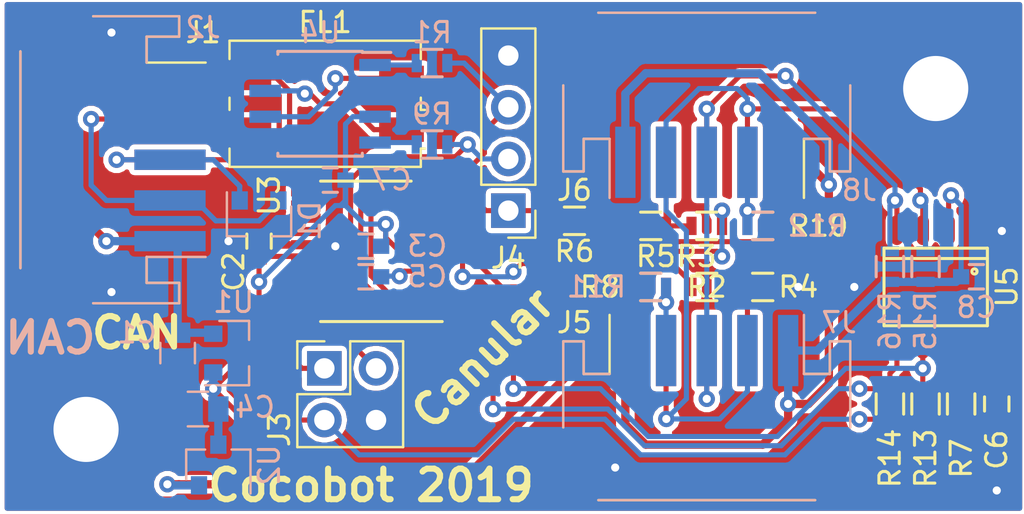
<source format=kicad_pcb>
(kicad_pcb (version 20171130) (host pcbnew 5.0.2+dfsg1-1)

  (general
    (thickness 1.6)
    (drawings 8)
    (tracks 460)
    (zones 0)
    (modules 41)
    (nets 30)
  )

  (page A4)
  (layers
    (0 F.Cu signal)
    (31 B.Cu signal)
    (32 B.Adhes user)
    (33 F.Adhes user hide)
    (34 B.Paste user)
    (35 F.Paste user hide)
    (36 B.SilkS user)
    (37 F.SilkS user)
    (38 B.Mask user)
    (39 F.Mask user hide)
    (40 Dwgs.User user)
    (41 Cmts.User user)
    (42 Eco1.User user)
    (43 Eco2.User user)
    (44 Edge.Cuts user)
    (45 Margin user)
    (46 B.CrtYd user)
    (47 F.CrtYd user)
    (48 B.Fab user hide)
    (49 F.Fab user hide)
  )

  (setup
    (last_trace_width 0.254)
    (user_trace_width 0.254)
    (user_trace_width 0.4064)
    (trace_clearance 0.2)
    (zone_clearance 0.254)
    (zone_45_only no)
    (trace_min 0.2)
    (segment_width 0.2)
    (edge_width 0.1)
    (via_size 0.8)
    (via_drill 0.4)
    (via_min_size 0.4)
    (via_min_drill 0.3)
    (uvia_size 0.3)
    (uvia_drill 0.1)
    (uvias_allowed no)
    (uvia_min_size 0.2)
    (uvia_min_drill 0.1)
    (pcb_text_width 0.3)
    (pcb_text_size 1.5 1.5)
    (mod_edge_width 0.15)
    (mod_text_size 1 1)
    (mod_text_width 0.15)
    (pad_size 6 4)
    (pad_drill 5)
    (pad_to_mask_clearance 0)
    (solder_mask_min_width 0.25)
    (aux_axis_origin 0 0)
    (visible_elements FFFFFF7F)
    (pcbplotparams
      (layerselection 0x010fc_ffffffff)
      (usegerberextensions false)
      (usegerberattributes false)
      (usegerberadvancedattributes false)
      (creategerberjobfile false)
      (excludeedgelayer true)
      (linewidth 0.100000)
      (plotframeref false)
      (viasonmask false)
      (mode 1)
      (useauxorigin false)
      (hpglpennumber 1)
      (hpglpenspeed 20)
      (hpglpendiameter 15.000000)
      (psnegative false)
      (psa4output false)
      (plotreference true)
      (plotvalue true)
      (plotinvisibletext false)
      (padsonsilk false)
      (subtractmaskfromsilk false)
      (outputformat 1)
      (mirror false)
      (drillshape 0)
      (scaleselection 1)
      (outputdirectory "/home/damien/cocogerber/canular/"))
  )

  (net 0 "")
  (net 1 GND)
  (net 2 +3V3)
  (net 3 "Net-(C5-Pad1)")
  (net 4 "Net-(C6-Pad2)")
  (net 5 "Net-(R9-Pad1)")
  (net 6 "Net-(D1-Pad2)")
  (net 7 "Net-(D1-Pad1)")
  (net 8 +5V)
  (net 9 +2V8)
  (net 10 "Net-(FL1-Pad2)")
  (net 11 "Net-(FL1-Pad1)")
  (net 12 /SWDIO)
  (net 13 /SWCLK)
  (net 14 /BOOT0_3v3)
  (net 15 "Net-(J4-Pad2)")
  (net 16 "Net-(J4-Pad3)")
  (net 17 "Net-(J5-Pad4)")
  (net 18 /SDA_2v8)
  (net 19 /SCL_2v8)
  (net 20 "Net-(J6-Pad4)")
  (net 21 "Net-(J7-Pad4)")
  (net 22 "Net-(J8-Pad4)")
  (net 23 "Net-(R1-Pad1)")
  (net 24 /SDN_1_3v3)
  (net 25 /SDN_3_3v3)
  (net 26 /SDN_2_3v3)
  (net 27 /SDN_4_3v3)
  (net 28 /SCL_3v3)
  (net 29 /SDA_3v3)

  (net_class Default "This is the default net class."
    (clearance 0.2)
    (trace_width 0.25)
    (via_dia 0.8)
    (via_drill 0.4)
    (uvia_dia 0.3)
    (uvia_drill 0.1)
    (add_net +2V8)
    (add_net +3V3)
    (add_net +5V)
    (add_net /BOOT0_3v3)
    (add_net /SCL_2v8)
    (add_net /SCL_3v3)
    (add_net /SDA_2v8)
    (add_net /SDA_3v3)
    (add_net /SDN_1_3v3)
    (add_net /SDN_2_3v3)
    (add_net /SDN_3_3v3)
    (add_net /SDN_4_3v3)
    (add_net /SWCLK)
    (add_net /SWDIO)
    (add_net GND)
    (add_net "Net-(C5-Pad1)")
    (add_net "Net-(C6-Pad2)")
    (add_net "Net-(D1-Pad1)")
    (add_net "Net-(D1-Pad2)")
    (add_net "Net-(FL1-Pad1)")
    (add_net "Net-(FL1-Pad2)")
    (add_net "Net-(J4-Pad2)")
    (add_net "Net-(J4-Pad3)")
    (add_net "Net-(J5-Pad4)")
    (add_net "Net-(J6-Pad4)")
    (add_net "Net-(J7-Pad4)")
    (add_net "Net-(J8-Pad4)")
    (add_net "Net-(R1-Pad1)")
    (add_net "Net-(R9-Pad1)")
  )

  (module espitall:C_0805 (layer B.Cu) (tedit 5A2AEAC4) (tstamp 5D02A70E)
    (at 58.5 67.25 270)
    (descr "Capacitor SMD 0805, reflow soldering, AVX (see smccp.pdf)")
    (tags "capacitor 0805")
    (path /5B203EAB)
    (attr smd)
    (fp_text reference C1 (at -1 2 180) (layer B.SilkS)
      (effects (font (size 1 1) (thickness 0.15)) (justify mirror))
    )
    (fp_text value 10u (at 0 -1.75 270) (layer B.Fab)
      (effects (font (size 1 1) (thickness 0.15)) (justify mirror))
    )
    (fp_text user %R (at 0 1.5 270) (layer B.Fab)
      (effects (font (size 1 1) (thickness 0.15)) (justify mirror))
    )
    (fp_line (start -1 -0.62) (end -1 0.62) (layer B.Fab) (width 0.1))
    (fp_line (start 1 -0.62) (end -1 -0.62) (layer B.Fab) (width 0.1))
    (fp_line (start 1 0.62) (end 1 -0.62) (layer B.Fab) (width 0.1))
    (fp_line (start -1 0.62) (end 1 0.62) (layer B.Fab) (width 0.1))
    (fp_line (start 0.5 0.85) (end -0.5 0.85) (layer B.SilkS) (width 0.12))
    (fp_line (start -0.5 -0.85) (end 0.5 -0.85) (layer B.SilkS) (width 0.12))
    (fp_line (start -1.75 0.88) (end 1.75 0.88) (layer B.CrtYd) (width 0.05))
    (fp_line (start -1.75 0.88) (end -1.75 -0.87) (layer B.CrtYd) (width 0.05))
    (fp_line (start 1.75 -0.87) (end 1.75 0.88) (layer B.CrtYd) (width 0.05))
    (fp_line (start 1.75 -0.87) (end -1.75 -0.87) (layer B.CrtYd) (width 0.05))
    (pad 1 smd rect (at -1 0 270) (size 1 1.25) (layers B.Cu B.Paste B.Mask)
      (net 8 +5V))
    (pad 2 smd rect (at 1 0 270) (size 1 1.25) (layers B.Cu B.Paste B.Mask)
      (net 1 GND))
    (model "/home/damien/prog/cocobot/hardware/step/SW3DPS-CAPACITOR 0805-DEFAULT.STEP"
      (at (xyz 0 0 0))
      (scale (xyz 1 1 1))
      (rotate (xyz -90 0 0))
    )
  )

  (module espitall:C_0603 (layer F.Cu) (tedit 59D9CD42) (tstamp 5D02A71A)
    (at 62.5 61.75 90)
    (descr "Capacitor SMD 0603, reflow soldering, AVX (see smccp.pdf)")
    (tags "capacitor 0603")
    (path /5B2633CD)
    (attr smd)
    (fp_text reference C2 (at -1.5 -1.25 90) (layer F.SilkS)
      (effects (font (size 1 1) (thickness 0.15)))
    )
    (fp_text value 100n (at 0 1.9 90) (layer F.Fab)
      (effects (font (size 1 1) (thickness 0.15)))
    )
    (fp_line (start -1.45 -0.75) (end 1.45 -0.75) (layer F.CrtYd) (width 0.05))
    (fp_line (start -1.45 0.75) (end 1.45 0.75) (layer F.CrtYd) (width 0.05))
    (fp_line (start -1.45 -0.75) (end -1.45 0.75) (layer F.CrtYd) (width 0.05))
    (fp_line (start 1.45 -0.75) (end 1.45 0.75) (layer F.CrtYd) (width 0.05))
    (fp_line (start -0.35 -0.6) (end 0.35 -0.6) (layer F.SilkS) (width 0.15))
    (fp_line (start 0.35 0.6) (end -0.35 0.6) (layer F.SilkS) (width 0.15))
    (pad 1 smd rect (at -0.75 0 90) (size 0.8 0.75) (layers F.Cu F.Paste F.Mask)
      (net 2 +3V3))
    (pad 2 smd rect (at 0.75 0 90) (size 0.8 0.75) (layers F.Cu F.Paste F.Mask)
      (net 1 GND))
    (model "/home/damien/prog/cocobot/hardware/step/SW3DPS-CAPACITOR 0603-DEFAULT.STEP"
      (at (xyz 0 0 0))
      (scale (xyz 1 1 1))
      (rotate (xyz -90 0 0))
    )
  )

  (module espitall:C_0603 (layer B.Cu) (tedit 59D9CD42) (tstamp 5D02A726)
    (at 67.75 62 180)
    (descr "Capacitor SMD 0603, reflow soldering, AVX (see smccp.pdf)")
    (tags "capacitor 0603")
    (path /5B2635B0)
    (attr smd)
    (fp_text reference C3 (at -3.017199 0.01 180) (layer B.SilkS)
      (effects (font (size 1 1) (thickness 0.15)) (justify mirror))
    )
    (fp_text value 100n (at 0 -1.9 180) (layer B.Fab)
      (effects (font (size 1 1) (thickness 0.15)) (justify mirror))
    )
    (fp_line (start 0.35 -0.6) (end -0.35 -0.6) (layer B.SilkS) (width 0.15))
    (fp_line (start -0.35 0.6) (end 0.35 0.6) (layer B.SilkS) (width 0.15))
    (fp_line (start 1.45 0.75) (end 1.45 -0.75) (layer B.CrtYd) (width 0.05))
    (fp_line (start -1.45 0.75) (end -1.45 -0.75) (layer B.CrtYd) (width 0.05))
    (fp_line (start -1.45 -0.75) (end 1.45 -0.75) (layer B.CrtYd) (width 0.05))
    (fp_line (start -1.45 0.75) (end 1.45 0.75) (layer B.CrtYd) (width 0.05))
    (pad 2 smd rect (at 0.75 0 180) (size 0.8 0.75) (layers B.Cu B.Paste B.Mask)
      (net 1 GND))
    (pad 1 smd rect (at -0.75 0 180) (size 0.8 0.75) (layers B.Cu B.Paste B.Mask)
      (net 2 +3V3))
    (model "/home/damien/prog/cocobot/hardware/step/SW3DPS-CAPACITOR 0603-DEFAULT.STEP"
      (at (xyz 0 0 0))
      (scale (xyz 1 1 1))
      (rotate (xyz -90 0 0))
    )
  )

  (module espitall:C_0805 (layer B.Cu) (tedit 5A2AEAC4) (tstamp 5D02A737)
    (at 59.5 70 180)
    (descr "Capacitor SMD 0805, reflow soldering, AVX (see smccp.pdf)")
    (tags "capacitor 0805")
    (path /5D165543)
    (attr smd)
    (fp_text reference C4 (at -2.8034 0.0889 180) (layer B.SilkS)
      (effects (font (size 1 1) (thickness 0.15)) (justify mirror))
    )
    (fp_text value 10u (at 0 -1.75 180) (layer B.Fab)
      (effects (font (size 1 1) (thickness 0.15)) (justify mirror))
    )
    (fp_line (start 1.75 -0.87) (end -1.75 -0.87) (layer B.CrtYd) (width 0.05))
    (fp_line (start 1.75 -0.87) (end 1.75 0.88) (layer B.CrtYd) (width 0.05))
    (fp_line (start -1.75 0.88) (end -1.75 -0.87) (layer B.CrtYd) (width 0.05))
    (fp_line (start -1.75 0.88) (end 1.75 0.88) (layer B.CrtYd) (width 0.05))
    (fp_line (start -0.5 -0.85) (end 0.5 -0.85) (layer B.SilkS) (width 0.12))
    (fp_line (start 0.5 0.85) (end -0.5 0.85) (layer B.SilkS) (width 0.12))
    (fp_line (start -1 0.62) (end 1 0.62) (layer B.Fab) (width 0.1))
    (fp_line (start 1 0.62) (end 1 -0.62) (layer B.Fab) (width 0.1))
    (fp_line (start 1 -0.62) (end -1 -0.62) (layer B.Fab) (width 0.1))
    (fp_line (start -1 -0.62) (end -1 0.62) (layer B.Fab) (width 0.1))
    (fp_text user %R (at 0 1.5 180) (layer B.Fab)
      (effects (font (size 1 1) (thickness 0.15)) (justify mirror))
    )
    (pad 2 smd rect (at 1 0 180) (size 1 1.25) (layers B.Cu B.Paste B.Mask)
      (net 1 GND))
    (pad 1 smd rect (at -1 0 180) (size 1 1.25) (layers B.Cu B.Paste B.Mask)
      (net 2 +3V3))
    (model "/home/damien/prog/cocobot/hardware/step/SW3DPS-CAPACITOR 0805-DEFAULT.STEP"
      (at (xyz 0 0 0))
      (scale (xyz 1 1 1))
      (rotate (xyz -90 0 0))
    )
  )

  (module espitall:C_0603 (layer B.Cu) (tedit 59D9CD42) (tstamp 5D02A743)
    (at 67.75 63.5 180)
    (descr "Capacitor SMD 0603, reflow soldering, AVX (see smccp.pdf)")
    (tags "capacitor 0603")
    (path /5B264DE4)
    (attr smd)
    (fp_text reference C5 (at -3.017199 0.01 180) (layer B.SilkS)
      (effects (font (size 1 1) (thickness 0.15)) (justify mirror))
    )
    (fp_text value 100n (at 0 -1.9 180) (layer B.Fab)
      (effects (font (size 1 1) (thickness 0.15)) (justify mirror))
    )
    (fp_line (start -1.45 0.75) (end 1.45 0.75) (layer B.CrtYd) (width 0.05))
    (fp_line (start -1.45 -0.75) (end 1.45 -0.75) (layer B.CrtYd) (width 0.05))
    (fp_line (start -1.45 0.75) (end -1.45 -0.75) (layer B.CrtYd) (width 0.05))
    (fp_line (start 1.45 0.75) (end 1.45 -0.75) (layer B.CrtYd) (width 0.05))
    (fp_line (start -0.35 0.6) (end 0.35 0.6) (layer B.SilkS) (width 0.15))
    (fp_line (start 0.35 -0.6) (end -0.35 -0.6) (layer B.SilkS) (width 0.15))
    (pad 1 smd rect (at -0.75 0 180) (size 0.8 0.75) (layers B.Cu B.Paste B.Mask)
      (net 3 "Net-(C5-Pad1)"))
    (pad 2 smd rect (at 0.75 0 180) (size 0.8 0.75) (layers B.Cu B.Paste B.Mask)
      (net 1 GND))
    (model "/home/damien/prog/cocobot/hardware/step/SW3DPS-CAPACITOR 0603-DEFAULT.STEP"
      (at (xyz 0 0 0))
      (scale (xyz 1 1 1))
      (rotate (xyz -90 0 0))
    )
  )

  (module espitall:C_0603 (layer F.Cu) (tedit 59D9CD42) (tstamp 5D02A74F)
    (at 98.75 69.75 90)
    (descr "Capacitor SMD 0603, reflow soldering, AVX (see smccp.pdf)")
    (tags "capacitor 0603")
    (path /5D097971)
    (attr smd)
    (fp_text reference C6 (at -2.25 -0.01 90) (layer F.SilkS)
      (effects (font (size 1 1) (thickness 0.15)))
    )
    (fp_text value 100n (at 0 1.9 90) (layer F.Fab)
      (effects (font (size 1 1) (thickness 0.15)))
    )
    (fp_line (start 0.35 0.6) (end -0.35 0.6) (layer F.SilkS) (width 0.15))
    (fp_line (start -0.35 -0.6) (end 0.35 -0.6) (layer F.SilkS) (width 0.15))
    (fp_line (start 1.45 -0.75) (end 1.45 0.75) (layer F.CrtYd) (width 0.05))
    (fp_line (start -1.45 -0.75) (end -1.45 0.75) (layer F.CrtYd) (width 0.05))
    (fp_line (start -1.45 0.75) (end 1.45 0.75) (layer F.CrtYd) (width 0.05))
    (fp_line (start -1.45 -0.75) (end 1.45 -0.75) (layer F.CrtYd) (width 0.05))
    (pad 2 smd rect (at 0.75 0 90) (size 0.8 0.75) (layers F.Cu F.Paste F.Mask)
      (net 4 "Net-(C6-Pad2)"))
    (pad 1 smd rect (at -0.75 0 90) (size 0.8 0.75) (layers F.Cu F.Paste F.Mask)
      (net 1 GND))
    (model "/home/damien/prog/cocobot/hardware/step/SW3DPS-CAPACITOR 0603-DEFAULT.STEP"
      (at (xyz 0 0 0))
      (scale (xyz 1 1 1))
      (rotate (xyz -90 0 0))
    )
  )

  (module espitall:C_0603 (layer B.Cu) (tedit 59D9CD42) (tstamp 5D02A75B)
    (at 66 58.75 180)
    (descr "Capacitor SMD 0603, reflow soldering, AVX (see smccp.pdf)")
    (tags "capacitor 0603")
    (path /5B28C2C8)
    (attr smd)
    (fp_text reference C7 (at -3.017199 0.01 180) (layer B.SilkS)
      (effects (font (size 1 1) (thickness 0.15)) (justify mirror))
    )
    (fp_text value 100n (at 0 -1.9 180) (layer B.Fab)
      (effects (font (size 1 1) (thickness 0.15)) (justify mirror))
    )
    (fp_line (start 0.35 -0.6) (end -0.35 -0.6) (layer B.SilkS) (width 0.15))
    (fp_line (start -0.35 0.6) (end 0.35 0.6) (layer B.SilkS) (width 0.15))
    (fp_line (start 1.45 0.75) (end 1.45 -0.75) (layer B.CrtYd) (width 0.05))
    (fp_line (start -1.45 0.75) (end -1.45 -0.75) (layer B.CrtYd) (width 0.05))
    (fp_line (start -1.45 -0.75) (end 1.45 -0.75) (layer B.CrtYd) (width 0.05))
    (fp_line (start -1.45 0.75) (end 1.45 0.75) (layer B.CrtYd) (width 0.05))
    (pad 2 smd rect (at 0.75 0 180) (size 0.8 0.75) (layers B.Cu B.Paste B.Mask)
      (net 1 GND))
    (pad 1 smd rect (at -0.75 0 180) (size 0.8 0.75) (layers B.Cu B.Paste B.Mask)
      (net 2 +3V3))
    (model "/home/damien/prog/cocobot/hardware/step/SW3DPS-CAPACITOR 0603-DEFAULT.STEP"
      (at (xyz 0 0 0))
      (scale (xyz 1 1 1))
      (rotate (xyz -90 0 0))
    )
  )

  (module espitall:C_0603 (layer B.Cu) (tedit 59D9CD42) (tstamp 5D02A767)
    (at 97.75 63.5)
    (descr "Capacitor SMD 0603, reflow soldering, AVX (see smccp.pdf)")
    (tags "capacitor 0603")
    (path /5D097875)
    (attr smd)
    (fp_text reference C8 (at 0 1.5) (layer B.SilkS)
      (effects (font (size 1 1) (thickness 0.15)) (justify mirror))
    )
    (fp_text value 100n (at 0 -1.9) (layer B.Fab)
      (effects (font (size 1 1) (thickness 0.15)) (justify mirror))
    )
    (fp_line (start -1.45 0.75) (end 1.45 0.75) (layer B.CrtYd) (width 0.05))
    (fp_line (start -1.45 -0.75) (end 1.45 -0.75) (layer B.CrtYd) (width 0.05))
    (fp_line (start -1.45 0.75) (end -1.45 -0.75) (layer B.CrtYd) (width 0.05))
    (fp_line (start 1.45 0.75) (end 1.45 -0.75) (layer B.CrtYd) (width 0.05))
    (fp_line (start -0.35 0.6) (end 0.35 0.6) (layer B.SilkS) (width 0.15))
    (fp_line (start 0.35 -0.6) (end -0.35 -0.6) (layer B.SilkS) (width 0.15))
    (pad 1 smd rect (at -0.75 0) (size 0.8 0.75) (layers B.Cu B.Paste B.Mask)
      (net 9 +2V8))
    (pad 2 smd rect (at 0.75 0) (size 0.8 0.75) (layers B.Cu B.Paste B.Mask)
      (net 1 GND))
    (model "/home/damien/prog/cocobot/hardware/step/SW3DPS-CAPACITOR 0603-DEFAULT.STEP"
      (at (xyz 0 0 0))
      (scale (xyz 1 1 1))
      (rotate (xyz -90 0 0))
    )
  )

  (module espitall:SOT-23 (layer B.Cu) (tedit 59D9DAD5) (tstamp 5D02A77C)
    (at 62.5 60.75 270)
    (descr "SOT-23, Standard")
    (tags SOT-23)
    (path /5D045FA6)
    (attr smd)
    (fp_text reference D1 (at 0 -2.5 270) (layer B.SilkS)
      (effects (font (size 1 1) (thickness 0.15)) (justify mirror))
    )
    (fp_text value NUP2105LT1G (at 0 -2.5 270) (layer B.Fab)
      (effects (font (size 1 1) (thickness 0.15)) (justify mirror))
    )
    (fp_text user %R (at 0 0 270) (layer B.Fab)
      (effects (font (size 0.5 0.5) (thickness 0.075)) (justify mirror))
    )
    (fp_line (start -0.7 0.95) (end -0.7 -1.5) (layer B.Fab) (width 0.1))
    (fp_line (start -0.15 1.52) (end 0.7 1.52) (layer B.Fab) (width 0.1))
    (fp_line (start -0.7 0.95) (end -0.15 1.52) (layer B.Fab) (width 0.1))
    (fp_line (start 0.7 1.52) (end 0.7 -1.52) (layer B.Fab) (width 0.1))
    (fp_line (start -0.7 -1.52) (end 0.7 -1.52) (layer B.Fab) (width 0.1))
    (fp_line (start 0.76 -1.58) (end 0.76 -0.65) (layer B.SilkS) (width 0.12))
    (fp_line (start 0.76 1.58) (end 0.76 0.65) (layer B.SilkS) (width 0.12))
    (fp_line (start -1.7 1.75) (end 1.7 1.75) (layer B.CrtYd) (width 0.05))
    (fp_line (start 1.7 1.75) (end 1.7 -1.75) (layer B.CrtYd) (width 0.05))
    (fp_line (start 1.7 -1.75) (end -1.7 -1.75) (layer B.CrtYd) (width 0.05))
    (fp_line (start -1.7 -1.75) (end -1.7 1.75) (layer B.CrtYd) (width 0.05))
    (fp_line (start 0.76 1.58) (end -1.4 1.58) (layer B.SilkS) (width 0.12))
    (fp_line (start 0.76 -1.58) (end -0.7 -1.58) (layer B.SilkS) (width 0.12))
    (pad 1 smd rect (at -1 0.95 270) (size 0.9 0.8) (layers B.Cu B.Paste B.Mask)
      (net 7 "Net-(D1-Pad1)"))
    (pad 2 smd rect (at -1 -0.95 270) (size 0.9 0.8) (layers B.Cu B.Paste B.Mask)
      (net 6 "Net-(D1-Pad2)"))
    (pad 3 smd rect (at 1 0 270) (size 0.9 0.8) (layers B.Cu B.Paste B.Mask)
      (net 1 GND))
    (model /home/damien/prog/cocobot/hardware/step/SW3DPS-SOT-23-DEFAULT.STEP
      (offset (xyz 0 0 0.4999999924907534))
      (scale (xyz 1 1 1))
      (rotate (xyz -90 0 -90))
    )
  )

  (module espitall:DR331 (layer F.Cu) (tedit 5B1BFC5A) (tstamp 5D02A79D)
    (at 65.75 55 180)
    (descr http://katalog.we-online.de/en/pbs/WE-SL2?sid=5fbec16187#vs_t1:c1_ct:1)
    (tags "Wuerth WE-SL2")
    (path /5D040A3B)
    (attr smd)
    (fp_text reference FL1 (at 0 4 180) (layer F.SilkS)
      (effects (font (size 1 1) (thickness 0.15)))
    )
    (fp_text value DR331-113BE (at 0.4 4.2 180) (layer F.Fab)
      (effects (font (size 1 1) (thickness 0.15)))
    )
    (fp_circle (center 0 0) (end 0.5 0) (layer F.Adhes) (width 1))
    (fp_line (start 4.6 3) (end -4.6 3) (layer F.Fab) (width 0.1))
    (fp_line (start -5 -3.25) (end 5 -3.25) (layer F.CrtYd) (width 0.05))
    (fp_line (start -5 3.25) (end -5 -3.25) (layer F.CrtYd) (width 0.05))
    (fp_line (start 5 3.25) (end -5 3.25) (layer F.CrtYd) (width 0.05))
    (fp_line (start 5 -3.25) (end 5 3.25) (layer F.CrtYd) (width 0.05))
    (fp_line (start 4.7 3.1) (end -4.7 3.1) (layer F.SilkS) (width 0.12))
    (fp_line (start 4.7 3.1) (end 4.7 2.2) (layer F.SilkS) (width 0.12))
    (fp_line (start -4.7 3.1) (end -4.7 2.2) (layer F.SilkS) (width 0.12))
    (fp_line (start 4.7 -3.1) (end 4.7 -2.2) (layer F.SilkS) (width 0.12))
    (fp_line (start 4.6 -3) (end 4.6 3) (layer F.Fab) (width 0.1))
    (fp_line (start -4.7 -3.1) (end -4.7 -2.2) (layer F.SilkS) (width 0.12))
    (fp_line (start -4.7 -3.1) (end 4.7 -3.1) (layer F.SilkS) (width 0.12))
    (fp_line (start -3.6 -3) (end 4.6 -3) (layer F.Fab) (width 0.1))
    (fp_line (start -4.6 -2) (end -4.6 3) (layer F.Fab) (width 0.1))
    (fp_line (start -4.5 -3) (end -3.6 -3) (layer F.Fab) (width 0.1))
    (fp_line (start -4.6 -2.9) (end -4.5 -3) (layer F.Fab) (width 0.1))
    (fp_line (start -4.6 -2) (end -4.6 -2.9) (layer F.Fab) (width 0.1))
    (fp_line (start -4.6 -2.2) (end -3.8 -3) (layer F.Fab) (width 0.1))
    (fp_line (start -4.9 -2.2) (end -4.8 -2.2) (layer F.SilkS) (width 0.12))
    (fp_line (start -4.7 -2.2) (end -4.9 -2.2) (layer F.SilkS) (width 0.12))
    (fp_line (start -4.7 -0.3) (end -4.7 0.3) (layer F.SilkS) (width 0.12))
    (fp_line (start -4.9 -0.3) (end -4.7 -0.3) (layer F.SilkS) (width 0.12))
    (fp_line (start 4.7 -0.3) (end 4.7 0.3) (layer F.SilkS) (width 0.12))
    (fp_text user %R (at -0.02 0 180) (layer F.Fab)
      (effects (font (size 1 1) (thickness 0.15)))
    )
    (pad 4 smd rect (at 3.75 -1.27 180) (size 2.2 1.2) (layers F.Cu F.Paste F.Mask)
      (net 6 "Net-(D1-Pad2)"))
    (pad 3 smd rect (at 3.75 1.27 180) (size 2.2 1.2) (layers F.Cu F.Paste F.Mask)
      (net 7 "Net-(D1-Pad1)"))
    (pad 2 smd rect (at -3.75 1.27 180) (size 2.2 1.2) (layers F.Cu F.Paste F.Mask)
      (net 10 "Net-(FL1-Pad2)"))
    (pad 1 smd rect (at -3.75 -1.27 180) (size 2.2 1.2) (layers F.Cu F.Paste F.Mask)
      (net 11 "Net-(FL1-Pad1)"))
    (model /home/damien/prog/cocobot/hardware/step/68869.stp
      (offset (xyz 0 0 2.7))
      (scale (xyz 1 1 1))
      (rotate (xyz 180 0 90))
    )
  )

  (module MountingHole:MountingHole_3.2mm_M3_Pad (layer F.Cu) (tedit 56D1B4CB) (tstamp 5D02A7A5)
    (at 54 71)
    (descr "Mounting Hole 3.2mm, M3")
    (tags "mounting hole 3.2mm m3")
    (path /5D140F96)
    (attr virtual)
    (fp_text reference H1 (at 0 0) (layer F.SilkS)
      (effects (font (size 1 1) (thickness 0.15)))
    )
    (fp_text value MountingHole_Pad (at 0 4.2) (layer F.Fab)
      (effects (font (size 1 1) (thickness 0.15)))
    )
    (fp_circle (center 0 0) (end 3.45 0) (layer F.CrtYd) (width 0.05))
    (fp_circle (center 0 0) (end 3.2 0) (layer Cmts.User) (width 0.15))
    (fp_text user %R (at 0.3 0) (layer F.Fab)
      (effects (font (size 1 1) (thickness 0.15)))
    )
    (pad 1 thru_hole circle (at 0 0) (size 6.4 6.4) (drill 3.2) (layers *.Cu *.Mask)
      (net 1 GND))
  )

  (module MountingHole:MountingHole_3.2mm_M3_Pad (layer F.Cu) (tedit 56D1B4CB) (tstamp 5D02A7AD)
    (at 95.75 54.25)
    (descr "Mounting Hole 3.2mm, M3")
    (tags "mounting hole 3.2mm m3")
    (path /5D140EE8)
    (attr virtual)
    (fp_text reference H2 (at 0 0) (layer F.SilkS)
      (effects (font (size 1 1) (thickness 0.15)))
    )
    (fp_text value MountingHole_Pad (at 0 4.2) (layer F.Fab)
      (effects (font (size 1 1) (thickness 0.15)))
    )
    (fp_text user %R (at 0.3 0) (layer F.Fab)
      (effects (font (size 1 1) (thickness 0.15)))
    )
    (fp_circle (center 0 0) (end 3.2 0) (layer Cmts.User) (width 0.15))
    (fp_circle (center 0 0) (end 3.45 0) (layer F.CrtYd) (width 0.05))
    (pad 1 thru_hole circle (at 0 0) (size 6.4 6.4) (drill 3.2) (layers *.Cu *.Mask)
      (net 1 GND))
  )

  (module espitall:JST_PH_S5B-PH-SM4-TB_05x2.00mm_Angled (layer F.Cu) (tedit 5B240A0B) (tstamp 5D02A7D1)
    (at 55.25 57.75 270)
    (descr "JST PH series connector, S5B-PH-SM4-TB, side entry type, surface mount, Datasheet: http://www.jst-mfg.com/product/pdf/eng/ePH.pdf")
    (tags "connector jst ph")
    (path /5D0460D3)
    (attr smd)
    (fp_text reference J1 (at -6.25 -4.5) (layer F.SilkS)
      (effects (font (size 1 1) (thickness 0.15)))
    )
    (fp_text value CocobotCAN (at 0 5.375 270) (layer F.Fab)
      (effects (font (size 1 1) (thickness 0.15)))
    )
    (fp_text user %R (at 0 1.5 270) (layer F.Fab)
      (effects (font (size 1 1) (thickness 0.15)))
    )
    (fp_line (start 7.6 -5.13) (end -7.6 -5.13) (layer F.CrtYd) (width 0.05))
    (fp_line (start 7.6 5.07) (end 7.6 -5.13) (layer F.CrtYd) (width 0.05))
    (fp_line (start -7.6 5.07) (end 7.6 5.07) (layer F.CrtYd) (width 0.05))
    (fp_line (start -7.6 -5.13) (end -7.6 5.07) (layer F.CrtYd) (width 0.05))
    (fp_line (start -4 -0.625) (end -3 -1.625) (layer F.Fab) (width 0.1))
    (fp_line (start -5 -1.625) (end -4 -0.625) (layer F.Fab) (width 0.1))
    (fp_line (start -4.775 -1.725) (end -4.775 -4.625) (layer F.SilkS) (width 0.12))
    (fp_line (start -5.325 4.475) (end 5.325 4.475) (layer F.SilkS) (width 0.12))
    (fp_line (start 6.05 -1.725) (end 4.775 -1.725) (layer F.SilkS) (width 0.12))
    (fp_line (start 6.05 -3.325) (end 6.05 -1.725) (layer F.SilkS) (width 0.12))
    (fp_line (start 7.05 -3.325) (end 6.05 -3.325) (layer F.SilkS) (width 0.12))
    (fp_line (start 7.05 0.9) (end 7.05 -3.325) (layer F.SilkS) (width 0.12))
    (fp_line (start -7.05 -3.325) (end -7.05 0.9) (layer F.SilkS) (width 0.12))
    (fp_line (start -6.05 -3.325) (end -7.05 -3.325) (layer F.SilkS) (width 0.12))
    (fp_line (start -6.05 -1.725) (end -6.05 -3.325) (layer F.SilkS) (width 0.12))
    (fp_line (start -4.775 -1.725) (end -6.05 -1.725) (layer F.SilkS) (width 0.12))
    (fp_line (start 6.15 -1.625) (end -6.15 -1.625) (layer F.Fab) (width 0.1))
    (fp_line (start 6.15 -3.225) (end 6.15 -1.625) (layer F.Fab) (width 0.1))
    (fp_line (start 6.95 -3.225) (end 6.15 -3.225) (layer F.Fab) (width 0.1))
    (fp_line (start 6.95 4.375) (end 6.95 -3.225) (layer F.Fab) (width 0.1))
    (fp_line (start -6.95 4.375) (end 6.95 4.375) (layer F.Fab) (width 0.1))
    (fp_line (start -6.95 -3.225) (end -6.95 4.375) (layer F.Fab) (width 0.1))
    (fp_line (start -6.15 -3.225) (end -6.95 -3.225) (layer F.Fab) (width 0.1))
    (fp_line (start -6.15 -1.625) (end -6.15 -3.225) (layer F.Fab) (width 0.1))
    (pad case smd rect (at 6.35 2.875 270) (size 1.5 3.4) (layers F.Cu F.Paste F.Mask)
      (net 1 GND))
    (pad case smd rect (at -6.35 2.875 270) (size 1.5 3.4) (layers F.Cu F.Paste F.Mask)
      (net 1 GND))
    (pad 5 smd rect (at 4 -2.875 270) (size 1 3.5) (layers F.Cu F.Paste F.Mask)
      (net 1 GND))
    (pad 4 smd rect (at 2 -2.875 270) (size 1 3.5) (layers F.Cu F.Paste F.Mask)
      (net 1 GND))
    (pad 3 smd rect (at 0 -2.875 270) (size 1 3.5) (layers F.Cu F.Paste F.Mask)
      (net 7 "Net-(D1-Pad1)"))
    (pad 2 smd rect (at -2 -2.875 270) (size 1 3.5) (layers F.Cu F.Paste F.Mask)
      (net 6 "Net-(D1-Pad2)"))
    (pad 1 smd rect (at -4 -2.875 270) (size 1 3.5) (layers F.Cu F.Paste F.Mask)
      (net 8 +5V))
    (model /home/damien/prog/cocobot/hardware/step/S5B-PH-SM4-TB.STEP
      (offset (xyz -13.9 12.7 0))
      (scale (xyz 1 1 1))
      (rotate (xyz -90 0 0))
    )
  )

  (module espitall:JST_PH_S5B-PH-SM4-TB_05x2.00mm_Angled (layer B.Cu) (tedit 5B240A0B) (tstamp 5D02A7F5)
    (at 55.25 57.75 90)
    (descr "JST PH series connector, S5B-PH-SM4-TB, side entry type, surface mount, Datasheet: http://www.jst-mfg.com/product/pdf/eng/ePH.pdf")
    (tags "connector jst ph")
    (path /5D0484B6)
    (attr smd)
    (fp_text reference J2 (at 6.5 4.5 180) (layer B.SilkS)
      (effects (font (size 1 1) (thickness 0.15)) (justify mirror))
    )
    (fp_text value CocobotCAN (at 0 -5.375 90) (layer B.Fab)
      (effects (font (size 1 1) (thickness 0.15)) (justify mirror))
    )
    (fp_line (start -6.15 1.625) (end -6.15 3.225) (layer B.Fab) (width 0.1))
    (fp_line (start -6.15 3.225) (end -6.95 3.225) (layer B.Fab) (width 0.1))
    (fp_line (start -6.95 3.225) (end -6.95 -4.375) (layer B.Fab) (width 0.1))
    (fp_line (start -6.95 -4.375) (end 6.95 -4.375) (layer B.Fab) (width 0.1))
    (fp_line (start 6.95 -4.375) (end 6.95 3.225) (layer B.Fab) (width 0.1))
    (fp_line (start 6.95 3.225) (end 6.15 3.225) (layer B.Fab) (width 0.1))
    (fp_line (start 6.15 3.225) (end 6.15 1.625) (layer B.Fab) (width 0.1))
    (fp_line (start 6.15 1.625) (end -6.15 1.625) (layer B.Fab) (width 0.1))
    (fp_line (start -4.775 1.725) (end -6.05 1.725) (layer B.SilkS) (width 0.12))
    (fp_line (start -6.05 1.725) (end -6.05 3.325) (layer B.SilkS) (width 0.12))
    (fp_line (start -6.05 3.325) (end -7.05 3.325) (layer B.SilkS) (width 0.12))
    (fp_line (start -7.05 3.325) (end -7.05 -0.9) (layer B.SilkS) (width 0.12))
    (fp_line (start 7.05 -0.9) (end 7.05 3.325) (layer B.SilkS) (width 0.12))
    (fp_line (start 7.05 3.325) (end 6.05 3.325) (layer B.SilkS) (width 0.12))
    (fp_line (start 6.05 3.325) (end 6.05 1.725) (layer B.SilkS) (width 0.12))
    (fp_line (start 6.05 1.725) (end 4.775 1.725) (layer B.SilkS) (width 0.12))
    (fp_line (start -5.325 -4.475) (end 5.325 -4.475) (layer B.SilkS) (width 0.12))
    (fp_line (start -4.775 1.725) (end -4.775 4.625) (layer B.SilkS) (width 0.12))
    (fp_line (start -5 1.625) (end -4 0.625) (layer B.Fab) (width 0.1))
    (fp_line (start -4 0.625) (end -3 1.625) (layer B.Fab) (width 0.1))
    (fp_line (start -7.6 5.13) (end -7.6 -5.07) (layer B.CrtYd) (width 0.05))
    (fp_line (start -7.6 -5.07) (end 7.6 -5.07) (layer B.CrtYd) (width 0.05))
    (fp_line (start 7.6 -5.07) (end 7.6 5.13) (layer B.CrtYd) (width 0.05))
    (fp_line (start 7.6 5.13) (end -7.6 5.13) (layer B.CrtYd) (width 0.05))
    (fp_text user %R (at 0 -1.5 90) (layer B.Fab)
      (effects (font (size 1 1) (thickness 0.15)) (justify mirror))
    )
    (pad 1 smd rect (at -4 2.875 90) (size 1 3.5) (layers B.Cu B.Paste B.Mask)
      (net 8 +5V))
    (pad 2 smd rect (at -2 2.875 90) (size 1 3.5) (layers B.Cu B.Paste B.Mask)
      (net 6 "Net-(D1-Pad2)"))
    (pad 3 smd rect (at 0 2.875 90) (size 1 3.5) (layers B.Cu B.Paste B.Mask)
      (net 7 "Net-(D1-Pad1)"))
    (pad 4 smd rect (at 2 2.875 90) (size 1 3.5) (layers B.Cu B.Paste B.Mask)
      (net 1 GND))
    (pad 5 smd rect (at 4 2.875 90) (size 1 3.5) (layers B.Cu B.Paste B.Mask)
      (net 1 GND))
    (pad case smd rect (at -6.35 -2.875 90) (size 1.5 3.4) (layers B.Cu B.Paste B.Mask)
      (net 1 GND))
    (pad case smd rect (at 6.35 -2.875 90) (size 1.5 3.4) (layers B.Cu B.Paste B.Mask)
      (net 1 GND))
    (model /home/damien/prog/cocobot/hardware/step/S5B-PH-SM4-TB.STEP
      (offset (xyz -13.9 12.7 0))
      (scale (xyz 1 1 1))
      (rotate (xyz -90 0 0))
    )
  )

  (module Connector_PinHeader_2.54mm:PinHeader_2x02_P2.54mm_Vertical (layer F.Cu) (tedit 59FED5CC) (tstamp 5D02A80F)
    (at 65.71 68)
    (descr "Through hole straight pin header, 2x02, 2.54mm pitch, double rows")
    (tags "Through hole pin header THT 2x02 2.54mm double row")
    (path /5D1A7D4D)
    (fp_text reference J3 (at -2.21 3 90) (layer F.SilkS)
      (effects (font (size 1 1) (thickness 0.15)))
    )
    (fp_text value Conn_02x02_Top_Bottom (at 1.27 4.87) (layer F.Fab)
      (effects (font (size 1 1) (thickness 0.15)))
    )
    (fp_line (start 0 -1.27) (end 3.81 -1.27) (layer F.Fab) (width 0.1))
    (fp_line (start 3.81 -1.27) (end 3.81 3.81) (layer F.Fab) (width 0.1))
    (fp_line (start 3.81 3.81) (end -1.27 3.81) (layer F.Fab) (width 0.1))
    (fp_line (start -1.27 3.81) (end -1.27 0) (layer F.Fab) (width 0.1))
    (fp_line (start -1.27 0) (end 0 -1.27) (layer F.Fab) (width 0.1))
    (fp_line (start -1.33 3.87) (end 3.87 3.87) (layer F.SilkS) (width 0.12))
    (fp_line (start -1.33 1.27) (end -1.33 3.87) (layer F.SilkS) (width 0.12))
    (fp_line (start 3.87 -1.33) (end 3.87 3.87) (layer F.SilkS) (width 0.12))
    (fp_line (start -1.33 1.27) (end 1.27 1.27) (layer F.SilkS) (width 0.12))
    (fp_line (start 1.27 1.27) (end 1.27 -1.33) (layer F.SilkS) (width 0.12))
    (fp_line (start 1.27 -1.33) (end 3.87 -1.33) (layer F.SilkS) (width 0.12))
    (fp_line (start -1.33 0) (end -1.33 -1.33) (layer F.SilkS) (width 0.12))
    (fp_line (start -1.33 -1.33) (end 0 -1.33) (layer F.SilkS) (width 0.12))
    (fp_line (start -1.8 -1.8) (end -1.8 4.35) (layer F.CrtYd) (width 0.05))
    (fp_line (start -1.8 4.35) (end 4.35 4.35) (layer F.CrtYd) (width 0.05))
    (fp_line (start 4.35 4.35) (end 4.35 -1.8) (layer F.CrtYd) (width 0.05))
    (fp_line (start 4.35 -1.8) (end -1.8 -1.8) (layer F.CrtYd) (width 0.05))
    (fp_text user %R (at 1.27 1.27 90) (layer F.Fab)
      (effects (font (size 1 1) (thickness 0.15)))
    )
    (pad 1 thru_hole rect (at 0 0) (size 1.7 1.7) (drill 1) (layers *.Cu *.Mask)
      (net 12 /SWDIO))
    (pad 2 thru_hole oval (at 2.54 0) (size 1.7 1.7) (drill 1) (layers *.Cu *.Mask)
      (net 13 /SWCLK))
    (pad 3 thru_hole oval (at 0 2.54) (size 1.7 1.7) (drill 1) (layers *.Cu *.Mask)
      (net 2 +3V3))
    (pad 4 thru_hole oval (at 2.54 2.54) (size 1.7 1.7) (drill 1) (layers *.Cu *.Mask)
      (net 1 GND))
    (model ${KISYS3DMOD}/Connector_PinHeader_2.54mm.3dshapes/PinHeader_2x02_P2.54mm_Vertical.wrl
      (at (xyz 0 0 0))
      (scale (xyz 1 1 1))
      (rotate (xyz 0 0 0))
    )
  )

  (module Connector_PinHeader_2.54mm:PinHeader_1x04_P2.54mm_Vertical (layer F.Cu) (tedit 59FED5CC) (tstamp 5D02A827)
    (at 74.75 60.25 180)
    (descr "Through hole straight pin header, 1x04, 2.54mm pitch, single row")
    (tags "Through hole pin header THT 1x04 2.54mm single row")
    (path /5D0254C6)
    (fp_text reference J4 (at 0 -2.33 180) (layer F.SilkS)
      (effects (font (size 1 1) (thickness 0.15)))
    )
    (fp_text value Conn_01x04 (at 0 9.95 180) (layer F.Fab)
      (effects (font (size 1 1) (thickness 0.15)))
    )
    (fp_line (start -0.635 -1.27) (end 1.27 -1.27) (layer F.Fab) (width 0.1))
    (fp_line (start 1.27 -1.27) (end 1.27 8.89) (layer F.Fab) (width 0.1))
    (fp_line (start 1.27 8.89) (end -1.27 8.89) (layer F.Fab) (width 0.1))
    (fp_line (start -1.27 8.89) (end -1.27 -0.635) (layer F.Fab) (width 0.1))
    (fp_line (start -1.27 -0.635) (end -0.635 -1.27) (layer F.Fab) (width 0.1))
    (fp_line (start -1.33 8.95) (end 1.33 8.95) (layer F.SilkS) (width 0.12))
    (fp_line (start -1.33 1.27) (end -1.33 8.95) (layer F.SilkS) (width 0.12))
    (fp_line (start 1.33 1.27) (end 1.33 8.95) (layer F.SilkS) (width 0.12))
    (fp_line (start -1.33 1.27) (end 1.33 1.27) (layer F.SilkS) (width 0.12))
    (fp_line (start -1.33 0) (end -1.33 -1.33) (layer F.SilkS) (width 0.12))
    (fp_line (start -1.33 -1.33) (end 0 -1.33) (layer F.SilkS) (width 0.12))
    (fp_line (start -1.8 -1.8) (end -1.8 9.4) (layer F.CrtYd) (width 0.05))
    (fp_line (start -1.8 9.4) (end 1.8 9.4) (layer F.CrtYd) (width 0.05))
    (fp_line (start 1.8 9.4) (end 1.8 -1.8) (layer F.CrtYd) (width 0.05))
    (fp_line (start 1.8 -1.8) (end -1.8 -1.8) (layer F.CrtYd) (width 0.05))
    (fp_text user %R (at 0 3.81 270) (layer F.Fab)
      (effects (font (size 1 1) (thickness 0.15)))
    )
    (pad 1 thru_hole rect (at 0 0 180) (size 1.7 1.7) (drill 1) (layers *.Cu *.Mask)
      (net 14 /BOOT0_3v3))
    (pad 2 thru_hole oval (at 0 2.54 180) (size 1.7 1.7) (drill 1) (layers *.Cu *.Mask)
      (net 15 "Net-(J4-Pad2)"))
    (pad 3 thru_hole oval (at 0 5.08 180) (size 1.7 1.7) (drill 1) (layers *.Cu *.Mask)
      (net 16 "Net-(J4-Pad3)"))
    (pad 4 thru_hole oval (at 0 7.62 180) (size 1.7 1.7) (drill 1) (layers *.Cu *.Mask)
      (net 1 GND))
    (model ${KISYS3DMOD}/Connector_PinHeader_2.54mm.3dshapes/PinHeader_1x04_P2.54mm_Vertical.wrl
      (at (xyz 0 0 0))
      (scale (xyz 1 1 1))
      (rotate (xyz 0 0 0))
    )
  )

  (module espitall:JST_PH_S5B-PH-SM4-TB_05x2.00mm_Angled (layer F.Cu) (tedit 5B240A0B) (tstamp 5D02A84B)
    (at 84.5 70)
    (descr "JST PH series connector, S5B-PH-SM4-TB, side entry type, surface mount, Datasheet: http://www.jst-mfg.com/product/pdf/eng/ePH.pdf")
    (tags "connector jst ph")
    (path /5D1E26AD)
    (attr smd)
    (fp_text reference J5 (at -6.5 -4.25) (layer F.SilkS)
      (effects (font (size 1 1) (thickness 0.15)))
    )
    (fp_text value JST_PH_S5B-PH-SM4-TB_05x2.00mm_Angled (at 0 5.375) (layer F.Fab)
      (effects (font (size 1 1) (thickness 0.15)))
    )
    (fp_text user %R (at 0 1.5) (layer F.Fab)
      (effects (font (size 1 1) (thickness 0.15)))
    )
    (fp_line (start 7.6 -5.13) (end -7.6 -5.13) (layer F.CrtYd) (width 0.05))
    (fp_line (start 7.6 5.07) (end 7.6 -5.13) (layer F.CrtYd) (width 0.05))
    (fp_line (start -7.6 5.07) (end 7.6 5.07) (layer F.CrtYd) (width 0.05))
    (fp_line (start -7.6 -5.13) (end -7.6 5.07) (layer F.CrtYd) (width 0.05))
    (fp_line (start -4 -0.625) (end -3 -1.625) (layer F.Fab) (width 0.1))
    (fp_line (start -5 -1.625) (end -4 -0.625) (layer F.Fab) (width 0.1))
    (fp_line (start -4.775 -1.725) (end -4.775 -4.625) (layer F.SilkS) (width 0.12))
    (fp_line (start -5.325 4.475) (end 5.325 4.475) (layer F.SilkS) (width 0.12))
    (fp_line (start 6.05 -1.725) (end 4.775 -1.725) (layer F.SilkS) (width 0.12))
    (fp_line (start 6.05 -3.325) (end 6.05 -1.725) (layer F.SilkS) (width 0.12))
    (fp_line (start 7.05 -3.325) (end 6.05 -3.325) (layer F.SilkS) (width 0.12))
    (fp_line (start 7.05 0.9) (end 7.05 -3.325) (layer F.SilkS) (width 0.12))
    (fp_line (start -7.05 -3.325) (end -7.05 0.9) (layer F.SilkS) (width 0.12))
    (fp_line (start -6.05 -3.325) (end -7.05 -3.325) (layer F.SilkS) (width 0.12))
    (fp_line (start -6.05 -1.725) (end -6.05 -3.325) (layer F.SilkS) (width 0.12))
    (fp_line (start -4.775 -1.725) (end -6.05 -1.725) (layer F.SilkS) (width 0.12))
    (fp_line (start 6.15 -1.625) (end -6.15 -1.625) (layer F.Fab) (width 0.1))
    (fp_line (start 6.15 -3.225) (end 6.15 -1.625) (layer F.Fab) (width 0.1))
    (fp_line (start 6.95 -3.225) (end 6.15 -3.225) (layer F.Fab) (width 0.1))
    (fp_line (start 6.95 4.375) (end 6.95 -3.225) (layer F.Fab) (width 0.1))
    (fp_line (start -6.95 4.375) (end 6.95 4.375) (layer F.Fab) (width 0.1))
    (fp_line (start -6.95 -3.225) (end -6.95 4.375) (layer F.Fab) (width 0.1))
    (fp_line (start -6.15 -3.225) (end -6.95 -3.225) (layer F.Fab) (width 0.1))
    (fp_line (start -6.15 -1.625) (end -6.15 -3.225) (layer F.Fab) (width 0.1))
    (pad case smd rect (at 6.35 2.875) (size 1.5 3.4) (layers F.Cu F.Paste F.Mask)
      (net 1 GND))
    (pad case smd rect (at -6.35 2.875) (size 1.5 3.4) (layers F.Cu F.Paste F.Mask)
      (net 1 GND))
    (pad 5 smd rect (at 4 -2.875) (size 1 3.5) (layers F.Cu F.Paste F.Mask)
      (net 1 GND))
    (pad 4 smd rect (at 2 -2.875) (size 1 3.5) (layers F.Cu F.Paste F.Mask)
      (net 17 "Net-(J5-Pad4)"))
    (pad 3 smd rect (at 0 -2.875) (size 1 3.5) (layers F.Cu F.Paste F.Mask)
      (net 18 /SDA_2v8))
    (pad 2 smd rect (at -2 -2.875) (size 1 3.5) (layers F.Cu F.Paste F.Mask)
      (net 19 /SCL_2v8))
    (pad 1 smd rect (at -4 -2.875) (size 1 3.5) (layers F.Cu F.Paste F.Mask)
      (net 9 +2V8))
    (model /home/damien/prog/cocobot/hardware/step/S5B-PH-SM4-TB.STEP
      (offset (xyz -13.9 12.7 0))
      (scale (xyz 1 1 1))
      (rotate (xyz -90 0 0))
    )
  )

  (module espitall:JST_PH_S5B-PH-SM4-TB_05x2.00mm_Angled (layer F.Cu) (tedit 5B240A0B) (tstamp 5D02A86F)
    (at 84.5 55 180)
    (descr "JST PH series connector, S5B-PH-SM4-TB, side entry type, surface mount, Datasheet: http://www.jst-mfg.com/product/pdf/eng/ePH.pdf")
    (tags "connector jst ph")
    (path /5D1F113B)
    (attr smd)
    (fp_text reference J6 (at 6.5 -4.25 180) (layer F.SilkS)
      (effects (font (size 1 1) (thickness 0.15)))
    )
    (fp_text value JST_PH_S5B-PH-SM4-TB_05x2.00mm_Angled (at 0 5.375 180) (layer F.Fab)
      (effects (font (size 1 1) (thickness 0.15)))
    )
    (fp_line (start -6.15 -1.625) (end -6.15 -3.225) (layer F.Fab) (width 0.1))
    (fp_line (start -6.15 -3.225) (end -6.95 -3.225) (layer F.Fab) (width 0.1))
    (fp_line (start -6.95 -3.225) (end -6.95 4.375) (layer F.Fab) (width 0.1))
    (fp_line (start -6.95 4.375) (end 6.95 4.375) (layer F.Fab) (width 0.1))
    (fp_line (start 6.95 4.375) (end 6.95 -3.225) (layer F.Fab) (width 0.1))
    (fp_line (start 6.95 -3.225) (end 6.15 -3.225) (layer F.Fab) (width 0.1))
    (fp_line (start 6.15 -3.225) (end 6.15 -1.625) (layer F.Fab) (width 0.1))
    (fp_line (start 6.15 -1.625) (end -6.15 -1.625) (layer F.Fab) (width 0.1))
    (fp_line (start -4.775 -1.725) (end -6.05 -1.725) (layer F.SilkS) (width 0.12))
    (fp_line (start -6.05 -1.725) (end -6.05 -3.325) (layer F.SilkS) (width 0.12))
    (fp_line (start -6.05 -3.325) (end -7.05 -3.325) (layer F.SilkS) (width 0.12))
    (fp_line (start -7.05 -3.325) (end -7.05 0.9) (layer F.SilkS) (width 0.12))
    (fp_line (start 7.05 0.9) (end 7.05 -3.325) (layer F.SilkS) (width 0.12))
    (fp_line (start 7.05 -3.325) (end 6.05 -3.325) (layer F.SilkS) (width 0.12))
    (fp_line (start 6.05 -3.325) (end 6.05 -1.725) (layer F.SilkS) (width 0.12))
    (fp_line (start 6.05 -1.725) (end 4.775 -1.725) (layer F.SilkS) (width 0.12))
    (fp_line (start -5.325 4.475) (end 5.325 4.475) (layer F.SilkS) (width 0.12))
    (fp_line (start -4.775 -1.725) (end -4.775 -4.625) (layer F.SilkS) (width 0.12))
    (fp_line (start -5 -1.625) (end -4 -0.625) (layer F.Fab) (width 0.1))
    (fp_line (start -4 -0.625) (end -3 -1.625) (layer F.Fab) (width 0.1))
    (fp_line (start -7.6 -5.13) (end -7.6 5.07) (layer F.CrtYd) (width 0.05))
    (fp_line (start -7.6 5.07) (end 7.6 5.07) (layer F.CrtYd) (width 0.05))
    (fp_line (start 7.6 5.07) (end 7.6 -5.13) (layer F.CrtYd) (width 0.05))
    (fp_line (start 7.6 -5.13) (end -7.6 -5.13) (layer F.CrtYd) (width 0.05))
    (fp_text user %R (at 0 1.5 180) (layer F.Fab)
      (effects (font (size 1 1) (thickness 0.15)))
    )
    (pad 1 smd rect (at -4 -2.875 180) (size 1 3.5) (layers F.Cu F.Paste F.Mask)
      (net 9 +2V8))
    (pad 2 smd rect (at -2 -2.875 180) (size 1 3.5) (layers F.Cu F.Paste F.Mask)
      (net 19 /SCL_2v8))
    (pad 3 smd rect (at 0 -2.875 180) (size 1 3.5) (layers F.Cu F.Paste F.Mask)
      (net 18 /SDA_2v8))
    (pad 4 smd rect (at 2 -2.875 180) (size 1 3.5) (layers F.Cu F.Paste F.Mask)
      (net 20 "Net-(J6-Pad4)"))
    (pad 5 smd rect (at 4 -2.875 180) (size 1 3.5) (layers F.Cu F.Paste F.Mask)
      (net 1 GND))
    (pad case smd rect (at -6.35 2.875 180) (size 1.5 3.4) (layers F.Cu F.Paste F.Mask)
      (net 1 GND))
    (pad case smd rect (at 6.35 2.875 180) (size 1.5 3.4) (layers F.Cu F.Paste F.Mask)
      (net 1 GND))
    (model /home/damien/prog/cocobot/hardware/step/S5B-PH-SM4-TB.STEP
      (offset (xyz -13.9 12.7 0))
      (scale (xyz 1 1 1))
      (rotate (xyz -90 0 0))
    )
  )

  (module espitall:JST_PH_S5B-PH-SM4-TB_05x2.00mm_Angled (layer B.Cu) (tedit 5B240A0B) (tstamp 5D02A893)
    (at 84.5 70 180)
    (descr "JST PH series connector, S5B-PH-SM4-TB, side entry type, surface mount, Datasheet: http://www.jst-mfg.com/product/pdf/eng/ePH.pdf")
    (tags "connector jst ph")
    (path /5D1E9C3E)
    (attr smd)
    (fp_text reference J7 (at -6.5 4.25 180) (layer B.SilkS)
      (effects (font (size 1 1) (thickness 0.15)) (justify mirror))
    )
    (fp_text value JST_PH_S5B-PH-SM4-TB_05x2.00mm_Angled (at 0 -5.375 180) (layer B.Fab)
      (effects (font (size 1 1) (thickness 0.15)) (justify mirror))
    )
    (fp_text user %R (at 0 -1.5 180) (layer B.Fab)
      (effects (font (size 1 1) (thickness 0.15)) (justify mirror))
    )
    (fp_line (start 7.6 5.13) (end -7.6 5.13) (layer B.CrtYd) (width 0.05))
    (fp_line (start 7.6 -5.07) (end 7.6 5.13) (layer B.CrtYd) (width 0.05))
    (fp_line (start -7.6 -5.07) (end 7.6 -5.07) (layer B.CrtYd) (width 0.05))
    (fp_line (start -7.6 5.13) (end -7.6 -5.07) (layer B.CrtYd) (width 0.05))
    (fp_line (start -4 0.625) (end -3 1.625) (layer B.Fab) (width 0.1))
    (fp_line (start -5 1.625) (end -4 0.625) (layer B.Fab) (width 0.1))
    (fp_line (start -4.775 1.725) (end -4.775 4.625) (layer B.SilkS) (width 0.12))
    (fp_line (start -5.325 -4.475) (end 5.325 -4.475) (layer B.SilkS) (width 0.12))
    (fp_line (start 6.05 1.725) (end 4.775 1.725) (layer B.SilkS) (width 0.12))
    (fp_line (start 6.05 3.325) (end 6.05 1.725) (layer B.SilkS) (width 0.12))
    (fp_line (start 7.05 3.325) (end 6.05 3.325) (layer B.SilkS) (width 0.12))
    (fp_line (start 7.05 -0.9) (end 7.05 3.325) (layer B.SilkS) (width 0.12))
    (fp_line (start -7.05 3.325) (end -7.05 -0.9) (layer B.SilkS) (width 0.12))
    (fp_line (start -6.05 3.325) (end -7.05 3.325) (layer B.SilkS) (width 0.12))
    (fp_line (start -6.05 1.725) (end -6.05 3.325) (layer B.SilkS) (width 0.12))
    (fp_line (start -4.775 1.725) (end -6.05 1.725) (layer B.SilkS) (width 0.12))
    (fp_line (start 6.15 1.625) (end -6.15 1.625) (layer B.Fab) (width 0.1))
    (fp_line (start 6.15 3.225) (end 6.15 1.625) (layer B.Fab) (width 0.1))
    (fp_line (start 6.95 3.225) (end 6.15 3.225) (layer B.Fab) (width 0.1))
    (fp_line (start 6.95 -4.375) (end 6.95 3.225) (layer B.Fab) (width 0.1))
    (fp_line (start -6.95 -4.375) (end 6.95 -4.375) (layer B.Fab) (width 0.1))
    (fp_line (start -6.95 3.225) (end -6.95 -4.375) (layer B.Fab) (width 0.1))
    (fp_line (start -6.15 3.225) (end -6.95 3.225) (layer B.Fab) (width 0.1))
    (fp_line (start -6.15 1.625) (end -6.15 3.225) (layer B.Fab) (width 0.1))
    (pad case smd rect (at 6.35 -2.875 180) (size 1.5 3.4) (layers B.Cu B.Paste B.Mask)
      (net 1 GND))
    (pad case smd rect (at -6.35 -2.875 180) (size 1.5 3.4) (layers B.Cu B.Paste B.Mask)
      (net 1 GND))
    (pad 5 smd rect (at 4 2.875 180) (size 1 3.5) (layers B.Cu B.Paste B.Mask)
      (net 1 GND))
    (pad 4 smd rect (at 2 2.875 180) (size 1 3.5) (layers B.Cu B.Paste B.Mask)
      (net 21 "Net-(J7-Pad4)"))
    (pad 3 smd rect (at 0 2.875 180) (size 1 3.5) (layers B.Cu B.Paste B.Mask)
      (net 18 /SDA_2v8))
    (pad 2 smd rect (at -2 2.875 180) (size 1 3.5) (layers B.Cu B.Paste B.Mask)
      (net 19 /SCL_2v8))
    (pad 1 smd rect (at -4 2.875 180) (size 1 3.5) (layers B.Cu B.Paste B.Mask)
      (net 9 +2V8))
    (model /home/damien/prog/cocobot/hardware/step/S5B-PH-SM4-TB.STEP
      (offset (xyz -13.9 12.7 0))
      (scale (xyz 1 1 1))
      (rotate (xyz -90 0 0))
    )
  )

  (module espitall:JST_PH_S5B-PH-SM4-TB_05x2.00mm_Angled (layer B.Cu) (tedit 5B240A0B) (tstamp 5D02A8B7)
    (at 84.5 55)
    (descr "JST PH series connector, S5B-PH-SM4-TB, side entry type, surface mount, Datasheet: http://www.jst-mfg.com/product/pdf/eng/ePH.pdf")
    (tags "connector jst ph")
    (path /5D1F8726)
    (attr smd)
    (fp_text reference J8 (at 7.5 4.25) (layer B.SilkS)
      (effects (font (size 1 1) (thickness 0.15)) (justify mirror))
    )
    (fp_text value JST_PH_S5B-PH-SM4-TB_05x2.00mm_Angled (at 0 -5.375) (layer B.Fab)
      (effects (font (size 1 1) (thickness 0.15)) (justify mirror))
    )
    (fp_line (start -6.15 1.625) (end -6.15 3.225) (layer B.Fab) (width 0.1))
    (fp_line (start -6.15 3.225) (end -6.95 3.225) (layer B.Fab) (width 0.1))
    (fp_line (start -6.95 3.225) (end -6.95 -4.375) (layer B.Fab) (width 0.1))
    (fp_line (start -6.95 -4.375) (end 6.95 -4.375) (layer B.Fab) (width 0.1))
    (fp_line (start 6.95 -4.375) (end 6.95 3.225) (layer B.Fab) (width 0.1))
    (fp_line (start 6.95 3.225) (end 6.15 3.225) (layer B.Fab) (width 0.1))
    (fp_line (start 6.15 3.225) (end 6.15 1.625) (layer B.Fab) (width 0.1))
    (fp_line (start 6.15 1.625) (end -6.15 1.625) (layer B.Fab) (width 0.1))
    (fp_line (start -4.775 1.725) (end -6.05 1.725) (layer B.SilkS) (width 0.12))
    (fp_line (start -6.05 1.725) (end -6.05 3.325) (layer B.SilkS) (width 0.12))
    (fp_line (start -6.05 3.325) (end -7.05 3.325) (layer B.SilkS) (width 0.12))
    (fp_line (start -7.05 3.325) (end -7.05 -0.9) (layer B.SilkS) (width 0.12))
    (fp_line (start 7.05 -0.9) (end 7.05 3.325) (layer B.SilkS) (width 0.12))
    (fp_line (start 7.05 3.325) (end 6.05 3.325) (layer B.SilkS) (width 0.12))
    (fp_line (start 6.05 3.325) (end 6.05 1.725) (layer B.SilkS) (width 0.12))
    (fp_line (start 6.05 1.725) (end 4.775 1.725) (layer B.SilkS) (width 0.12))
    (fp_line (start -5.325 -4.475) (end 5.325 -4.475) (layer B.SilkS) (width 0.12))
    (fp_line (start -4.775 1.725) (end -4.775 4.625) (layer B.SilkS) (width 0.12))
    (fp_line (start -5 1.625) (end -4 0.625) (layer B.Fab) (width 0.1))
    (fp_line (start -4 0.625) (end -3 1.625) (layer B.Fab) (width 0.1))
    (fp_line (start -7.6 5.13) (end -7.6 -5.07) (layer B.CrtYd) (width 0.05))
    (fp_line (start -7.6 -5.07) (end 7.6 -5.07) (layer B.CrtYd) (width 0.05))
    (fp_line (start 7.6 -5.07) (end 7.6 5.13) (layer B.CrtYd) (width 0.05))
    (fp_line (start 7.6 5.13) (end -7.6 5.13) (layer B.CrtYd) (width 0.05))
    (fp_text user %R (at 0 -1.5) (layer B.Fab)
      (effects (font (size 1 1) (thickness 0.15)) (justify mirror))
    )
    (pad 1 smd rect (at -4 2.875) (size 1 3.5) (layers B.Cu B.Paste B.Mask)
      (net 9 +2V8))
    (pad 2 smd rect (at -2 2.875) (size 1 3.5) (layers B.Cu B.Paste B.Mask)
      (net 19 /SCL_2v8))
    (pad 3 smd rect (at 0 2.875) (size 1 3.5) (layers B.Cu B.Paste B.Mask)
      (net 18 /SDA_2v8))
    (pad 4 smd rect (at 2 2.875) (size 1 3.5) (layers B.Cu B.Paste B.Mask)
      (net 22 "Net-(J8-Pad4)"))
    (pad 5 smd rect (at 4 2.875) (size 1 3.5) (layers B.Cu B.Paste B.Mask)
      (net 1 GND))
    (pad case smd rect (at -6.35 -2.875) (size 1.5 3.4) (layers B.Cu B.Paste B.Mask)
      (net 1 GND))
    (pad case smd rect (at 6.35 -2.875) (size 1.5 3.4) (layers B.Cu B.Paste B.Mask)
      (net 1 GND))
    (model /home/damien/prog/cocobot/hardware/step/S5B-PH-SM4-TB.STEP
      (offset (xyz -13.9 12.7 0))
      (scale (xyz 1 1 1))
      (rotate (xyz -90 0 0))
    )
  )

  (module espitall:R_0603 (layer B.Cu) (tedit 59D9CCBF) (tstamp 5D02A8C3)
    (at 71 53)
    (descr "Resistor SMD 0603, reflow soldering, Vishay (see dcrcw.pdf)")
    (tags "resistor 0603")
    (path /5D06C1B3)
    (attr smd)
    (fp_text reference R1 (at 0 -1.5 180) (layer B.SilkS)
      (effects (font (size 1 1) (thickness 0.15)) (justify mirror))
    )
    (fp_text value 10 (at 0 -1.9) (layer B.Fab)
      (effects (font (size 1 1) (thickness 0.15)) (justify mirror))
    )
    (fp_line (start -1.3 0.8) (end 1.3 0.8) (layer B.CrtYd) (width 0.05))
    (fp_line (start -1.3 -0.8) (end 1.3 -0.8) (layer B.CrtYd) (width 0.05))
    (fp_line (start -1.3 0.8) (end -1.3 -0.8) (layer B.CrtYd) (width 0.05))
    (fp_line (start 1.3 0.8) (end 1.3 -0.8) (layer B.CrtYd) (width 0.05))
    (fp_line (start 0.5 -0.675) (end -0.5 -0.675) (layer B.SilkS) (width 0.15))
    (fp_line (start -0.5 0.675) (end 0.5 0.675) (layer B.SilkS) (width 0.15))
    (pad 1 smd rect (at -0.75 0) (size 0.5 0.9) (layers B.Cu B.Paste B.Mask)
      (net 23 "Net-(R1-Pad1)"))
    (pad 2 smd rect (at 0.75 0) (size 0.5 0.9) (layers B.Cu B.Paste B.Mask)
      (net 16 "Net-(J4-Pad3)"))
    (model "/home/damien/prog/cocobot/hardware/step/SW3DPS-RESISTOR 0603-DEFAULT.STEP"
      (at (xyz 0 0 0))
      (scale (xyz 1 1 1))
      (rotate (xyz -90 0 0))
    )
  )

  (module espitall:R_0603 (layer F.Cu) (tedit 59D9CCBF) (tstamp 5D02A8CF)
    (at 84.5 64 180)
    (descr "Resistor SMD 0603, reflow soldering, Vishay (see dcrcw.pdf)")
    (tags "resistor 0603")
    (path /5D0E3A81)
    (attr smd)
    (fp_text reference R2 (at 0 0) (layer F.SilkS)
      (effects (font (size 1 1) (thickness 0.15)))
    )
    (fp_text value 2k2 (at 0 1.9 180) (layer F.Fab)
      (effects (font (size 1 1) (thickness 0.15)))
    )
    (fp_line (start -0.5 -0.675) (end 0.5 -0.675) (layer F.SilkS) (width 0.15))
    (fp_line (start 0.5 0.675) (end -0.5 0.675) (layer F.SilkS) (width 0.15))
    (fp_line (start 1.3 -0.8) (end 1.3 0.8) (layer F.CrtYd) (width 0.05))
    (fp_line (start -1.3 -0.8) (end -1.3 0.8) (layer F.CrtYd) (width 0.05))
    (fp_line (start -1.3 0.8) (end 1.3 0.8) (layer F.CrtYd) (width 0.05))
    (fp_line (start -1.3 -0.8) (end 1.3 -0.8) (layer F.CrtYd) (width 0.05))
    (pad 2 smd rect (at 0.75 0 180) (size 0.5 0.9) (layers F.Cu F.Paste F.Mask)
      (net 24 /SDN_1_3v3))
    (pad 1 smd rect (at -0.75 0 180) (size 0.5 0.9) (layers F.Cu F.Paste F.Mask)
      (net 17 "Net-(J5-Pad4)"))
    (model "/home/damien/prog/cocobot/hardware/step/SW3DPS-RESISTOR 0603-DEFAULT.STEP"
      (at (xyz 0 0 0))
      (scale (xyz 1 1 1))
      (rotate (xyz -90 0 0))
    )
  )

  (module espitall:R_0603 (layer F.Cu) (tedit 59D9CCBF) (tstamp 5D02A8DB)
    (at 84.5 61)
    (descr "Resistor SMD 0603, reflow soldering, Vishay (see dcrcw.pdf)")
    (tags "resistor 0603")
    (path /5D11B453)
    (attr smd)
    (fp_text reference R3 (at -0.5 1.5 -180) (layer F.SilkS)
      (effects (font (size 1 1) (thickness 0.15)))
    )
    (fp_text value 2k2 (at 0 1.9) (layer F.Fab)
      (effects (font (size 1 1) (thickness 0.15)))
    )
    (fp_line (start -1.3 -0.8) (end 1.3 -0.8) (layer F.CrtYd) (width 0.05))
    (fp_line (start -1.3 0.8) (end 1.3 0.8) (layer F.CrtYd) (width 0.05))
    (fp_line (start -1.3 -0.8) (end -1.3 0.8) (layer F.CrtYd) (width 0.05))
    (fp_line (start 1.3 -0.8) (end 1.3 0.8) (layer F.CrtYd) (width 0.05))
    (fp_line (start 0.5 0.675) (end -0.5 0.675) (layer F.SilkS) (width 0.15))
    (fp_line (start -0.5 -0.675) (end 0.5 -0.675) (layer F.SilkS) (width 0.15))
    (pad 1 smd rect (at -0.75 0) (size 0.5 0.9) (layers F.Cu F.Paste F.Mask)
      (net 20 "Net-(J6-Pad4)"))
    (pad 2 smd rect (at 0.75 0) (size 0.5 0.9) (layers F.Cu F.Paste F.Mask)
      (net 25 /SDN_3_3v3))
    (model "/home/damien/prog/cocobot/hardware/step/SW3DPS-RESISTOR 0603-DEFAULT.STEP"
      (at (xyz 0 0 0))
      (scale (xyz 1 1 1))
      (rotate (xyz -90 0 0))
    )
  )

  (module espitall:R_0603 (layer F.Cu) (tedit 59D9CCBF) (tstamp 5D02A8E7)
    (at 87.25 64 180)
    (descr "Resistor SMD 0603, reflow soldering, Vishay (see dcrcw.pdf)")
    (tags "resistor 0603")
    (path /5D0E3AE4)
    (attr smd)
    (fp_text reference R4 (at -1.75 0) (layer F.SilkS)
      (effects (font (size 1 1) (thickness 0.15)))
    )
    (fp_text value 10k (at 0 1.9 180) (layer F.Fab)
      (effects (font (size 1 1) (thickness 0.15)))
    )
    (fp_line (start -1.3 -0.8) (end 1.3 -0.8) (layer F.CrtYd) (width 0.05))
    (fp_line (start -1.3 0.8) (end 1.3 0.8) (layer F.CrtYd) (width 0.05))
    (fp_line (start -1.3 -0.8) (end -1.3 0.8) (layer F.CrtYd) (width 0.05))
    (fp_line (start 1.3 -0.8) (end 1.3 0.8) (layer F.CrtYd) (width 0.05))
    (fp_line (start 0.5 0.675) (end -0.5 0.675) (layer F.SilkS) (width 0.15))
    (fp_line (start -0.5 -0.675) (end 0.5 -0.675) (layer F.SilkS) (width 0.15))
    (pad 1 smd rect (at -0.75 0 180) (size 0.5 0.9) (layers F.Cu F.Paste F.Mask)
      (net 1 GND))
    (pad 2 smd rect (at 0.75 0 180) (size 0.5 0.9) (layers F.Cu F.Paste F.Mask)
      (net 17 "Net-(J5-Pad4)"))
    (model "/home/damien/prog/cocobot/hardware/step/SW3DPS-RESISTOR 0603-DEFAULT.STEP"
      (at (xyz 0 0 0))
      (scale (xyz 1 1 1))
      (rotate (xyz -90 0 0))
    )
  )

  (module espitall:R_0603 (layer F.Cu) (tedit 59D9CCBF) (tstamp 5D02A8F3)
    (at 81.75 61)
    (descr "Resistor SMD 0603, reflow soldering, Vishay (see dcrcw.pdf)")
    (tags "resistor 0603")
    (path /5D11B459)
    (attr smd)
    (fp_text reference R5 (at 0.25 1.5 -180) (layer F.SilkS)
      (effects (font (size 1 1) (thickness 0.15)))
    )
    (fp_text value 10k (at 0 1.9) (layer F.Fab)
      (effects (font (size 1 1) (thickness 0.15)))
    )
    (fp_line (start -0.5 -0.675) (end 0.5 -0.675) (layer F.SilkS) (width 0.15))
    (fp_line (start 0.5 0.675) (end -0.5 0.675) (layer F.SilkS) (width 0.15))
    (fp_line (start 1.3 -0.8) (end 1.3 0.8) (layer F.CrtYd) (width 0.05))
    (fp_line (start -1.3 -0.8) (end -1.3 0.8) (layer F.CrtYd) (width 0.05))
    (fp_line (start -1.3 0.8) (end 1.3 0.8) (layer F.CrtYd) (width 0.05))
    (fp_line (start -1.3 -0.8) (end 1.3 -0.8) (layer F.CrtYd) (width 0.05))
    (pad 2 smd rect (at 0.75 0) (size 0.5 0.9) (layers F.Cu F.Paste F.Mask)
      (net 20 "Net-(J6-Pad4)"))
    (pad 1 smd rect (at -0.75 0) (size 0.5 0.9) (layers F.Cu F.Paste F.Mask)
      (net 1 GND))
    (model "/home/damien/prog/cocobot/hardware/step/SW3DPS-RESISTOR 0603-DEFAULT.STEP"
      (at (xyz 0 0 0))
      (scale (xyz 1 1 1))
      (rotate (xyz -90 0 0))
    )
  )

  (module espitall:R_0603 (layer F.Cu) (tedit 59D9CCBF) (tstamp 5D02A8FF)
    (at 78 60.75)
    (descr "Resistor SMD 0603, reflow soldering, Vishay (see dcrcw.pdf)")
    (tags "resistor 0603")
    (path /5B26575B)
    (attr smd)
    (fp_text reference R6 (at 0 1.5 -180) (layer F.SilkS)
      (effects (font (size 1 1) (thickness 0.15)))
    )
    (fp_text value 10k (at 0 1.9) (layer F.Fab)
      (effects (font (size 1 1) (thickness 0.15)))
    )
    (fp_line (start -0.5 -0.675) (end 0.5 -0.675) (layer F.SilkS) (width 0.15))
    (fp_line (start 0.5 0.675) (end -0.5 0.675) (layer F.SilkS) (width 0.15))
    (fp_line (start 1.3 -0.8) (end 1.3 0.8) (layer F.CrtYd) (width 0.05))
    (fp_line (start -1.3 -0.8) (end -1.3 0.8) (layer F.CrtYd) (width 0.05))
    (fp_line (start -1.3 0.8) (end 1.3 0.8) (layer F.CrtYd) (width 0.05))
    (fp_line (start -1.3 -0.8) (end 1.3 -0.8) (layer F.CrtYd) (width 0.05))
    (pad 2 smd rect (at 0.75 0) (size 0.5 0.9) (layers F.Cu F.Paste F.Mask)
      (net 1 GND))
    (pad 1 smd rect (at -0.75 0) (size 0.5 0.9) (layers F.Cu F.Paste F.Mask)
      (net 14 /BOOT0_3v3))
    (model "/home/damien/prog/cocobot/hardware/step/SW3DPS-RESISTOR 0603-DEFAULT.STEP"
      (at (xyz 0 0 0))
      (scale (xyz 1 1 1))
      (rotate (xyz -90 0 0))
    )
  )

  (module espitall:R_0603 (layer F.Cu) (tedit 59D9CCBF) (tstamp 5D02A90B)
    (at 97 69.75 90)
    (descr "Resistor SMD 0603, reflow soldering, Vishay (see dcrcw.pdf)")
    (tags "resistor 0603")
    (path /5D0A3D34)
    (attr smd)
    (fp_text reference R7 (at -2.674 0.004 90) (layer F.SilkS)
      (effects (font (size 1 1) (thickness 0.15)))
    )
    (fp_text value 200k (at 0 1.9 90) (layer F.Fab)
      (effects (font (size 1 1) (thickness 0.15)))
    )
    (fp_line (start -0.5 -0.675) (end 0.5 -0.675) (layer F.SilkS) (width 0.15))
    (fp_line (start 0.5 0.675) (end -0.5 0.675) (layer F.SilkS) (width 0.15))
    (fp_line (start 1.3 -0.8) (end 1.3 0.8) (layer F.CrtYd) (width 0.05))
    (fp_line (start -1.3 -0.8) (end -1.3 0.8) (layer F.CrtYd) (width 0.05))
    (fp_line (start -1.3 0.8) (end 1.3 0.8) (layer F.CrtYd) (width 0.05))
    (fp_line (start -1.3 -0.8) (end 1.3 -0.8) (layer F.CrtYd) (width 0.05))
    (pad 2 smd rect (at 0.75 0 90) (size 0.5 0.9) (layers F.Cu F.Paste F.Mask)
      (net 4 "Net-(C6-Pad2)"))
    (pad 1 smd rect (at -0.75 0 90) (size 0.5 0.9) (layers F.Cu F.Paste F.Mask)
      (net 2 +3V3))
    (model "/home/damien/prog/cocobot/hardware/step/SW3DPS-RESISTOR 0603-DEFAULT.STEP"
      (at (xyz 0 0 0))
      (scale (xyz 1 1 1))
      (rotate (xyz -90 0 0))
    )
  )

  (module espitall:R_0603 (layer F.Cu) (tedit 59D9CCBF) (tstamp 5D02A917)
    (at 81.75 64 180)
    (descr "Resistor SMD 0603, reflow soldering, Vishay (see dcrcw.pdf)")
    (tags "resistor 0603")
    (path /5D117972)
    (attr smd)
    (fp_text reference R8 (at 2.5 0) (layer F.SilkS)
      (effects (font (size 1 1) (thickness 0.15)))
    )
    (fp_text value 2k2 (at 0 1.9 180) (layer F.Fab)
      (effects (font (size 1 1) (thickness 0.15)))
    )
    (fp_line (start -1.3 -0.8) (end 1.3 -0.8) (layer F.CrtYd) (width 0.05))
    (fp_line (start -1.3 0.8) (end 1.3 0.8) (layer F.CrtYd) (width 0.05))
    (fp_line (start -1.3 -0.8) (end -1.3 0.8) (layer F.CrtYd) (width 0.05))
    (fp_line (start 1.3 -0.8) (end 1.3 0.8) (layer F.CrtYd) (width 0.05))
    (fp_line (start 0.5 0.675) (end -0.5 0.675) (layer F.SilkS) (width 0.15))
    (fp_line (start -0.5 -0.675) (end 0.5 -0.675) (layer F.SilkS) (width 0.15))
    (pad 1 smd rect (at -0.75 0 180) (size 0.5 0.9) (layers F.Cu F.Paste F.Mask)
      (net 21 "Net-(J7-Pad4)"))
    (pad 2 smd rect (at 0.75 0 180) (size 0.5 0.9) (layers F.Cu F.Paste F.Mask)
      (net 26 /SDN_2_3v3))
    (model "/home/damien/prog/cocobot/hardware/step/SW3DPS-RESISTOR 0603-DEFAULT.STEP"
      (at (xyz 0 0 0))
      (scale (xyz 1 1 1))
      (rotate (xyz -90 0 0))
    )
  )

  (module espitall:R_0603 (layer B.Cu) (tedit 59D9CCBF) (tstamp 5D02A923)
    (at 71 57)
    (descr "Resistor SMD 0603, reflow soldering, Vishay (see dcrcw.pdf)")
    (tags "resistor 0603")
    (path /5B27322B)
    (attr smd)
    (fp_text reference R9 (at 0 -1.5 180) (layer B.SilkS)
      (effects (font (size 1 1) (thickness 0.15)) (justify mirror))
    )
    (fp_text value 10 (at 0 -1.9) (layer B.Fab)
      (effects (font (size 1 1) (thickness 0.15)) (justify mirror))
    )
    (fp_line (start -1.3 0.8) (end 1.3 0.8) (layer B.CrtYd) (width 0.05))
    (fp_line (start -1.3 -0.8) (end 1.3 -0.8) (layer B.CrtYd) (width 0.05))
    (fp_line (start -1.3 0.8) (end -1.3 -0.8) (layer B.CrtYd) (width 0.05))
    (fp_line (start 1.3 0.8) (end 1.3 -0.8) (layer B.CrtYd) (width 0.05))
    (fp_line (start 0.5 -0.675) (end -0.5 -0.675) (layer B.SilkS) (width 0.15))
    (fp_line (start -0.5 0.675) (end 0.5 0.675) (layer B.SilkS) (width 0.15))
    (pad 1 smd rect (at -0.75 0) (size 0.5 0.9) (layers B.Cu B.Paste B.Mask)
      (net 5 "Net-(R9-Pad1)"))
    (pad 2 smd rect (at 0.75 0) (size 0.5 0.9) (layers B.Cu B.Paste B.Mask)
      (net 15 "Net-(J4-Pad2)"))
    (model "/home/damien/prog/cocobot/hardware/step/SW3DPS-RESISTOR 0603-DEFAULT.STEP"
      (at (xyz 0 0 0))
      (scale (xyz 1 1 1))
      (rotate (xyz -90 0 0))
    )
  )

  (module espitall:R_0603 (layer F.Cu) (tedit 59D9CCBF) (tstamp 5D02DF26)
    (at 87.25 61)
    (descr "Resistor SMD 0603, reflow soldering, Vishay (see dcrcw.pdf)")
    (tags "resistor 0603")
    (path /5D11B486)
    (attr smd)
    (fp_text reference R10 (at 2.75 0.004 -180) (layer F.SilkS)
      (effects (font (size 1 1) (thickness 0.15)))
    )
    (fp_text value 2k2 (at 0 1.9) (layer F.Fab)
      (effects (font (size 1 1) (thickness 0.15)))
    )
    (fp_line (start -1.3 -0.8) (end 1.3 -0.8) (layer F.CrtYd) (width 0.05))
    (fp_line (start -1.3 0.8) (end 1.3 0.8) (layer F.CrtYd) (width 0.05))
    (fp_line (start -1.3 -0.8) (end -1.3 0.8) (layer F.CrtYd) (width 0.05))
    (fp_line (start 1.3 -0.8) (end 1.3 0.8) (layer F.CrtYd) (width 0.05))
    (fp_line (start 0.5 0.675) (end -0.5 0.675) (layer F.SilkS) (width 0.15))
    (fp_line (start -0.5 -0.675) (end 0.5 -0.675) (layer F.SilkS) (width 0.15))
    (pad 1 smd rect (at -0.75 0) (size 0.5 0.9) (layers F.Cu F.Paste F.Mask)
      (net 22 "Net-(J8-Pad4)"))
    (pad 2 smd rect (at 0.75 0) (size 0.5 0.9) (layers F.Cu F.Paste F.Mask)
      (net 27 /SDN_4_3v3))
    (model "/home/damien/prog/cocobot/hardware/step/SW3DPS-RESISTOR 0603-DEFAULT.STEP"
      (at (xyz 0 0 0))
      (scale (xyz 1 1 1))
      (rotate (xyz -90 0 0))
    )
  )

  (module espitall:R_0603 (layer B.Cu) (tedit 59D9CCBF) (tstamp 5D02A93B)
    (at 81.75 64)
    (descr "Resistor SMD 0603, reflow soldering, Vishay (see dcrcw.pdf)")
    (tags "resistor 0603")
    (path /5D117978)
    (attr smd)
    (fp_text reference R11 (at -2.674 -0.004 180) (layer B.SilkS)
      (effects (font (size 1 1) (thickness 0.15)) (justify mirror))
    )
    (fp_text value 10k (at 0 -1.9) (layer B.Fab)
      (effects (font (size 1 1) (thickness 0.15)) (justify mirror))
    )
    (fp_line (start -0.5 0.675) (end 0.5 0.675) (layer B.SilkS) (width 0.15))
    (fp_line (start 0.5 -0.675) (end -0.5 -0.675) (layer B.SilkS) (width 0.15))
    (fp_line (start 1.3 0.8) (end 1.3 -0.8) (layer B.CrtYd) (width 0.05))
    (fp_line (start -1.3 0.8) (end -1.3 -0.8) (layer B.CrtYd) (width 0.05))
    (fp_line (start -1.3 -0.8) (end 1.3 -0.8) (layer B.CrtYd) (width 0.05))
    (fp_line (start -1.3 0.8) (end 1.3 0.8) (layer B.CrtYd) (width 0.05))
    (pad 2 smd rect (at 0.75 0) (size 0.5 0.9) (layers B.Cu B.Paste B.Mask)
      (net 21 "Net-(J7-Pad4)"))
    (pad 1 smd rect (at -0.75 0) (size 0.5 0.9) (layers B.Cu B.Paste B.Mask)
      (net 1 GND))
    (model "/home/damien/prog/cocobot/hardware/step/SW3DPS-RESISTOR 0603-DEFAULT.STEP"
      (at (xyz 0 0 0))
      (scale (xyz 1 1 1))
      (rotate (xyz -90 0 0))
    )
  )

  (module espitall:R_0603 (layer B.Cu) (tedit 59D9CCBF) (tstamp 5D02A947)
    (at 87.25 61 180)
    (descr "Resistor SMD 0603, reflow soldering, Vishay (see dcrcw.pdf)")
    (tags "resistor 0603")
    (path /5D11B48C)
    (attr smd)
    (fp_text reference R12 (at -2.674 -0.004) (layer B.SilkS)
      (effects (font (size 1 1) (thickness 0.15)) (justify mirror))
    )
    (fp_text value 10k (at 0 -1.9 180) (layer B.Fab)
      (effects (font (size 1 1) (thickness 0.15)) (justify mirror))
    )
    (fp_line (start -0.5 0.675) (end 0.5 0.675) (layer B.SilkS) (width 0.15))
    (fp_line (start 0.5 -0.675) (end -0.5 -0.675) (layer B.SilkS) (width 0.15))
    (fp_line (start 1.3 0.8) (end 1.3 -0.8) (layer B.CrtYd) (width 0.05))
    (fp_line (start -1.3 0.8) (end -1.3 -0.8) (layer B.CrtYd) (width 0.05))
    (fp_line (start -1.3 -0.8) (end 1.3 -0.8) (layer B.CrtYd) (width 0.05))
    (fp_line (start -1.3 0.8) (end 1.3 0.8) (layer B.CrtYd) (width 0.05))
    (pad 2 smd rect (at 0.75 0 180) (size 0.5 0.9) (layers B.Cu B.Paste B.Mask)
      (net 22 "Net-(J8-Pad4)"))
    (pad 1 smd rect (at -0.75 0 180) (size 0.5 0.9) (layers B.Cu B.Paste B.Mask)
      (net 1 GND))
    (model "/home/damien/prog/cocobot/hardware/step/SW3DPS-RESISTOR 0603-DEFAULT.STEP"
      (at (xyz 0 0 0))
      (scale (xyz 1 1 1))
      (rotate (xyz -90 0 0))
    )
  )

  (module espitall:SOT-23 (layer B.Cu) (tedit 59D9DAD5) (tstamp 5D02A95C)
    (at 61.25 67.25)
    (descr "SOT-23, Standard")
    (tags SOT-23)
    (path /5B364E8B)
    (attr smd)
    (fp_text reference U1 (at 0 -2.5) (layer B.SilkS)
      (effects (font (size 1 1) (thickness 0.15)) (justify mirror))
    )
    (fp_text value LM3480IM3-3.3 (at 0 -2.5) (layer B.Fab)
      (effects (font (size 1 1) (thickness 0.15)) (justify mirror))
    )
    (fp_line (start 0.76 -1.58) (end -0.7 -1.58) (layer B.SilkS) (width 0.12))
    (fp_line (start 0.76 1.58) (end -1.4 1.58) (layer B.SilkS) (width 0.12))
    (fp_line (start -1.7 -1.75) (end -1.7 1.75) (layer B.CrtYd) (width 0.05))
    (fp_line (start 1.7 -1.75) (end -1.7 -1.75) (layer B.CrtYd) (width 0.05))
    (fp_line (start 1.7 1.75) (end 1.7 -1.75) (layer B.CrtYd) (width 0.05))
    (fp_line (start -1.7 1.75) (end 1.7 1.75) (layer B.CrtYd) (width 0.05))
    (fp_line (start 0.76 1.58) (end 0.76 0.65) (layer B.SilkS) (width 0.12))
    (fp_line (start 0.76 -1.58) (end 0.76 -0.65) (layer B.SilkS) (width 0.12))
    (fp_line (start -0.7 -1.52) (end 0.7 -1.52) (layer B.Fab) (width 0.1))
    (fp_line (start 0.7 1.52) (end 0.7 -1.52) (layer B.Fab) (width 0.1))
    (fp_line (start -0.7 0.95) (end -0.15 1.52) (layer B.Fab) (width 0.1))
    (fp_line (start -0.15 1.52) (end 0.7 1.52) (layer B.Fab) (width 0.1))
    (fp_line (start -0.7 0.95) (end -0.7 -1.5) (layer B.Fab) (width 0.1))
    (fp_text user %R (at 0 0) (layer B.Fab)
      (effects (font (size 0.5 0.5) (thickness 0.075)) (justify mirror))
    )
    (pad 3 smd rect (at 1 0) (size 0.9 0.8) (layers B.Cu B.Paste B.Mask)
      (net 1 GND))
    (pad 2 smd rect (at -1 -0.95) (size 0.9 0.8) (layers B.Cu B.Paste B.Mask)
      (net 8 +5V))
    (pad 1 smd rect (at -1 0.95) (size 0.9 0.8) (layers B.Cu B.Paste B.Mask)
      (net 2 +3V3))
    (model /home/damien/prog/cocobot/hardware/step/SW3DPS-SOT-23-DEFAULT.STEP
      (offset (xyz 0 0 0.4999999924907534))
      (scale (xyz 1 1 1))
      (rotate (xyz -90 0 -90))
    )
  )

  (module espitall:SOT-23 (layer B.Cu) (tedit 59D9DAD5) (tstamp 5D02A971)
    (at 60.5 72.75 90)
    (descr "SOT-23, Standard")
    (tags SOT-23)
    (path /5D158F56)
    (attr smd)
    (fp_text reference U2 (at 0 2.5 270) (layer B.SilkS)
      (effects (font (size 1 1) (thickness 0.15)) (justify mirror))
    )
    (fp_text value MCP1702T-2802E/CB (at 0 -2.5 90) (layer B.Fab)
      (effects (font (size 1 1) (thickness 0.15)) (justify mirror))
    )
    (fp_text user %R (at 0 0 90) (layer B.Fab)
      (effects (font (size 0.5 0.5) (thickness 0.075)) (justify mirror))
    )
    (fp_line (start -0.7 0.95) (end -0.7 -1.5) (layer B.Fab) (width 0.1))
    (fp_line (start -0.15 1.52) (end 0.7 1.52) (layer B.Fab) (width 0.1))
    (fp_line (start -0.7 0.95) (end -0.15 1.52) (layer B.Fab) (width 0.1))
    (fp_line (start 0.7 1.52) (end 0.7 -1.52) (layer B.Fab) (width 0.1))
    (fp_line (start -0.7 -1.52) (end 0.7 -1.52) (layer B.Fab) (width 0.1))
    (fp_line (start 0.76 -1.58) (end 0.76 -0.65) (layer B.SilkS) (width 0.12))
    (fp_line (start 0.76 1.58) (end 0.76 0.65) (layer B.SilkS) (width 0.12))
    (fp_line (start -1.7 1.75) (end 1.7 1.75) (layer B.CrtYd) (width 0.05))
    (fp_line (start 1.7 1.75) (end 1.7 -1.75) (layer B.CrtYd) (width 0.05))
    (fp_line (start 1.7 -1.75) (end -1.7 -1.75) (layer B.CrtYd) (width 0.05))
    (fp_line (start -1.7 -1.75) (end -1.7 1.75) (layer B.CrtYd) (width 0.05))
    (fp_line (start 0.76 1.58) (end -1.4 1.58) (layer B.SilkS) (width 0.12))
    (fp_line (start 0.76 -1.58) (end -0.7 -1.58) (layer B.SilkS) (width 0.12))
    (pad 1 smd rect (at -1 0.95 90) (size 0.9 0.8) (layers B.Cu B.Paste B.Mask)
      (net 1 GND))
    (pad 2 smd rect (at -1 -0.95 90) (size 0.9 0.8) (layers B.Cu B.Paste B.Mask)
      (net 9 +2V8))
    (pad 3 smd rect (at 1 0 90) (size 0.9 0.8) (layers B.Cu B.Paste B.Mask)
      (net 2 +3V3))
    (model /home/damien/prog/cocobot/hardware/step/SW3DPS-SOT-23-DEFAULT.STEP
      (offset (xyz 0 0 0.4999999924907534))
      (scale (xyz 1 1 1))
      (rotate (xyz -90 0 -90))
    )
  )

  (module espitall:TSSOP-20_4.4x6.5mm_Pitch0.65mm (layer F.Cu) (tedit 5B19690F) (tstamp 5D02A995)
    (at 67.75 62.25 180)
    (descr "20-Lead Plastic Thin Shrink Small Outline (ST)-4.4 mm Body [TSSOP] (see Microchip Packaging Specification 00000049BS.pdf)")
    (tags "SSOP 0.65")
    (path /5B203355)
    (attr smd)
    (fp_text reference U3 (at 4.75 2.75 270) (layer F.SilkS)
      (effects (font (size 1 1) (thickness 0.15)))
    )
    (fp_text value STM32F042F6P6 (at 0 4.3 180) (layer F.Fab)
      (effects (font (size 1 1) (thickness 0.15)))
    )
    (fp_text user %R (at 0 0 180) (layer F.Fab)
      (effects (font (size 0.8 0.8) (thickness 0.15)))
    )
    (fp_line (start -3.75 -3.45) (end 2.225 -3.45) (layer F.SilkS) (width 0.15))
    (fp_line (start -2.225 3.45) (end 2.225 3.45) (layer F.SilkS) (width 0.15))
    (fp_line (start -3.95 3.55) (end 3.95 3.55) (layer F.CrtYd) (width 0.05))
    (fp_line (start -3.95 -3.55) (end 3.95 -3.55) (layer F.CrtYd) (width 0.05))
    (fp_line (start 3.95 -3.55) (end 3.95 3.55) (layer F.CrtYd) (width 0.05))
    (fp_line (start -3.95 -3.55) (end -3.95 3.55) (layer F.CrtYd) (width 0.05))
    (fp_line (start -2.2 -2.25) (end -1.2 -3.25) (layer F.Fab) (width 0.15))
    (fp_line (start -2.2 3.25) (end -2.2 -2.25) (layer F.Fab) (width 0.15))
    (fp_line (start 2.2 3.25) (end -2.2 3.25) (layer F.Fab) (width 0.15))
    (fp_line (start 2.2 -3.25) (end 2.2 3.25) (layer F.Fab) (width 0.15))
    (fp_line (start -1.2 -3.25) (end 2.2 -3.25) (layer F.Fab) (width 0.15))
    (pad 20 smd rect (at 2.95 -2.925 180) (size 1.45 0.45) (layers F.Cu F.Paste F.Mask)
      (net 13 /SWCLK))
    (pad 19 smd rect (at 2.95 -2.275 180) (size 1.45 0.45) (layers F.Cu F.Paste F.Mask)
      (net 12 /SWDIO))
    (pad 18 smd rect (at 2.95 -1.625 180) (size 1.45 0.45) (layers F.Cu F.Paste F.Mask)
      (net 16 "Net-(J4-Pad3)"))
    (pad 17 smd rect (at 2.95 -0.975 180) (size 1.45 0.45) (layers F.Cu F.Paste F.Mask)
      (net 15 "Net-(J4-Pad2)"))
    (pad 16 smd rect (at 2.95 -0.325 180) (size 1.45 0.45) (layers F.Cu F.Paste F.Mask)
      (net 2 +3V3))
    (pad 15 smd rect (at 2.95 0.325 180) (size 1.45 0.45) (layers F.Cu F.Paste F.Mask)
      (net 1 GND))
    (pad 14 smd rect (at 2.95 0.975 180) (size 1.45 0.45) (layers F.Cu F.Paste F.Mask))
    (pad 13 smd rect (at 2.95 1.625 180) (size 1.45 0.45) (layers F.Cu F.Paste F.Mask))
    (pad 12 smd rect (at 2.95 2.275 180) (size 1.45 0.45) (layers F.Cu F.Paste F.Mask))
    (pad 11 smd rect (at 2.95 2.925 180) (size 1.45 0.45) (layers F.Cu F.Paste F.Mask))
    (pad 10 smd rect (at -2.95 2.925 180) (size 1.45 0.45) (layers F.Cu F.Paste F.Mask))
    (pad 9 smd rect (at -2.95 2.275 180) (size 1.45 0.45) (layers F.Cu F.Paste F.Mask)
      (net 27 /SDN_4_3v3))
    (pad 8 smd rect (at -2.95 1.625 180) (size 1.45 0.45) (layers F.Cu F.Paste F.Mask)
      (net 25 /SDN_3_3v3))
    (pad 7 smd rect (at -2.95 0.975 180) (size 1.45 0.45) (layers F.Cu F.Paste F.Mask)
      (net 26 /SDN_2_3v3))
    (pad 6 smd rect (at -2.95 0.325 180) (size 1.45 0.45) (layers F.Cu F.Paste F.Mask)
      (net 24 /SDN_1_3v3))
    (pad 5 smd rect (at -2.95 -0.325 180) (size 1.45 0.45) (layers F.Cu F.Paste F.Mask)
      (net 2 +3V3))
    (pad 4 smd rect (at -2.95 -0.975 180) (size 1.45 0.45) (layers F.Cu F.Paste F.Mask)
      (net 3 "Net-(C5-Pad1)"))
    (pad 3 smd rect (at -2.95 -1.625 180) (size 1.45 0.45) (layers F.Cu F.Paste F.Mask)
      (net 28 /SCL_3v3))
    (pad 2 smd rect (at -2.95 -2.275 180) (size 1.45 0.45) (layers F.Cu F.Paste F.Mask)
      (net 29 /SDA_3v3))
    (pad 1 smd rect (at -2.95 -2.925 180) (size 1.45 0.45) (layers F.Cu F.Paste F.Mask)
      (net 14 /BOOT0_3v3))
  )

  (module espitall:SO-8 (layer F.Cu) (tedit 59D91309) (tstamp 5D02A9A7)
    (at 95.75 64 180)
    (descr "SO-8 Surface Mount Small Outline 150mil 8pin Package")
    (tags "Power Integrations D Package")
    (path /5D019A94)
    (fp_text reference U5 (at -3.5 0 270) (layer F.SilkS)
      (effects (font (size 1 1) (thickness 0.15)))
    )
    (fp_text value PCA9306 (at 0 0 180) (layer F.Fab)
      (effects (font (size 1 1) (thickness 0.15)))
    )
    (fp_circle (center -1.905 0.762) (end -1.778 0.762) (layer F.SilkS) (width 0.15))
    (fp_line (start -2.54 1.397) (end 2.54 1.397) (layer F.SilkS) (width 0.15))
    (fp_line (start -2.54 -1.905) (end 2.54 -1.905) (layer F.SilkS) (width 0.15))
    (fp_line (start -2.54 1.905) (end 2.54 1.905) (layer F.SilkS) (width 0.15))
    (fp_line (start -2.54 1.905) (end -2.54 -1.905) (layer F.SilkS) (width 0.15))
    (fp_line (start 2.54 1.905) (end 2.54 -1.905) (layer F.SilkS) (width 0.15))
    (pad 1 smd oval (at -1.905 2.794 180) (size 0.6096 1.4732) (layers F.Cu F.Paste F.Mask)
      (net 1 GND))
    (pad 2 smd oval (at -0.635 2.794 180) (size 0.6096 1.4732) (layers F.Cu F.Paste F.Mask)
      (net 9 +2V8))
    (pad 3 smd oval (at 0.635 2.794 180) (size 0.6096 1.4732) (layers F.Cu F.Paste F.Mask)
      (net 19 /SCL_2v8))
    (pad 4 smd oval (at 1.905 2.794 180) (size 0.6096 1.4732) (layers F.Cu F.Paste F.Mask)
      (net 18 /SDA_2v8))
    (pad 5 smd oval (at 1.905 -2.794 180) (size 0.6096 1.4732) (layers F.Cu F.Paste F.Mask)
      (net 29 /SDA_3v3))
    (pad 6 smd oval (at 0.635 -2.794 180) (size 0.6096 1.4732) (layers F.Cu F.Paste F.Mask)
      (net 28 /SCL_3v3))
    (pad 7 smd oval (at -0.635 -2.794 180) (size 0.6096 1.4732) (layers F.Cu F.Paste F.Mask)
      (net 4 "Net-(C6-Pad2)"))
    (pad 8 smd oval (at -1.905 -2.794 180) (size 0.6096 1.4732) (layers F.Cu F.Paste F.Mask)
      (net 4 "Net-(C6-Pad2)"))
    (model /home/damien/prog/cocobot/hardware/step/CircuitWorks-SO-8.step
      (offset (xyz -1.899999971464863 -2.499999962453767 0))
      (scale (xyz 1 1 1))
      (rotate (xyz -90 0 -90))
    )
  )

  (module Package_SO:SOIC-8_3.9x4.9mm_P1.27mm (layer B.Cu) (tedit 5A02F2D3) (tstamp 5D02CEFB)
    (at 65.5 55 180)
    (descr "8-Lead Plastic Small Outline (SN) - Narrow, 3.90 mm Body [SOIC] (see Microchip Packaging Specification http://ww1.microchip.com/downloads/en/PackagingSpec/00000049BQ.pdf)")
    (tags "SOIC 1.27")
    (path /5D032002)
    (attr smd)
    (fp_text reference U4 (at 0 3.5 180) (layer B.SilkS)
      (effects (font (size 1 1) (thickness 0.15)) (justify mirror))
    )
    (fp_text value MAX3051 (at 0 -3.5 180) (layer B.Fab)
      (effects (font (size 1 1) (thickness 0.15)) (justify mirror))
    )
    (fp_text user %R (at 0 0 180) (layer B.Fab)
      (effects (font (size 1 1) (thickness 0.15)) (justify mirror))
    )
    (fp_line (start -0.95 2.45) (end 1.95 2.45) (layer B.Fab) (width 0.1))
    (fp_line (start 1.95 2.45) (end 1.95 -2.45) (layer B.Fab) (width 0.1))
    (fp_line (start 1.95 -2.45) (end -1.95 -2.45) (layer B.Fab) (width 0.1))
    (fp_line (start -1.95 -2.45) (end -1.95 1.45) (layer B.Fab) (width 0.1))
    (fp_line (start -1.95 1.45) (end -0.95 2.45) (layer B.Fab) (width 0.1))
    (fp_line (start -3.73 2.7) (end -3.73 -2.7) (layer B.CrtYd) (width 0.05))
    (fp_line (start 3.73 2.7) (end 3.73 -2.7) (layer B.CrtYd) (width 0.05))
    (fp_line (start -3.73 2.7) (end 3.73 2.7) (layer B.CrtYd) (width 0.05))
    (fp_line (start -3.73 -2.7) (end 3.73 -2.7) (layer B.CrtYd) (width 0.05))
    (fp_line (start -2.075 2.575) (end -2.075 2.525) (layer B.SilkS) (width 0.15))
    (fp_line (start 2.075 2.575) (end 2.075 2.43) (layer B.SilkS) (width 0.15))
    (fp_line (start 2.075 -2.575) (end 2.075 -2.43) (layer B.SilkS) (width 0.15))
    (fp_line (start -2.075 -2.575) (end -2.075 -2.43) (layer B.SilkS) (width 0.15))
    (fp_line (start -2.075 2.575) (end 2.075 2.575) (layer B.SilkS) (width 0.15))
    (fp_line (start -2.075 -2.575) (end 2.075 -2.575) (layer B.SilkS) (width 0.15))
    (fp_line (start -2.075 2.525) (end -3.475 2.525) (layer B.SilkS) (width 0.15))
    (pad 1 smd rect (at -2.7 1.905 180) (size 1.55 0.6) (layers B.Cu B.Paste B.Mask)
      (net 23 "Net-(R1-Pad1)"))
    (pad 2 smd rect (at -2.7 0.635 180) (size 1.55 0.6) (layers B.Cu B.Paste B.Mask)
      (net 1 GND))
    (pad 3 smd rect (at -2.7 -0.635 180) (size 1.55 0.6) (layers B.Cu B.Paste B.Mask)
      (net 2 +3V3))
    (pad 4 smd rect (at -2.7 -1.905 180) (size 1.55 0.6) (layers B.Cu B.Paste B.Mask)
      (net 5 "Net-(R9-Pad1)"))
    (pad 5 smd rect (at 2.7 -1.905 180) (size 1.55 0.6) (layers B.Cu B.Paste B.Mask)
      (net 1 GND))
    (pad 6 smd rect (at 2.7 -0.635 180) (size 1.55 0.6) (layers B.Cu B.Paste B.Mask)
      (net 10 "Net-(FL1-Pad2)"))
    (pad 7 smd rect (at 2.7 0.635 180) (size 1.55 0.6) (layers B.Cu B.Paste B.Mask)
      (net 11 "Net-(FL1-Pad1)"))
    (pad 8 smd rect (at 2.7 1.905 180) (size 1.55 0.6) (layers B.Cu B.Paste B.Mask)
      (net 1 GND))
    (model ${KISYS3DMOD}/Package_SO.3dshapes/SOIC-8_3.9x4.9mm_P1.27mm.wrl
      (at (xyz 0 0 0))
      (scale (xyz 1 1 1))
      (rotate (xyz 0 0 0))
    )
  )

  (module espitall:R_0603 (layer F.Cu) (tedit 59D9CCBF) (tstamp 5D02DD8B)
    (at 95.25 69.75 90)
    (descr "Resistor SMD 0603, reflow soldering, Vishay (see dcrcw.pdf)")
    (tags "resistor 0603")
    (path /5D2176AD)
    (attr smd)
    (fp_text reference R13 (at -2.674 0.004 90) (layer F.SilkS)
      (effects (font (size 1 1) (thickness 0.15)))
    )
    (fp_text value 2k2 (at 0 1.9 90) (layer F.Fab)
      (effects (font (size 1 1) (thickness 0.15)))
    )
    (fp_line (start -0.5 -0.675) (end 0.5 -0.675) (layer F.SilkS) (width 0.15))
    (fp_line (start 0.5 0.675) (end -0.5 0.675) (layer F.SilkS) (width 0.15))
    (fp_line (start 1.3 -0.8) (end 1.3 0.8) (layer F.CrtYd) (width 0.05))
    (fp_line (start -1.3 -0.8) (end -1.3 0.8) (layer F.CrtYd) (width 0.05))
    (fp_line (start -1.3 0.8) (end 1.3 0.8) (layer F.CrtYd) (width 0.05))
    (fp_line (start -1.3 -0.8) (end 1.3 -0.8) (layer F.CrtYd) (width 0.05))
    (pad 2 smd rect (at 0.75 0 90) (size 0.5 0.9) (layers F.Cu F.Paste F.Mask)
      (net 28 /SCL_3v3))
    (pad 1 smd rect (at -0.75 0 90) (size 0.5 0.9) (layers F.Cu F.Paste F.Mask)
      (net 2 +3V3))
    (model "/home/damien/prog/cocobot/hardware/step/SW3DPS-RESISTOR 0603-DEFAULT.STEP"
      (at (xyz 0 0 0))
      (scale (xyz 1 1 1))
      (rotate (xyz -90 0 0))
    )
  )

  (module espitall:R_0603 (layer F.Cu) (tedit 59D9CCBF) (tstamp 5D02DD97)
    (at 93.5 69.75 90)
    (descr "Resistor SMD 0603, reflow soldering, Vishay (see dcrcw.pdf)")
    (tags "resistor 0603")
    (path /5D200EF5)
    (attr smd)
    (fp_text reference R14 (at -2.674 0.004 90) (layer F.SilkS)
      (effects (font (size 1 1) (thickness 0.15)))
    )
    (fp_text value 2k2 (at 0 1.9 90) (layer F.Fab)
      (effects (font (size 1 1) (thickness 0.15)))
    )
    (fp_line (start -1.3 -0.8) (end 1.3 -0.8) (layer F.CrtYd) (width 0.05))
    (fp_line (start -1.3 0.8) (end 1.3 0.8) (layer F.CrtYd) (width 0.05))
    (fp_line (start -1.3 -0.8) (end -1.3 0.8) (layer F.CrtYd) (width 0.05))
    (fp_line (start 1.3 -0.8) (end 1.3 0.8) (layer F.CrtYd) (width 0.05))
    (fp_line (start 0.5 0.675) (end -0.5 0.675) (layer F.SilkS) (width 0.15))
    (fp_line (start -0.5 -0.675) (end 0.5 -0.675) (layer F.SilkS) (width 0.15))
    (pad 1 smd rect (at -0.75 0 90) (size 0.5 0.9) (layers F.Cu F.Paste F.Mask)
      (net 2 +3V3))
    (pad 2 smd rect (at 0.75 0 90) (size 0.5 0.9) (layers F.Cu F.Paste F.Mask)
      (net 29 /SDA_3v3))
    (model "/home/damien/prog/cocobot/hardware/step/SW3DPS-RESISTOR 0603-DEFAULT.STEP"
      (at (xyz 0 0 0))
      (scale (xyz 1 1 1))
      (rotate (xyz -90 0 0))
    )
  )

  (module espitall:R_0603 (layer B.Cu) (tedit 59D9CCBF) (tstamp 5D02DDA3)
    (at 95.25 63 90)
    (descr "Resistor SMD 0603, reflow soldering, Vishay (see dcrcw.pdf)")
    (tags "resistor 0603")
    (path /5D23E0C2)
    (attr smd)
    (fp_text reference R15 (at -2.674 -0.004 90) (layer B.SilkS)
      (effects (font (size 1 1) (thickness 0.15)) (justify mirror))
    )
    (fp_text value 2k2 (at 0 -1.9 90) (layer B.Fab)
      (effects (font (size 1 1) (thickness 0.15)) (justify mirror))
    )
    (fp_line (start -0.5 0.675) (end 0.5 0.675) (layer B.SilkS) (width 0.15))
    (fp_line (start 0.5 -0.675) (end -0.5 -0.675) (layer B.SilkS) (width 0.15))
    (fp_line (start 1.3 0.8) (end 1.3 -0.8) (layer B.CrtYd) (width 0.05))
    (fp_line (start -1.3 0.8) (end -1.3 -0.8) (layer B.CrtYd) (width 0.05))
    (fp_line (start -1.3 -0.8) (end 1.3 -0.8) (layer B.CrtYd) (width 0.05))
    (fp_line (start -1.3 0.8) (end 1.3 0.8) (layer B.CrtYd) (width 0.05))
    (pad 2 smd rect (at 0.75 0 90) (size 0.5 0.9) (layers B.Cu B.Paste B.Mask)
      (net 19 /SCL_2v8))
    (pad 1 smd rect (at -0.75 0 90) (size 0.5 0.9) (layers B.Cu B.Paste B.Mask)
      (net 9 +2V8))
    (model "/home/damien/prog/cocobot/hardware/step/SW3DPS-RESISTOR 0603-DEFAULT.STEP"
      (at (xyz 0 0 0))
      (scale (xyz 1 1 1))
      (rotate (xyz -90 0 0))
    )
  )

  (module espitall:R_0603 (layer B.Cu) (tedit 59D9CCBF) (tstamp 5D02DDAF)
    (at 93.5 63 90)
    (descr "Resistor SMD 0603, reflow soldering, Vishay (see dcrcw.pdf)")
    (tags "resistor 0603")
    (path /5D23E0BC)
    (attr smd)
    (fp_text reference R16 (at -2.674 -0.004 270) (layer B.SilkS)
      (effects (font (size 1 1) (thickness 0.15)) (justify mirror))
    )
    (fp_text value 2k2 (at 0 -1.9 90) (layer B.Fab)
      (effects (font (size 1 1) (thickness 0.15)) (justify mirror))
    )
    (fp_line (start -1.3 0.8) (end 1.3 0.8) (layer B.CrtYd) (width 0.05))
    (fp_line (start -1.3 -0.8) (end 1.3 -0.8) (layer B.CrtYd) (width 0.05))
    (fp_line (start -1.3 0.8) (end -1.3 -0.8) (layer B.CrtYd) (width 0.05))
    (fp_line (start 1.3 0.8) (end 1.3 -0.8) (layer B.CrtYd) (width 0.05))
    (fp_line (start 0.5 -0.675) (end -0.5 -0.675) (layer B.SilkS) (width 0.15))
    (fp_line (start -0.5 0.675) (end 0.5 0.675) (layer B.SilkS) (width 0.15))
    (pad 1 smd rect (at -0.75 0 90) (size 0.5 0.9) (layers B.Cu B.Paste B.Mask)
      (net 9 +2V8))
    (pad 2 smd rect (at 0.75 0 90) (size 0.5 0.9) (layers B.Cu B.Paste B.Mask)
      (net 18 /SDA_2v8))
    (model "/home/damien/prog/cocobot/hardware/step/SW3DPS-RESISTOR 0603-DEFAULT.STEP"
      (at (xyz 0 0 0))
      (scale (xyz 1 1 1))
      (rotate (xyz -90 0 0))
    )
  )

  (gr_text CAN (at 52.25 66.5) (layer B.SilkS) (tstamp 5D02E9C9)
    (effects (font (size 1.5 1.5) (thickness 0.3)) (justify mirror))
  )
  (gr_text CAN (at 56.5 66.25) (layer F.SilkS) (tstamp 5D02E9C5)
    (effects (font (size 1.5 1.5) (thickness 0.3)))
  )
  (gr_text Canular (at 73.5 67.5 45) (layer F.SilkS) (tstamp 5D02E97E)
    (effects (font (size 1.5 1.5) (thickness 0.3)))
  )
  (gr_text "Cocobot 2019" (at 68 73.75) (layer F.SilkS)
    (effects (font (size 1.5 1.5) (thickness 0.3)))
  )
  (gr_line (start 50 75) (end 100 75) (layer Eco2.User) (width 0.2))
  (gr_line (start 100 50) (end 100 75) (layer Eco2.User) (width 0.2))
  (gr_line (start 50 50) (end 100 50) (layer Eco2.User) (width 0.2))
  (gr_line (start 50 50) (end 50 75) (layer Eco2.User) (width 0.2))

  (via (at 61 61.75) (size 0.8) (drill 0.4) (layers F.Cu B.Cu) (net 1))
  (segment (start 62.5 61.75) (end 61 61.75) (width 0.254) (layer B.Cu) (net 1))
  (segment (start 61 61.75) (end 58.125 61.75) (width 0.254) (layer F.Cu) (net 1))
  (segment (start 58.125 61.75) (end 58.125 59.75) (width 0.254) (layer F.Cu) (net 1))
  (segment (start 64.091 58.75) (end 64.596 58.75) (width 0.254) (layer B.Cu) (net 1))
  (segment (start 64.596 58.75) (end 65.25 58.75) (width 0.254) (layer B.Cu) (net 1))
  (segment (start 62.8 57.459) (end 64.091 58.75) (width 0.254) (layer B.Cu) (net 1))
  (segment (start 62.8 56.905) (end 62.8 57.459) (width 0.254) (layer B.Cu) (net 1))
  (segment (start 65.25 59.654) (end 65.25 59.379) (width 0.254) (layer B.Cu) (net 1))
  (segment (start 63.154 61.75) (end 65.25 59.654) (width 0.254) (layer B.Cu) (net 1))
  (segment (start 65.25 59.379) (end 65.25 58.75) (width 0.254) (layer B.Cu) (net 1))
  (segment (start 62.5 61.75) (end 63.154 61.75) (width 0.254) (layer B.Cu) (net 1))
  (segment (start 62.8 56.905) (end 61.655 56.905) (width 0.254) (layer B.Cu) (net 1))
  (segment (start 60.5 55.75) (end 58.125 55.75) (width 0.254) (layer B.Cu) (net 1))
  (segment (start 61.655 56.905) (end 60.5 55.75) (width 0.254) (layer B.Cu) (net 1))
  (segment (start 62.8 53.095) (end 61.405 53.095) (width 0.254) (layer B.Cu) (net 1))
  (segment (start 60.75 53.75) (end 58.125 53.75) (width 0.254) (layer B.Cu) (net 1))
  (segment (start 61.405 53.095) (end 60.75 53.75) (width 0.254) (layer B.Cu) (net 1))
  (segment (start 58.125 53.75) (end 58.125 55.75) (width 0.254) (layer B.Cu) (net 1))
  (segment (start 58.125 53.75) (end 53 53.75) (width 0.254) (layer B.Cu) (net 1))
  (segment (start 52.375 53.125) (end 52.375 51.4) (width 0.254) (layer B.Cu) (net 1))
  (segment (start 53 53.75) (end 52.375 53.125) (width 0.254) (layer B.Cu) (net 1))
  (segment (start 58.5 70) (end 58.5 68.25) (width 0.4064) (layer B.Cu) (net 1))
  (segment (start 57.4686 68.25) (end 56 66.7814) (width 0.4064) (layer B.Cu) (net 1))
  (segment (start 58.5 68.25) (end 57.4686 68.25) (width 0.4064) (layer B.Cu) (net 1))
  (segment (start 56 66.7814) (end 56 65) (width 0.4064) (layer B.Cu) (net 1))
  (segment (start 55.1 64.1) (end 52.375 64.1) (width 0.4064) (layer B.Cu) (net 1))
  (segment (start 61.3936 67.25) (end 62.25 67.25) (width 0.4064) (layer B.Cu) (net 1))
  (segment (start 59.625 67.25) (end 61.3936 67.25) (width 0.4064) (layer B.Cu) (net 1))
  (segment (start 58.625 68.25) (end 59.625 67.25) (width 0.4064) (layer B.Cu) (net 1))
  (segment (start 58.5 68.25) (end 58.625 68.25) (width 0.4064) (layer B.Cu) (net 1))
  (segment (start 60.353201 72.603201) (end 59.353201 72.603201) (width 0.4064) (layer B.Cu) (net 1))
  (segment (start 61.45 73.75) (end 61.45 73.7) (width 0.4064) (layer B.Cu) (net 1))
  (segment (start 61.45 73.7) (end 60.353201 72.603201) (width 0.4064) (layer B.Cu) (net 1))
  (segment (start 58.5 71.75) (end 58.5 70) (width 0.4064) (layer B.Cu) (net 1))
  (segment (start 59.353201 72.603201) (end 58.5 71.75) (width 0.4064) (layer B.Cu) (net 1))
  (segment (start 65.25 58.125) (end 65.25 58.75) (width 0.25) (layer B.Cu) (net 1))
  (segment (start 65.25 56.84) (end 65.25 58.125) (width 0.25) (layer B.Cu) (net 1))
  (segment (start 67.725 54.365) (end 65.25 56.84) (width 0.25) (layer B.Cu) (net 1))
  (segment (start 68.2 54.365) (end 67.725 54.365) (width 0.25) (layer B.Cu) (net 1))
  (segment (start 70.170002 54.365) (end 71 53.535002) (width 0.25) (layer B.Cu) (net 1))
  (segment (start 68.2 54.365) (end 70.170002 54.365) (width 0.25) (layer B.Cu) (net 1))
  (segment (start 71 53.535002) (end 71 52.5) (width 0.25) (layer B.Cu) (net 1))
  (segment (start 71 52.5) (end 72 51.5) (width 0.25) (layer B.Cu) (net 1))
  (segment (start 73.75 51.63) (end 74.75 52.63) (width 0.25) (layer B.Cu) (net 1))
  (segment (start 73.75 51.5) (end 73.75 51.63) (width 0.25) (layer B.Cu) (net 1))
  (segment (start 72.5 51.5) (end 66.25 51.5) (width 0.25) (layer B.Cu) (net 1))
  (segment (start 72 51.5) (end 72.5 51.5) (width 0.25) (layer B.Cu) (net 1))
  (segment (start 72.5 51.5) (end 73.75 51.5) (width 0.25) (layer B.Cu) (net 1))
  (segment (start 64.655 53.095) (end 62.8 53.095) (width 0.25) (layer B.Cu) (net 1))
  (segment (start 66.25 51.5) (end 64.655 53.095) (width 0.25) (layer B.Cu) (net 1))
  (via (at 55.25 64.25) (size 0.8) (drill 0.4) (layers F.Cu B.Cu) (net 1))
  (segment (start 56 65) (end 55.25 64.25) (width 0.4064) (layer B.Cu) (net 1))
  (segment (start 56.375 64.25) (end 55.25 64.25) (width 0.25) (layer F.Cu) (net 1))
  (segment (start 58.125 62.5) (end 56.375 64.25) (width 0.25) (layer F.Cu) (net 1))
  (segment (start 55.25 64.25) (end 55.1 64.1) (width 0.4064) (layer B.Cu) (net 1))
  (segment (start 58.125 61.75) (end 58.125 62.5) (width 0.25) (layer F.Cu) (net 1))
  (segment (start 55.1 64.1) (end 55.25 64.25) (width 0.25) (layer F.Cu) (net 1))
  (segment (start 52.375 64.1) (end 55.1 64.1) (width 0.25) (layer F.Cu) (net 1))
  (via (at 55.25 51.5) (size 0.8) (drill 0.4) (layers F.Cu B.Cu) (net 1))
  (segment (start 52.375 51.4) (end 55.15 51.4) (width 0.25) (layer F.Cu) (net 1))
  (segment (start 55.15 51.4) (end 55.25 51.5) (width 0.25) (layer F.Cu) (net 1))
  (segment (start 52.475 51.5) (end 52.375 51.4) (width 0.25) (layer B.Cu) (net 1))
  (segment (start 55.25 51.5) (end 52.475 51.5) (width 0.25) (layer B.Cu) (net 1))
  (segment (start 54 66.474517) (end 53.775483 66.25) (width 0.25) (layer B.Cu) (net 1))
  (segment (start 54 71) (end 54 66.474517) (width 0.25) (layer B.Cu) (net 1))
  (segment (start 53.775483 66.25) (end 52.5 66.25) (width 0.25) (layer B.Cu) (net 1))
  (segment (start 52.375 66.125) (end 52.375 64.1) (width 0.25) (layer B.Cu) (net 1))
  (segment (start 52.5 66.25) (end 52.375 66.125) (width 0.25) (layer B.Cu) (net 1))
  (segment (start 62.5 61.025) (end 62.5 61) (width 0.25) (layer F.Cu) (net 1))
  (segment (start 63.4 61.925) (end 62.5 61.025) (width 0.25) (layer F.Cu) (net 1))
  (segment (start 64.8 61.925) (end 63.4 61.925) (width 0.25) (layer F.Cu) (net 1))
  (segment (start 62.5 61) (end 61.75 61) (width 0.25) (layer F.Cu) (net 1))
  (segment (start 60.5 59.75) (end 58.125 59.75) (width 0.25) (layer F.Cu) (net 1))
  (segment (start 61.75 61) (end 60.5 59.75) (width 0.25) (layer F.Cu) (net 1))
  (via (at 66.25 62) (size 0.8) (drill 0.4) (layers F.Cu B.Cu) (net 1))
  (segment (start 67 62) (end 66.25 62) (width 0.25) (layer B.Cu) (net 1))
  (segment (start 64.875 62) (end 64.8 61.925) (width 0.25) (layer F.Cu) (net 1))
  (segment (start 66.25 62) (end 64.875 62) (width 0.25) (layer F.Cu) (net 1))
  (segment (start 68.25 71.742081) (end 67.992081 72) (width 0.25) (layer F.Cu) (net 1))
  (segment (start 68.25 70.54) (end 68.25 71.742081) (width 0.25) (layer F.Cu) (net 1))
  (segment (start 67.992081 72) (end 60.5 72) (width 0.25) (layer F.Cu) (net 1))
  (segment (start 59.5 71) (end 54 71) (width 0.25) (layer F.Cu) (net 1))
  (segment (start 60.5 72) (end 59.5 71) (width 0.25) (layer F.Cu) (net 1))
  (segment (start 74.75 52.63) (end 76.12 52.63) (width 0.25) (layer F.Cu) (net 1))
  (segment (start 76.625 52.125) (end 78.15 52.125) (width 0.25) (layer F.Cu) (net 1))
  (segment (start 76.12 52.63) (end 76.625 52.125) (width 0.25) (layer F.Cu) (net 1))
  (segment (start 79.15 52.125) (end 90.85 52.125) (width 0.25) (layer F.Cu) (net 1))
  (segment (start 78.15 52.125) (end 79.15 52.125) (width 0.25) (layer F.Cu) (net 1))
  (segment (start 91.224517 54.25) (end 90.974517 54) (width 0.25) (layer F.Cu) (net 1))
  (segment (start 95.75 54.25) (end 91.224517 54.25) (width 0.25) (layer F.Cu) (net 1))
  (segment (start 90.974517 52.249517) (end 90.85 52.125) (width 0.25) (layer F.Cu) (net 1))
  (segment (start 90.974517 54) (end 90.974517 52.249517) (width 0.25) (layer F.Cu) (net 1))
  (segment (start 81 64.2) (end 81 64) (width 0.25) (layer B.Cu) (net 1))
  (segment (start 80.5 64.7) (end 81 64.2) (width 0.25) (layer B.Cu) (net 1))
  (segment (start 80.5 67.125) (end 80.5 64.7) (width 0.25) (layer B.Cu) (net 1))
  (segment (start 88 64) (end 88 64.25) (width 0.25) (layer F.Cu) (net 1))
  (segment (start 88 64.25) (end 88.5 64.75) (width 0.25) (layer F.Cu) (net 1))
  (segment (start 88.5 64.75) (end 88.5 65.25) (width 0.25) (layer F.Cu) (net 1))
  (segment (start 88.5 67.125) (end 88.5 65.25) (width 0.25) (layer F.Cu) (net 1))
  (segment (start 88.5 60.5) (end 88 61) (width 0.25) (layer B.Cu) (net 1))
  (segment (start 88.5 57.875) (end 88.5 60.5) (width 0.25) (layer B.Cu) (net 1))
  (segment (start 80.5 60.5) (end 81 61) (width 0.25) (layer F.Cu) (net 1))
  (segment (start 80.5 57.875) (end 80.5 60.5) (width 0.25) (layer F.Cu) (net 1))
  (segment (start 67 63.5) (end 67 62) (width 0.25) (layer B.Cu) (net 1))
  (segment (start 78.75 60.75) (end 78.75 58.75) (width 0.25) (layer F.Cu) (net 1))
  (segment (start 79.625 57.875) (end 80.5 57.875) (width 0.25) (layer F.Cu) (net 1))
  (segment (start 78.75 58.75) (end 79.625 57.875) (width 0.25) (layer F.Cu) (net 1))
  (segment (start 91.85 72.875) (end 90.85 72.875) (width 0.25) (layer F.Cu) (net 1))
  (segment (start 97.025 72.875) (end 91.85 72.875) (width 0.25) (layer F.Cu) (net 1))
  (segment (start 98.75 71.15) (end 97.025 72.875) (width 0.25) (layer F.Cu) (net 1))
  (segment (start 98.75 70.5) (end 98.75 71.15) (width 0.25) (layer F.Cu) (net 1))
  (via (at 98.75 74) (size 0.8) (drill 0.4) (layers F.Cu B.Cu) (net 1))
  (segment (start 98.75 70.5) (end 98.75 74) (width 0.25) (layer F.Cu) (net 1))
  (via (at 99 61.25) (size 0.8) (drill 0.4) (layers F.Cu B.Cu) (net 1))
  (segment (start 98.5 63.5) (end 98.5 61.75) (width 0.25) (layer B.Cu) (net 1))
  (segment (start 98.5 61.75) (end 99 61.25) (width 0.25) (layer B.Cu) (net 1))
  (segment (start 97.699 61.25) (end 97.655 61.206) (width 0.25) (layer F.Cu) (net 1))
  (segment (start 99 61.25) (end 97.699 61.25) (width 0.25) (layer F.Cu) (net 1))
  (segment (start 98.5 73.75) (end 98.75 74) (width 0.25) (layer B.Cu) (net 1))
  (segment (start 98.5 63.5) (end 98.5 73.75) (width 0.25) (layer B.Cu) (net 1))
  (segment (start 90.85 52.125) (end 78.15 52.125) (width 0.4064) (layer B.Cu) (net 1))
  (segment (start 75.255 52.125) (end 74.75 52.63) (width 0.4064) (layer B.Cu) (net 1))
  (segment (start 78.15 52.125) (end 75.255 52.125) (width 0.4064) (layer B.Cu) (net 1))
  (segment (start 78.15 72.875) (end 90.85 72.875) (width 0.4064) (layer F.Cu) (net 1))
  (segment (start 80.5 67.125) (end 73.875 67.125) (width 0.4064) (layer B.Cu) (net 1))
  (segment (start 70.46 70.54) (end 68.25 70.54) (width 0.4064) (layer B.Cu) (net 1))
  (segment (start 73.875 67.125) (end 70.46 70.54) (width 0.4064) (layer B.Cu) (net 1))
  (segment (start 78.15 72.875) (end 76.9936 72.875) (width 0.4064) (layer F.Cu) (net 1))
  (segment (start 76.9936 72.875) (end 75.3686 74.5) (width 0.4064) (layer F.Cu) (net 1))
  (segment (start 57.5 74.5) (end 54 71) (width 0.4064) (layer F.Cu) (net 1))
  (segment (start 75.3686 74.5) (end 57.5 74.5) (width 0.4064) (layer F.Cu) (net 1))
  (segment (start 78.15 54.079) (end 78.15 52.125) (width 0.254) (layer B.Cu) (net 1))
  (segment (start 78.15 60.95) (end 78.15 54.079) (width 0.254) (layer B.Cu) (net 1))
  (segment (start 81 63.8) (end 78.15 60.95) (width 0.254) (layer B.Cu) (net 1))
  (segment (start 81 64) (end 81 63.8) (width 0.254) (layer B.Cu) (net 1))
  (segment (start 80.5 55.871) (end 79.879 55.25) (width 0.254) (layer F.Cu) (net 1))
  (segment (start 80.5 57.875) (end 80.5 55.871) (width 0.254) (layer F.Cu) (net 1))
  (segment (start 79.879 55.25) (end 79 55.25) (width 0.254) (layer F.Cu) (net 1))
  (segment (start 78.15 54.4) (end 78.15 52.125) (width 0.254) (layer F.Cu) (net 1))
  (segment (start 79 55.25) (end 78.15 54.4) (width 0.254) (layer F.Cu) (net 1))
  (via (at 89 64) (size 0.8) (drill 0.4) (layers F.Cu B.Cu) (net 1))
  (segment (start 88 61) (end 88 63) (width 0.254) (layer B.Cu) (net 1))
  (segment (start 88 63) (end 89 64) (width 0.254) (layer B.Cu) (net 1))
  (segment (start 89 64) (end 88 64) (width 0.254) (layer F.Cu) (net 1))
  (segment (start 98.949999 57.449999) (end 95.75 54.25) (width 0.254) (layer B.Cu) (net 1))
  (segment (start 99.399999 60.850001) (end 99.399999 57.899999) (width 0.254) (layer B.Cu) (net 1))
  (segment (start 99.399999 57.899999) (end 98.949999 57.449999) (width 0.254) (layer B.Cu) (net 1))
  (segment (start 99 61.25) (end 99.399999 60.850001) (width 0.254) (layer B.Cu) (net 1))
  (segment (start 89 64) (end 91.75 64) (width 0.254) (layer B.Cu) (net 1))
  (via (at 91.75 64) (size 0.8) (drill 0.4) (layers F.Cu B.Cu) (net 1))
  (segment (start 97.655 63.095) (end 97.655 61.206) (width 0.254) (layer F.Cu) (net 1))
  (segment (start 96.75 64) (end 97.655 63.095) (width 0.254) (layer F.Cu) (net 1))
  (segment (start 91.75 64) (end 96.75 64) (width 0.254) (layer F.Cu) (net 1))
  (via (at 80 72.875) (size 0.8) (drill 0.4) (layers F.Cu B.Cu) (net 1))
  (segment (start 78.15 72.875) (end 80 72.875) (width 0.254) (layer B.Cu) (net 1))
  (segment (start 80 72.875) (end 90.85 72.875) (width 0.4064) (layer B.Cu) (net 1))
  (segment (start 67.115 55.635) (end 68.2 55.635) (width 0.254) (layer B.Cu) (net 2))
  (segment (start 66.75 58.75) (end 66.75 56) (width 0.254) (layer B.Cu) (net 2))
  (segment (start 66.75 56) (end 67.115 55.635) (width 0.254) (layer B.Cu) (net 2))
  (segment (start 60.25 69.75) (end 60.5 70) (width 0.4064) (layer B.Cu) (net 2))
  (segment (start 60.25 68.2) (end 60.25 69.75) (width 0.4064) (layer B.Cu) (net 2))
  (segment (start 60.5 71.75) (end 60.5 70) (width 0.4064) (layer B.Cu) (net 2))
  (segment (start 64.725 62.5) (end 64.8 62.575) (width 0.25) (layer F.Cu) (net 2))
  (segment (start 62.5 62.5) (end 64.725 62.5) (width 0.25) (layer F.Cu) (net 2))
  (via (at 62.5 63.75) (size 0.8) (drill 0.4) (layers F.Cu B.Cu) (net 2))
  (segment (start 62.5 62.5) (end 62.5 63.75) (width 0.25) (layer F.Cu) (net 2))
  (segment (start 62.5 63.75) (end 66.25 60) (width 0.25) (layer B.Cu) (net 2))
  (segment (start 66.5 60) (end 66.75 59.75) (width 0.25) (layer B.Cu) (net 2))
  (segment (start 66.75 59.75) (end 66.75 60) (width 0.25) (layer B.Cu) (net 2))
  (segment (start 66.75 58.75) (end 66.75 59.75) (width 0.25) (layer B.Cu) (net 2))
  (segment (start 66.25 60) (end 66.5 60) (width 0.25) (layer B.Cu) (net 2))
  (segment (start 66.5 60) (end 66.75 60) (width 0.25) (layer B.Cu) (net 2))
  (via (at 60.25 69) (size 0.8) (drill 0.4) (layers F.Cu B.Cu) (net 2))
  (segment (start 62.5 63.75) (end 62.5 66.75) (width 0.25) (layer F.Cu) (net 2))
  (segment (start 62.5 66.75) (end 60.25 69) (width 0.25) (layer F.Cu) (net 2))
  (segment (start 67.660145 60.910145) (end 68.159325 60.910145) (width 0.25) (layer B.Cu) (net 2))
  (segment (start 68.72501 61.47583) (end 68.72501 60.910145) (width 0.25) (layer F.Cu) (net 2))
  (segment (start 68.159325 60.910145) (end 68.72501 60.910145) (width 0.25) (layer B.Cu) (net 2))
  (segment (start 66.75 60) (end 67.660145 60.910145) (width 0.25) (layer B.Cu) (net 2))
  (segment (start 69.725 62.575) (end 68.72501 61.57501) (width 0.25) (layer F.Cu) (net 2))
  (segment (start 70.7 62.575) (end 69.725 62.575) (width 0.25) (layer F.Cu) (net 2))
  (segment (start 68.72501 61.57501) (end 68.72501 61.47583) (width 0.25) (layer F.Cu) (net 2))
  (via (at 68.72501 60.910145) (size 0.8) (drill 0.4) (layers F.Cu B.Cu) (net 2))
  (segment (start 68.72501 61.77499) (end 68.5 62) (width 0.25) (layer B.Cu) (net 2))
  (segment (start 68.72501 60.910145) (end 68.72501 61.77499) (width 0.25) (layer B.Cu) (net 2))
  (segment (start 61.79 70.54) (end 60.25 69) (width 0.25) (layer F.Cu) (net 2))
  (segment (start 65.71 70.54) (end 61.79 70.54) (width 0.25) (layer F.Cu) (net 2))
  (segment (start 95.25 70.5) (end 93.5 70.5) (width 0.25) (layer F.Cu) (net 2))
  (via (at 92 70.5) (size 0.8) (drill 0.4) (layers F.Cu B.Cu) (net 2))
  (segment (start 93.5 70.5) (end 92 70.5) (width 0.25) (layer F.Cu) (net 2))
  (segment (start 97 70.5) (end 95.25 70.5) (width 0.25) (layer F.Cu) (net 2))
  (segment (start 88.345824 72.25) (end 81.25 72.25) (width 0.25) (layer B.Cu) (net 2))
  (segment (start 90.095824 70.5) (end 88.345824 72.25) (width 0.25) (layer B.Cu) (net 2))
  (segment (start 73.25 72.25) (end 67.42 72.25) (width 0.25) (layer B.Cu) (net 2))
  (segment (start 81.25 72.25) (end 79.5 70.5) (width 0.25) (layer B.Cu) (net 2))
  (segment (start 92 70.5) (end 90.095824 70.5) (width 0.25) (layer B.Cu) (net 2))
  (segment (start 79.5 70.5) (end 75 70.5) (width 0.25) (layer B.Cu) (net 2))
  (segment (start 75 70.5) (end 73.25 72.25) (width 0.25) (layer B.Cu) (net 2))
  (segment (start 67.42 72.25) (end 66.559999 71.389999) (width 0.25) (layer B.Cu) (net 2))
  (segment (start 66.559999 71.389999) (end 65.71 70.54) (width 0.25) (layer B.Cu) (net 2))
  (via (at 69.402849 63.469321) (size 0.8) (drill 0.4) (layers F.Cu B.Cu) (net 3))
  (segment (start 70.7 63.225) (end 69.64717 63.225) (width 0.25) (layer F.Cu) (net 3))
  (segment (start 69.64717 63.225) (end 69.402849 63.469321) (width 0.25) (layer F.Cu) (net 3))
  (segment (start 68.530679 63.469321) (end 68.5 63.5) (width 0.25) (layer B.Cu) (net 3))
  (segment (start 69.402849 63.469321) (end 68.530679 63.469321) (width 0.25) (layer B.Cu) (net 3))
  (segment (start 96.385 66.794) (end 97.655 66.794) (width 0.25) (layer F.Cu) (net 4))
  (segment (start 98.75 69) (end 97 69) (width 0.25) (layer F.Cu) (net 4))
  (segment (start 96.385 66.794) (end 96.385 67.885) (width 0.25) (layer F.Cu) (net 4))
  (segment (start 97 68.5) (end 97 69) (width 0.25) (layer F.Cu) (net 4))
  (segment (start 96.385 67.885) (end 97 68.5) (width 0.25) (layer F.Cu) (net 4))
  (segment (start 70.155 56.905) (end 70.25 57) (width 0.25) (layer B.Cu) (net 5))
  (segment (start 68.2 56.905) (end 70.155 56.905) (width 0.25) (layer B.Cu) (net 5))
  (segment (start 62.5 60.75) (end 60.375 60.75) (width 0.254) (layer B.Cu) (net 6))
  (segment (start 63.45 59.8) (end 62.5 60.75) (width 0.254) (layer B.Cu) (net 6))
  (segment (start 59.375 59.75) (end 58.125 59.75) (width 0.254) (layer B.Cu) (net 6))
  (segment (start 60.375 60.75) (end 59.375 59.75) (width 0.254) (layer B.Cu) (net 6))
  (segment (start 63.45 59.75) (end 63.45 59.8) (width 0.254) (layer B.Cu) (net 6))
  (segment (start 58.125 59.75) (end 55 59.75) (width 0.254) (layer B.Cu) (net 6))
  (segment (start 55 59.75) (end 54.25 59) (width 0.254) (layer B.Cu) (net 6))
  (via (at 54.25 55.75) (size 0.8) (drill 0.4) (layers F.Cu B.Cu) (net 6))
  (segment (start 54.25 59) (end 54.25 55.75) (width 0.254) (layer B.Cu) (net 6))
  (segment (start 54.25 55.75) (end 58.125 55.75) (width 0.254) (layer F.Cu) (net 6))
  (segment (start 59.895 56.27) (end 62 56.27) (width 0.254) (layer F.Cu) (net 6))
  (segment (start 58.125 55.75) (end 59.375 55.75) (width 0.254) (layer F.Cu) (net 6))
  (segment (start 59.375 55.75) (end 59.895 56.27) (width 0.254) (layer F.Cu) (net 6))
  (segment (start 60.254 57.75) (end 60.129 57.75) (width 0.254) (layer B.Cu) (net 7))
  (segment (start 60.129 57.75) (end 58.125 57.75) (width 0.254) (layer B.Cu) (net 7))
  (segment (start 61.55 59.046) (end 60.254 57.75) (width 0.254) (layer B.Cu) (net 7))
  (segment (start 61.55 59.75) (end 61.55 59.046) (width 0.254) (layer B.Cu) (net 7))
  (via (at 55.5 57.75) (size 0.8) (drill 0.4) (layers F.Cu B.Cu) (net 7))
  (segment (start 58.125 57.75) (end 55.5 57.75) (width 0.254) (layer B.Cu) (net 7))
  (segment (start 55.5 57.75) (end 58.125 57.75) (width 0.254) (layer F.Cu) (net 7))
  (segment (start 64 54.376) (end 63.354 53.73) (width 0.254) (layer F.Cu) (net 7))
  (segment (start 63.354 53.73) (end 62 53.73) (width 0.254) (layer F.Cu) (net 7))
  (segment (start 64 56.75) (end 64 54.376) (width 0.254) (layer F.Cu) (net 7))
  (segment (start 63 57.75) (end 64 56.75) (width 0.254) (layer F.Cu) (net 7))
  (segment (start 58.125 57.75) (end 63 57.75) (width 0.254) (layer F.Cu) (net 7))
  (segment (start 58.125 53.75) (end 54 53.75) (width 0.4064) (layer F.Cu) (net 8))
  (segment (start 54 53.75) (end 53 54.75) (width 0.4064) (layer F.Cu) (net 8))
  (segment (start 53 54.75) (end 53 59.75) (width 0.4064) (layer F.Cu) (net 8))
  (via (at 55 61.75) (size 0.8) (drill 0.4) (layers F.Cu B.Cu) (net 8))
  (segment (start 53 59.75) (end 55 61.75) (width 0.4064) (layer F.Cu) (net 8))
  (segment (start 55 61.75) (end 58.125 61.75) (width 0.4064) (layer B.Cu) (net 8))
  (segment (start 58.5 62.125) (end 58.125 61.75) (width 0.4064) (layer B.Cu) (net 8))
  (segment (start 58.5 66.25) (end 58.5 62.125) (width 0.4064) (layer B.Cu) (net 8))
  (segment (start 60.2 66.25) (end 60.25 66.3) (width 0.4064) (layer B.Cu) (net 8))
  (segment (start 58.5 66.25) (end 60.2 66.25) (width 0.4064) (layer B.Cu) (net 8))
  (via (at 96.5 59.5) (size 0.8) (drill 0.4) (layers F.Cu B.Cu) (net 9))
  (segment (start 96.385 61.206) (end 96.385 59.615) (width 0.25) (layer F.Cu) (net 9))
  (segment (start 96.385 59.615) (end 96.5 59.5) (width 0.25) (layer F.Cu) (net 9))
  (segment (start 97 60) (end 97 63.5) (width 0.25) (layer B.Cu) (net 9))
  (segment (start 96.5 59.5) (end 97 60) (width 0.25) (layer B.Cu) (net 9))
  (segment (start 80.5 67.125) (end 80.5 70.75) (width 0.4064) (layer F.Cu) (net 9))
  (segment (start 80.5 70.75) (end 81.5 71.75) (width 0.4064) (layer F.Cu) (net 9))
  (segment (start 81.5 71.75) (end 87.25 71.75) (width 0.4064) (layer F.Cu) (net 9))
  (via (at 88.5 69.75) (size 0.8) (drill 0.4) (layers F.Cu B.Cu) (net 9))
  (segment (start 87.25 71.75) (end 88.5 70.5) (width 0.4064) (layer F.Cu) (net 9))
  (segment (start 88.5 70.5) (end 88.5 69.75) (width 0.4064) (layer F.Cu) (net 9))
  (segment (start 88.5 69.75) (end 88.5 67.125) (width 0.4064) (layer B.Cu) (net 9))
  (segment (start 93.3 63.75) (end 93.5 63.75) (width 0.4064) (layer B.Cu) (net 9))
  (segment (start 89.925 67.125) (end 93.3 63.75) (width 0.4064) (layer B.Cu) (net 9))
  (segment (start 88.5 67.125) (end 89.925 67.125) (width 0.4064) (layer B.Cu) (net 9))
  (segment (start 93.5 63.75) (end 95.25 63.75) (width 0.4064) (layer B.Cu) (net 9))
  (segment (start 96.75 63.75) (end 97 63.5) (width 0.4064) (layer B.Cu) (net 9))
  (segment (start 95.25 63.75) (end 96.75 63.75) (width 0.4064) (layer B.Cu) (net 9))
  (segment (start 89.4064 57.875) (end 90.5 58.9686) (width 0.4064) (layer F.Cu) (net 9))
  (segment (start 88.5 57.875) (end 89.4064 57.875) (width 0.4064) (layer F.Cu) (net 9))
  (segment (start 90.5 58.9686) (end 90.5 68.75) (width 0.4064) (layer F.Cu) (net 9))
  (segment (start 89.5 69.75) (end 88.5 69.75) (width 0.4064) (layer F.Cu) (net 9))
  (segment (start 90.5 68.75) (end 89.5 69.75) (width 0.4064) (layer F.Cu) (net 9))
  (via (at 90.5 58.9686) (size 0.8) (drill 0.4) (layers F.Cu B.Cu) (net 9))
  (segment (start 90.5 58.9686) (end 90.5 56.899238) (width 0.4064) (layer B.Cu) (net 9))
  (segment (start 90.5 56.899238) (end 87.100762 53.5) (width 0.4064) (layer B.Cu) (net 9))
  (segment (start 80.5 54.5) (end 80.5 57.875) (width 0.4064) (layer B.Cu) (net 9))
  (segment (start 87.100762 53.5) (end 81.5 53.5) (width 0.4064) (layer B.Cu) (net 9))
  (segment (start 81.5 53.5) (end 80.5 54.5) (width 0.4064) (layer B.Cu) (net 9))
  (segment (start 58.561472 73.69679) (end 57.995787 73.69679) (width 0.4064) (layer F.Cu) (net 9))
  (segment (start 59.55 73.75) (end 58.048997 73.75) (width 0.4064) (layer B.Cu) (net 9))
  (segment (start 80.5 67.125) (end 78.875 67.125) (width 0.4064) (layer F.Cu) (net 9))
  (segment (start 72.30321 73.69679) (end 58.561472 73.69679) (width 0.4064) (layer F.Cu) (net 9))
  (segment (start 58.048997 73.75) (end 57.995787 73.69679) (width 0.4064) (layer B.Cu) (net 9))
  (via (at 57.995787 73.69679) (size 0.8) (drill 0.4) (layers F.Cu B.Cu) (net 9))
  (segment (start 78.875 67.125) (end 72.30321 73.69679) (width 0.4064) (layer F.Cu) (net 9))
  (via (at 66.25 53.75) (size 0.8) (drill 0.4) (layers F.Cu B.Cu) (net 10))
  (segment (start 69.48 53.75) (end 69.5 53.73) (width 0.254) (layer F.Cu) (net 10))
  (segment (start 66.25 53.75) (end 69.48 53.75) (width 0.254) (layer F.Cu) (net 10))
  (segment (start 62.8 55.635) (end 64.930685 55.635) (width 0.254) (layer B.Cu) (net 10))
  (segment (start 66.25 54.315685) (end 66.25 53.75) (width 0.254) (layer B.Cu) (net 10))
  (segment (start 64.930685 55.635) (end 66.25 54.315685) (width 0.254) (layer B.Cu) (net 10))
  (segment (start 68.146 56.27) (end 66.876 55) (width 0.254) (layer F.Cu) (net 11))
  (segment (start 69.5 56.27) (end 68.146 56.27) (width 0.254) (layer F.Cu) (net 11))
  (segment (start 66.876 55) (end 65.5 55) (width 0.254) (layer F.Cu) (net 11))
  (via (at 64.75 54.5) (size 0.8) (drill 0.4) (layers F.Cu B.Cu) (net 11))
  (segment (start 65.5 55) (end 65 54.5) (width 0.254) (layer F.Cu) (net 11))
  (segment (start 65 54.5) (end 64.75 54.5) (width 0.254) (layer F.Cu) (net 11))
  (segment (start 64.615 54.365) (end 64.75 54.5) (width 0.254) (layer B.Cu) (net 11))
  (segment (start 62.8 54.365) (end 64.615 54.365) (width 0.254) (layer B.Cu) (net 11))
  (segment (start 64.61 68) (end 63.25 66.64) (width 0.25) (layer F.Cu) (net 12))
  (segment (start 65.71 68) (end 64.61 68) (width 0.25) (layer F.Cu) (net 12))
  (segment (start 63.25 66.64) (end 63.25 65) (width 0.25) (layer F.Cu) (net 12))
  (segment (start 63.725 64.525) (end 64.8 64.525) (width 0.25) (layer F.Cu) (net 12))
  (segment (start 63.25 65) (end 63.725 64.525) (width 0.25) (layer F.Cu) (net 12))
  (segment (start 66.75 66.5) (end 65.25 66.5) (width 0.25) (layer F.Cu) (net 13))
  (segment (start 66.75 66.5) (end 68.25 68) (width 0.25) (layer F.Cu) (net 13))
  (segment (start 64.8 66.05) (end 64.8 65.175) (width 0.25) (layer F.Cu) (net 13))
  (segment (start 65.25 66.5) (end 64.8 66.05) (width 0.25) (layer F.Cu) (net 13))
  (segment (start 69.725 65.175) (end 68 63.45) (width 0.25) (layer F.Cu) (net 14))
  (segment (start 70.7 65.175) (end 69.725 65.175) (width 0.25) (layer F.Cu) (net 14))
  (segment (start 68 63.45) (end 68 59.5) (width 0.25) (layer F.Cu) (net 14))
  (segment (start 68 59.5) (end 69 58.5) (width 0.25) (layer F.Cu) (net 14))
  (segment (start 73.65 60.25) (end 74.75 60.25) (width 0.25) (layer F.Cu) (net 14))
  (segment (start 71.9 58.5) (end 73.65 60.25) (width 0.25) (layer F.Cu) (net 14))
  (segment (start 69 58.5) (end 71.9 58.5) (width 0.25) (layer F.Cu) (net 14))
  (segment (start 77.25 60.75) (end 76.5 60.75) (width 0.25) (layer F.Cu) (net 14))
  (segment (start 76 60.25) (end 74.75 60.25) (width 0.25) (layer F.Cu) (net 14))
  (segment (start 76.5 60.75) (end 76 60.25) (width 0.25) (layer F.Cu) (net 14))
  (segment (start 73.46 57.71) (end 72.75 57) (width 0.25) (layer B.Cu) (net 15))
  (segment (start 74.75 57.71) (end 73.46 57.71) (width 0.25) (layer B.Cu) (net 15))
  (segment (start 71.75 57) (end 72.75 57) (width 0.25) (layer B.Cu) (net 15))
  (via (at 72.75 57) (size 0.8) (drill 0.4) (layers F.Cu B.Cu) (net 15))
  (segment (start 67 58.75) (end 67 62.75) (width 0.25) (layer F.Cu) (net 15))
  (segment (start 72.75 57) (end 72.150022 57.599978) (width 0.25) (layer F.Cu) (net 15))
  (segment (start 65.775 63.225) (end 64.8 63.225) (width 0.25) (layer F.Cu) (net 15))
  (segment (start 72.150022 57.599978) (end 68.150022 57.599978) (width 0.25) (layer F.Cu) (net 15))
  (segment (start 66.525 63.225) (end 65.775 63.225) (width 0.25) (layer F.Cu) (net 15))
  (segment (start 67 62.75) (end 66.525 63.225) (width 0.25) (layer F.Cu) (net 15))
  (segment (start 68.150022 57.599978) (end 67 58.75) (width 0.25) (layer F.Cu) (net 15))
  (segment (start 72.58 53) (end 74.75 55.17) (width 0.25) (layer B.Cu) (net 16))
  (segment (start 71.75 53) (end 72.58 53) (width 0.25) (layer B.Cu) (net 16))
  (segment (start 66.625 63.875) (end 67.5 63) (width 0.25) (layer F.Cu) (net 16))
  (segment (start 67.5 63) (end 67.5 59.363589) (width 0.25) (layer F.Cu) (net 16))
  (segment (start 64.8 63.875) (end 66.625 63.875) (width 0.25) (layer F.Cu) (net 16))
  (segment (start 67.5 59.363589) (end 68.8136 58.049989) (width 0.25) (layer F.Cu) (net 16))
  (segment (start 68.8136 58.049989) (end 72.950011 58.049989) (width 0.25) (layer F.Cu) (net 16))
  (segment (start 73.900001 56.019999) (end 74.75 55.17) (width 0.25) (layer F.Cu) (net 16))
  (segment (start 73.574999 56.345001) (end 73.900001 56.019999) (width 0.25) (layer F.Cu) (net 16))
  (segment (start 73.574999 57.425001) (end 73.574999 56.345001) (width 0.25) (layer F.Cu) (net 16))
  (segment (start 72.950011 58.049989) (end 73.574999 57.425001) (width 0.25) (layer F.Cu) (net 16))
  (segment (start 86.5 65.125) (end 86.5 64) (width 0.25) (layer F.Cu) (net 17))
  (segment (start 86.5 67.125) (end 86.5 65.125) (width 0.25) (layer F.Cu) (net 17))
  (segment (start 85.25 64) (end 86.5 64) (width 0.25) (layer F.Cu) (net 17))
  (via (at 84.5 69.5) (size 0.8) (drill 0.4) (layers F.Cu B.Cu) (net 18))
  (segment (start 84.5 67.125) (end 84.5 69.5) (width 0.25) (layer F.Cu) (net 18))
  (segment (start 84.5 69.5) (end 84.5 67.125) (width 0.25) (layer B.Cu) (net 18))
  (via (at 84.5 55.25) (size 0.8) (drill 0.4) (layers F.Cu B.Cu) (net 18))
  (segment (start 84.5 57.875) (end 84.5 55.25) (width 0.25) (layer B.Cu) (net 18))
  (segment (start 84.5 55.25) (end 84.5 57.875) (width 0.25) (layer F.Cu) (net 18))
  (segment (start 84.5 65.125) (end 84.5 57.875) (width 0.25) (layer B.Cu) (net 18) (tstamp 5D02E666))
  (segment (start 84.5 67.125) (end 84.5 65.125) (width 0.25) (layer B.Cu) (net 18))
  (via (at 93.75 59.75) (size 0.8) (drill 0.4) (layers F.Cu B.Cu) (net 18))
  (segment (start 93.5 62.25) (end 93.5 60) (width 0.25) (layer B.Cu) (net 18))
  (segment (start 93.5 60) (end 93.75 59.75) (width 0.25) (layer B.Cu) (net 18))
  (segment (start 93.845 59.845) (end 93.75 59.75) (width 0.25) (layer F.Cu) (net 18))
  (segment (start 93.845 61.206) (end 93.845 59.845) (width 0.25) (layer F.Cu) (net 18))
  (segment (start 84.5 55.25) (end 86.118611 53.631389) (width 0.25) (layer F.Cu) (net 18))
  (segment (start 93.75 59.013326) (end 88.768062 54.031388) (width 0.25) (layer B.Cu) (net 18))
  (segment (start 93.75 59.75) (end 93.75 59.013326) (width 0.25) (layer B.Cu) (net 18))
  (segment (start 86.118611 53.631389) (end 87.802378 53.631389) (width 0.25) (layer F.Cu) (net 18))
  (segment (start 88.768062 54.031388) (end 88.368063 53.631389) (width 0.25) (layer B.Cu) (net 18))
  (via (at 88.368063 53.631389) (size 0.8) (drill 0.4) (layers F.Cu B.Cu) (net 18))
  (segment (start 87.802378 53.631389) (end 88.368063 53.631389) (width 0.25) (layer F.Cu) (net 18))
  (segment (start 82.5 55.875) (end 84.125 54.25) (width 0.25) (layer B.Cu) (net 19))
  (segment (start 82.5 57.875) (end 82.5 55.875) (width 0.25) (layer B.Cu) (net 19))
  (segment (start 84.125 54.25) (end 86 54.25) (width 0.25) (layer B.Cu) (net 19))
  (via (at 86.5 55.25) (size 0.8) (drill 0.4) (layers F.Cu B.Cu) (net 19))
  (segment (start 86 54.25) (end 86.5 54.75) (width 0.25) (layer B.Cu) (net 19))
  (segment (start 86.5 54.75) (end 86.5 55.25) (width 0.25) (layer B.Cu) (net 19))
  (segment (start 86.5 55.25) (end 86.5 57.875) (width 0.25) (layer F.Cu) (net 19))
  (segment (start 82.912659 70.087341) (end 82.51266 70.48734) (width 0.25) (layer B.Cu) (net 19))
  (segment (start 82.5 60.25) (end 83.5 61.25) (width 0.25) (layer B.Cu) (net 19))
  (segment (start 86.5 69.125) (end 85.13766 70.48734) (width 0.25) (layer B.Cu) (net 19))
  (segment (start 85.13766 70.48734) (end 83.078345 70.48734) (width 0.25) (layer B.Cu) (net 19))
  (segment (start 82.5 67.125) (end 82.5 70.47468) (width 0.25) (layer F.Cu) (net 19))
  (segment (start 83.078345 70.48734) (end 82.51266 70.48734) (width 0.25) (layer B.Cu) (net 19))
  (segment (start 82.5 57.875) (end 82.5 60.25) (width 0.25) (layer B.Cu) (net 19))
  (segment (start 82.5 70.47468) (end 82.51266 70.48734) (width 0.25) (layer F.Cu) (net 19))
  (segment (start 83.5 61.25) (end 83.5 69.5) (width 0.25) (layer B.Cu) (net 19))
  (segment (start 83.5 69.5) (end 82.912659 70.087341) (width 0.25) (layer B.Cu) (net 19))
  (segment (start 86.5 67.125) (end 86.5 69.125) (width 0.25) (layer B.Cu) (net 19))
  (via (at 82.51266 70.48734) (size 0.8) (drill 0.4) (layers F.Cu B.Cu) (net 19))
  (segment (start 95.115 61.206) (end 95.115 59.865) (width 0.25) (layer F.Cu) (net 19))
  (via (at 95 59.75) (size 0.8) (drill 0.4) (layers F.Cu B.Cu) (net 19))
  (segment (start 95.115 59.865) (end 95 59.75) (width 0.25) (layer F.Cu) (net 19))
  (segment (start 95.25 60) (end 95 59.75) (width 0.25) (layer B.Cu) (net 19))
  (segment (start 95.25 62.25) (end 95.25 60) (width 0.25) (layer B.Cu) (net 19))
  (segment (start 87.065685 55.25) (end 86.5 55.25) (width 0.25) (layer F.Cu) (net 19))
  (segment (start 91.065685 55.25) (end 87.065685 55.25) (width 0.25) (layer F.Cu) (net 19))
  (segment (start 95 59.184315) (end 91.065685 55.25) (width 0.25) (layer F.Cu) (net 19))
  (segment (start 95 59.75) (end 95 59.184315) (width 0.25) (layer F.Cu) (net 19))
  (segment (start 82.5 59.875) (end 82.5 61) (width 0.25) (layer F.Cu) (net 20))
  (segment (start 82.5 57.875) (end 82.5 59.875) (width 0.25) (layer F.Cu) (net 20))
  (segment (start 83.75 61) (end 82.5 61) (width 0.25) (layer F.Cu) (net 20))
  (segment (start 82.5 65.125) (end 82.5 64) (width 0.25) (layer B.Cu) (net 21))
  (segment (start 82.5 67.125) (end 82.5 65.125) (width 0.25) (layer B.Cu) (net 21))
  (via (at 82.5 64.75) (size 0.8) (drill 0.4) (layers F.Cu B.Cu) (net 21))
  (segment (start 82.5 64) (end 82.5 64.75) (width 0.25) (layer F.Cu) (net 21))
  (segment (start 86.5 57.875) (end 86.5 61) (width 0.25) (layer B.Cu) (net 22))
  (via (at 86.5 60.25) (size 0.8) (drill 0.4) (layers F.Cu B.Cu) (net 22))
  (segment (start 86.5 61) (end 86.5 60.25) (width 0.25) (layer F.Cu) (net 22))
  (segment (start 86.5 60.25) (end 86.5 61) (width 0.25) (layer B.Cu) (net 22))
  (segment (start 70.155 53.095) (end 70.25 53) (width 0.25) (layer B.Cu) (net 23))
  (segment (start 68.2 53.095) (end 70.155 53.095) (width 0.25) (layer B.Cu) (net 23))
  (via (at 72.5 63.5) (size 0.8) (drill 0.4) (layers F.Cu B.Cu) (net 24))
  (segment (start 72.5 62.75) (end 72.5 63.5) (width 0.25) (layer F.Cu) (net 24))
  (segment (start 70.7 61.925) (end 71.675 61.925) (width 0.25) (layer F.Cu) (net 24))
  (segment (start 71.675 61.925) (end 72.5 62.75) (width 0.25) (layer F.Cu) (net 24))
  (segment (start 72.5 63.5) (end 74.75 63.5) (width 0.25) (layer B.Cu) (net 24))
  (via (at 75 63.25) (size 0.8) (drill 0.4) (layers F.Cu B.Cu) (net 24))
  (segment (start 74.75 63.5) (end 75 63.25) (width 0.25) (layer B.Cu) (net 24))
  (segment (start 83.75 63.8) (end 83.75 64) (width 0.25) (layer F.Cu) (net 24))
  (segment (start 75.399999 62.850001) (end 82.800001 62.850001) (width 0.25) (layer F.Cu) (net 24))
  (segment (start 82.800001 62.850001) (end 83.75 63.8) (width 0.25) (layer F.Cu) (net 24))
  (segment (start 75 63.25) (end 75.399999 62.850001) (width 0.25) (layer F.Cu) (net 24))
  (segment (start 70.7 60.625) (end 71.675 60.625) (width 0.25) (layer F.Cu) (net 25))
  (segment (start 71.675 60.625) (end 73.3 62.25) (width 0.25) (layer F.Cu) (net 25))
  (via (at 85.25 62.500011) (size 0.8) (drill 0.4) (layers F.Cu B.Cu) (net 25))
  (segment (start 73.3 62.25) (end 84.999989 62.25) (width 0.25) (layer F.Cu) (net 25))
  (segment (start 84.999989 62.25) (end 85.25 62.500011) (width 0.25) (layer F.Cu) (net 25))
  (via (at 85.25 60.25) (size 0.8) (drill 0.4) (layers F.Cu B.Cu) (net 25))
  (segment (start 85.25 62.500011) (end 85.25 60.25) (width 0.25) (layer B.Cu) (net 25))
  (segment (start 85.25 60.25) (end 85.25 61) (width 0.25) (layer F.Cu) (net 25))
  (segment (start 71.68859 61.275) (end 71.675 61.275) (width 0.25) (layer F.Cu) (net 26))
  (segment (start 71.675 61.275) (end 70.7 61.275) (width 0.25) (layer F.Cu) (net 26))
  (segment (start 74.41359 64) (end 71.68859 61.275) (width 0.25) (layer F.Cu) (net 26))
  (segment (start 81 64) (end 74.41359 64) (width 0.25) (layer F.Cu) (net 26))
  (segment (start 87.424999 61.775001) (end 88 61.2) (width 0.25) (layer F.Cu) (net 27))
  (segment (start 73.475001 61.775001) (end 87.424999 61.775001) (width 0.25) (layer F.Cu) (net 27))
  (segment (start 71.675 59.975) (end 73.475001 61.775001) (width 0.25) (layer F.Cu) (net 27))
  (segment (start 88 61.2) (end 88 61) (width 0.25) (layer F.Cu) (net 27))
  (segment (start 70.7 59.975) (end 71.675 59.975) (width 0.25) (layer F.Cu) (net 27))
  (segment (start 95.115 68.865) (end 95.25 69) (width 0.25) (layer F.Cu) (net 28))
  (segment (start 71.675 63.875) (end 75 67.2) (width 0.25) (layer F.Cu) (net 28))
  (segment (start 70.7 63.875) (end 71.675 63.875) (width 0.25) (layer F.Cu) (net 28))
  (via (at 75 69) (size 0.8) (drill 0.4) (layers F.Cu B.Cu) (net 28))
  (segment (start 75 67.2) (end 75 69) (width 0.25) (layer F.Cu) (net 28))
  (segment (start 95.115 66.794) (end 95.115 68) (width 0.25) (layer F.Cu) (net 28))
  (via (at 95.115 68) (size 0.8) (drill 0.4) (layers F.Cu B.Cu) (net 28))
  (segment (start 95.115 68) (end 95.115 68.865) (width 0.25) (layer F.Cu) (net 28))
  (segment (start 75.565685 69) (end 75 69) (width 0.25) (layer B.Cu) (net 28))
  (segment (start 79.272822 69) (end 75.565685 69) (width 0.25) (layer B.Cu) (net 28))
  (segment (start 81.6228 71.349978) (end 79.272822 69) (width 0.25) (layer B.Cu) (net 28))
  (segment (start 87.973024 71.349978) (end 81.6228 71.349978) (width 0.25) (layer B.Cu) (net 28))
  (segment (start 95.115 68) (end 91.323002 68) (width 0.25) (layer B.Cu) (net 28))
  (segment (start 91.323002 68) (end 87.973024 71.349978) (width 0.25) (layer B.Cu) (net 28))
  (segment (start 93.845 66.794) (end 93.845 67.905) (width 0.25) (layer F.Cu) (net 29))
  (segment (start 93.5 68.25) (end 93.5 69) (width 0.25) (layer F.Cu) (net 29))
  (segment (start 93.845 67.905) (end 93.5 68.25) (width 0.25) (layer F.Cu) (net 29))
  (segment (start 71.675 64.525) (end 74 66.85) (width 0.25) (layer F.Cu) (net 29))
  (segment (start 70.7 64.525) (end 71.675 64.525) (width 0.25) (layer F.Cu) (net 29))
  (via (at 74 70) (size 0.8) (drill 0.4) (layers F.Cu B.Cu) (net 29))
  (segment (start 74 66.85) (end 74 70) (width 0.25) (layer F.Cu) (net 29))
  (via (at 92 69) (size 0.8) (drill 0.4) (layers F.Cu B.Cu) (net 29))
  (segment (start 92 69) (end 93.5 69) (width 0.25) (layer F.Cu) (net 29))
  (segment (start 90.959413 69) (end 91.434315 69) (width 0.25) (layer B.Cu) (net 29))
  (segment (start 91.434315 69) (end 92 69) (width 0.25) (layer B.Cu) (net 29))
  (segment (start 81.4364 71.799989) (end 88.159424 71.799989) (width 0.25) (layer B.Cu) (net 29))
  (segment (start 88.159424 71.799989) (end 90.959413 69) (width 0.25) (layer B.Cu) (net 29))
  (segment (start 74 70) (end 79.63641 70) (width 0.25) (layer B.Cu) (net 29))
  (segment (start 79.63641 70) (end 81.4364 71.799989) (width 0.25) (layer B.Cu) (net 29))

  (zone (net 1) (net_name GND) (layer B.Cu) (tstamp 0) (hatch edge 0.508)
    (priority 50)
    (connect_pads yes (clearance 0.254))
    (min_thickness 0.254)
    (fill yes (arc_segments 16) (thermal_gap 0.508) (thermal_bridge_width 0.508))
    (polygon
      (pts
        (xy 50 50) (xy 100 50) (xy 100 75) (xy 50 75)
      )
    )
    (filled_polygon
      (pts
        (xy 99.873 74.873) (xy 50.127 74.873) (xy 50.127 73.541439) (xy 57.214787 73.541439) (xy 57.214787 73.852141)
        (xy 57.333687 74.139191) (xy 57.553386 74.35889) (xy 57.840436 74.47779) (xy 58.151138 74.47779) (xy 58.438188 74.35889)
        (xy 58.462878 74.3342) (xy 58.78823 74.3342) (xy 58.791106 74.348659) (xy 58.875314 74.474686) (xy 59.001341 74.558894)
        (xy 59.15 74.588464) (xy 59.95 74.588464) (xy 60.098659 74.558894) (xy 60.224686 74.474686) (xy 60.308894 74.348659)
        (xy 60.338464 74.2) (xy 60.338464 73.3) (xy 60.308894 73.151341) (xy 60.224686 73.025314) (xy 60.098659 72.941106)
        (xy 59.95 72.911536) (xy 59.15 72.911536) (xy 59.001341 72.941106) (xy 58.875314 73.025314) (xy 58.791106 73.151341)
        (xy 58.78823 73.1658) (xy 58.569298 73.1658) (xy 58.438188 73.03469) (xy 58.151138 72.91579) (xy 57.840436 72.91579)
        (xy 57.553386 73.03469) (xy 57.333687 73.254389) (xy 57.214787 73.541439) (xy 50.127 73.541439) (xy 50.127 67.8)
        (xy 59.411536 67.8) (xy 59.411536 68.6) (xy 59.441106 68.748659) (xy 59.48287 68.811164) (xy 59.469 68.844649)
        (xy 59.469 69.155351) (xy 59.5879 69.442401) (xy 59.611536 69.466037) (xy 59.611536 70.625) (xy 59.641106 70.773659)
        (xy 59.725314 70.899686) (xy 59.851341 70.983894) (xy 59.879054 70.989406) (xy 59.825314 71.025314) (xy 59.741106 71.151341)
        (xy 59.711536 71.3) (xy 59.711536 72.2) (xy 59.741106 72.348659) (xy 59.825314 72.474686) (xy 59.951341 72.558894)
        (xy 60.1 72.588464) (xy 60.9 72.588464) (xy 61.048659 72.558894) (xy 61.174686 72.474686) (xy 61.258894 72.348659)
        (xy 61.288464 72.2) (xy 61.288464 71.3) (xy 61.258894 71.151341) (xy 61.174686 71.025314) (xy 61.120946 70.989406)
        (xy 61.148659 70.983894) (xy 61.274686 70.899686) (xy 61.358894 70.773659) (xy 61.388464 70.625) (xy 61.388464 70.54)
        (xy 64.454884 70.54) (xy 64.550424 71.020312) (xy 64.822499 71.427501) (xy 65.229688 71.699576) (xy 65.588761 71.771)
        (xy 65.831239 71.771) (xy 66.160011 71.705603) (xy 66.237441 71.783033) (xy 66.237444 71.783035) (xy 67.026963 72.572555)
        (xy 67.055194 72.614806) (xy 67.222569 72.726641) (xy 67.370165 72.756) (xy 67.419999 72.765913) (xy 67.469833 72.756)
        (xy 73.200166 72.756) (xy 73.25 72.765913) (xy 73.299834 72.756) (xy 73.299835 72.756) (xy 73.447431 72.726641)
        (xy 73.614806 72.614806) (xy 73.643039 72.572553) (xy 75.209592 71.006) (xy 79.290409 71.006) (xy 80.856963 72.572555)
        (xy 80.885194 72.614806) (xy 80.997781 72.690033) (xy 81.052568 72.726641) (xy 81.25 72.765913) (xy 81.299835 72.756)
        (xy 88.29599 72.756) (xy 88.345824 72.765913) (xy 88.395658 72.756) (xy 88.395659 72.756) (xy 88.543255 72.726641)
        (xy 88.71063 72.614806) (xy 88.738863 72.572553) (xy 90.305416 71.006) (xy 91.401499 71.006) (xy 91.557599 71.1621)
        (xy 91.844649 71.281) (xy 92.155351 71.281) (xy 92.442401 71.1621) (xy 92.6621 70.942401) (xy 92.781 70.655351)
        (xy 92.781 70.344649) (xy 92.6621 70.057599) (xy 92.442401 69.8379) (xy 92.230192 69.75) (xy 92.442401 69.6621)
        (xy 92.6621 69.442401) (xy 92.781 69.155351) (xy 92.781 68.844649) (xy 92.6621 68.557599) (xy 92.610501 68.506)
        (xy 94.516499 68.506) (xy 94.672599 68.6621) (xy 94.959649 68.781) (xy 95.270351 68.781) (xy 95.557401 68.6621)
        (xy 95.7771 68.442401) (xy 95.896 68.155351) (xy 95.896 67.844649) (xy 95.7771 67.557599) (xy 95.557401 67.3379)
        (xy 95.270351 67.219) (xy 94.959649 67.219) (xy 94.672599 67.3379) (xy 94.516499 67.494) (xy 91.372835 67.494)
        (xy 91.323001 67.484087) (xy 91.273167 67.494) (xy 91.125571 67.523359) (xy 90.958196 67.635194) (xy 90.929965 67.677445)
        (xy 89.202435 69.404976) (xy 89.1621 69.307599) (xy 89.098393 69.243892) (xy 89.148659 69.233894) (xy 89.274686 69.149686)
        (xy 89.358894 69.023659) (xy 89.388464 68.875) (xy 89.388464 67.7092) (xy 89.867464 67.7092) (xy 89.925 67.720645)
        (xy 89.982536 67.7092) (xy 89.982537 67.7092) (xy 90.152943 67.675304) (xy 90.346185 67.546185) (xy 90.378781 67.497401)
        (xy 93.487719 64.388464) (xy 93.95 64.388464) (xy 94.098659 64.358894) (xy 94.135616 64.3342) (xy 94.614384 64.3342)
        (xy 94.651341 64.358894) (xy 94.8 64.388464) (xy 95.7 64.388464) (xy 95.848659 64.358894) (xy 95.885616 64.3342)
        (xy 96.692464 64.3342) (xy 96.75 64.345645) (xy 96.807536 64.3342) (xy 96.807537 64.3342) (xy 96.977943 64.300304)
        (xy 97.033078 64.263464) (xy 97.4 64.263464) (xy 97.548659 64.233894) (xy 97.674686 64.149686) (xy 97.758894 64.023659)
        (xy 97.788464 63.875) (xy 97.788464 63.125) (xy 97.758894 62.976341) (xy 97.674686 62.850314) (xy 97.548659 62.766106)
        (xy 97.506 62.757621) (xy 97.506 60.049834) (xy 97.515913 60) (xy 97.476641 59.802568) (xy 97.408218 59.700166)
        (xy 97.364806 59.635194) (xy 97.322556 59.606964) (xy 97.281 59.565408) (xy 97.281 59.344649) (xy 97.1621 59.057599)
        (xy 96.942401 58.8379) (xy 96.655351 58.719) (xy 96.344649 58.719) (xy 96.057599 58.8379) (xy 95.8379 59.057599)
        (xy 95.719 59.344649) (xy 95.719 59.444968) (xy 95.6621 59.307599) (xy 95.442401 59.0879) (xy 95.155351 58.969)
        (xy 94.844649 58.969) (xy 94.557599 59.0879) (xy 94.375 59.270499) (xy 94.256 59.151499) (xy 94.256 59.063159)
        (xy 94.265913 59.013325) (xy 94.245665 58.911536) (xy 94.226641 58.815895) (xy 94.114806 58.64852) (xy 94.072555 58.620289)
        (xy 89.161098 53.708833) (xy 89.161096 53.70883) (xy 89.149063 53.696797) (xy 89.149063 53.476038) (xy 89.030163 53.188988)
        (xy 88.810464 52.969289) (xy 88.523414 52.850389) (xy 88.212712 52.850389) (xy 87.925662 52.969289) (xy 87.705963 53.188988)
        (xy 87.679594 53.252649) (xy 87.554543 53.127599) (xy 87.521947 53.078815) (xy 87.328705 52.949696) (xy 87.158299 52.9158)
        (xy 87.158298 52.9158) (xy 87.100762 52.904355) (xy 87.043226 52.9158) (xy 81.557537 52.9158) (xy 81.5 52.904355)
        (xy 81.272056 52.949696) (xy 81.218096 52.985751) (xy 81.078815 53.078815) (xy 81.04622 53.127597) (xy 80.127599 54.046219)
        (xy 80.078815 54.078815) (xy 79.949696 54.272058) (xy 79.931066 54.365717) (xy 79.904355 54.5) (xy 79.9158 54.557536)
        (xy 79.9158 55.753284) (xy 79.851341 55.766106) (xy 79.725314 55.850314) (xy 79.641106 55.976341) (xy 79.611536 56.125)
        (xy 79.611536 59.625) (xy 79.641106 59.773659) (xy 79.725314 59.899686) (xy 79.851341 59.983894) (xy 80 60.013464)
        (xy 81 60.013464) (xy 81.148659 59.983894) (xy 81.274686 59.899686) (xy 81.358894 59.773659) (xy 81.388464 59.625)
        (xy 81.388464 56.125) (xy 81.358894 55.976341) (xy 81.274686 55.850314) (xy 81.148659 55.766106) (xy 81.0842 55.753284)
        (xy 81.0842 54.741982) (xy 81.741983 54.0842) (xy 83.575208 54.0842) (xy 82.177445 55.481963) (xy 82.135195 55.510194)
        (xy 82.044026 55.64664) (xy 82.02336 55.677569) (xy 82.01163 55.736536) (xy 82 55.736536) (xy 81.851341 55.766106)
        (xy 81.725314 55.850314) (xy 81.641106 55.976341) (xy 81.611536 56.125) (xy 81.611536 59.625) (xy 81.641106 59.773659)
        (xy 81.725314 59.899686) (xy 81.851341 59.983894) (xy 81.994001 60.012271) (xy 81.994001 60.200161) (xy 81.984087 60.25)
        (xy 82.016332 60.4121) (xy 82.02336 60.447431) (xy 82.135195 60.614806) (xy 82.177445 60.643036) (xy 82.994 61.459593)
        (xy 82.994 63.254811) (xy 82.898659 63.191106) (xy 82.75 63.161536) (xy 82.25 63.161536) (xy 82.101341 63.191106)
        (xy 81.975314 63.275314) (xy 81.891106 63.401341) (xy 81.861536 63.55) (xy 81.861536 64.283963) (xy 81.8379 64.307599)
        (xy 81.719 64.594649) (xy 81.719 64.905351) (xy 81.783619 65.061356) (xy 81.725314 65.100314) (xy 81.641106 65.226341)
        (xy 81.611536 65.375) (xy 81.611536 68.875) (xy 81.641106 69.023659) (xy 81.725314 69.149686) (xy 81.851341 69.233894)
        (xy 82 69.263464) (xy 82.994001 69.263464) (xy 82.994001 69.290407) (xy 82.590104 69.694305) (xy 82.590101 69.694307)
        (xy 82.578068 69.70634) (xy 82.357309 69.70634) (xy 82.070259 69.82524) (xy 81.85056 70.044939) (xy 81.73166 70.331989)
        (xy 81.73166 70.642691) (xy 81.802763 70.814349) (xy 79.665861 68.677448) (xy 79.637628 68.635194) (xy 79.470253 68.523359)
        (xy 79.322657 68.494) (xy 79.322656 68.494) (xy 79.272822 68.484087) (xy 79.222988 68.494) (xy 75.598501 68.494)
        (xy 75.442401 68.3379) (xy 75.155351 68.219) (xy 74.844649 68.219) (xy 74.557599 68.3379) (xy 74.3379 68.557599)
        (xy 74.219 68.844649) (xy 74.219 69.155351) (xy 74.264007 69.264007) (xy 74.155351 69.219) (xy 73.844649 69.219)
        (xy 73.557599 69.3379) (xy 73.3379 69.557599) (xy 73.219 69.844649) (xy 73.219 70.155351) (xy 73.3379 70.442401)
        (xy 73.557599 70.6621) (xy 73.844649 70.781) (xy 74.003408 70.781) (xy 73.040409 71.744) (xy 67.629592 71.744)
        (xy 66.953035 71.067444) (xy 66.953033 71.067441) (xy 66.875603 70.990011) (xy 66.965116 70.54) (xy 66.869576 70.059688)
        (xy 66.597501 69.652499) (xy 66.190312 69.380424) (xy 65.831239 69.309) (xy 65.588761 69.309) (xy 65.229688 69.380424)
        (xy 64.822499 69.652499) (xy 64.550424 70.059688) (xy 64.454884 70.54) (xy 61.388464 70.54) (xy 61.388464 69.375)
        (xy 61.358894 69.226341) (xy 61.274686 69.100314) (xy 61.148659 69.016106) (xy 61.031 68.992702) (xy 61.031 68.844649)
        (xy 61.01713 68.811164) (xy 61.058894 68.748659) (xy 61.088464 68.6) (xy 61.088464 67.8) (xy 61.058894 67.651341)
        (xy 60.974686 67.525314) (xy 60.848659 67.441106) (xy 60.7 67.411536) (xy 59.8 67.411536) (xy 59.651341 67.441106)
        (xy 59.525314 67.525314) (xy 59.441106 67.651341) (xy 59.411536 67.8) (xy 50.127 67.8) (xy 50.127 67.15)
        (xy 64.471536 67.15) (xy 64.471536 68.85) (xy 64.501106 68.998659) (xy 64.585314 69.124686) (xy 64.711341 69.208894)
        (xy 64.86 69.238464) (xy 66.56 69.238464) (xy 66.708659 69.208894) (xy 66.834686 69.124686) (xy 66.918894 68.998659)
        (xy 66.948464 68.85) (xy 66.948464 68) (xy 66.994884 68) (xy 67.090424 68.480312) (xy 67.362499 68.887501)
        (xy 67.769688 69.159576) (xy 68.128761 69.231) (xy 68.371239 69.231) (xy 68.730312 69.159576) (xy 69.137501 68.887501)
        (xy 69.409576 68.480312) (xy 69.505116 68) (xy 69.409576 67.519688) (xy 69.137501 67.112499) (xy 68.730312 66.840424)
        (xy 68.371239 66.769) (xy 68.128761 66.769) (xy 67.769688 66.840424) (xy 67.362499 67.112499) (xy 67.090424 67.519688)
        (xy 66.994884 68) (xy 66.948464 68) (xy 66.948464 67.15) (xy 66.918894 67.001341) (xy 66.834686 66.875314)
        (xy 66.708659 66.791106) (xy 66.56 66.761536) (xy 64.86 66.761536) (xy 64.711341 66.791106) (xy 64.585314 66.875314)
        (xy 64.501106 67.001341) (xy 64.471536 67.15) (xy 50.127 67.15) (xy 50.127 55.594649) (xy 53.469 55.594649)
        (xy 53.469 55.905351) (xy 53.5879 56.192401) (xy 53.742001 56.346502) (xy 53.742 58.949972) (xy 53.732049 59)
        (xy 53.742 59.050028) (xy 53.742 59.050031) (xy 53.762152 59.151341) (xy 53.771475 59.198211) (xy 53.844566 59.307599)
        (xy 53.883753 59.366247) (xy 53.926168 59.394588) (xy 54.605414 60.073835) (xy 54.633753 60.116247) (xy 54.676165 60.144586)
        (xy 54.676167 60.144588) (xy 54.759344 60.200165) (xy 54.801788 60.228525) (xy 54.949968 60.258) (xy 54.949971 60.258)
        (xy 54.999999 60.267951) (xy 55.050027 60.258) (xy 55.988127 60.258) (xy 56.016106 60.398659) (xy 56.100314 60.524686)
        (xy 56.226341 60.608894) (xy 56.375 60.638464) (xy 59.545044 60.638464) (xy 59.768116 60.861536) (xy 56.375 60.861536)
        (xy 56.226341 60.891106) (xy 56.100314 60.975314) (xy 56.016106 61.101341) (xy 56.003284 61.1658) (xy 55.520301 61.1658)
        (xy 55.442401 61.0879) (xy 55.155351 60.969) (xy 54.844649 60.969) (xy 54.557599 61.0879) (xy 54.3379 61.307599)
        (xy 54.219 61.594649) (xy 54.219 61.905351) (xy 54.3379 62.192401) (xy 54.557599 62.4121) (xy 54.844649 62.531)
        (xy 55.155351 62.531) (xy 55.442401 62.4121) (xy 55.520301 62.3342) (xy 56.003284 62.3342) (xy 56.016106 62.398659)
        (xy 56.100314 62.524686) (xy 56.226341 62.608894) (xy 56.375 62.638464) (xy 57.915801 62.638464) (xy 57.9158 65.361536)
        (xy 57.875 65.361536) (xy 57.726341 65.391106) (xy 57.600314 65.475314) (xy 57.516106 65.601341) (xy 57.486536 65.75)
        (xy 57.486536 66.75) (xy 57.516106 66.898659) (xy 57.600314 67.024686) (xy 57.726341 67.108894) (xy 57.875 67.138464)
        (xy 59.125 67.138464) (xy 59.273659 67.108894) (xy 59.399686 67.024686) (xy 59.479204 66.905678) (xy 59.525314 66.974686)
        (xy 59.651341 67.058894) (xy 59.8 67.088464) (xy 60.7 67.088464) (xy 60.848659 67.058894) (xy 60.974686 66.974686)
        (xy 61.058894 66.848659) (xy 61.088464 66.7) (xy 61.088464 65.9) (xy 61.058894 65.751341) (xy 60.974686 65.625314)
        (xy 60.848659 65.541106) (xy 60.7 65.511536) (xy 59.8 65.511536) (xy 59.651341 65.541106) (xy 59.525314 65.625314)
        (xy 59.498262 65.6658) (xy 59.496716 65.6658) (xy 59.483894 65.601341) (xy 59.399686 65.475314) (xy 59.273659 65.391106)
        (xy 59.125 65.361536) (xy 59.0842 65.361536) (xy 59.0842 63.594649) (xy 61.719 63.594649) (xy 61.719 63.905351)
        (xy 61.8379 64.192401) (xy 62.057599 64.4121) (xy 62.344649 64.531) (xy 62.655351 64.531) (xy 62.942401 64.4121)
        (xy 63.1621 64.192401) (xy 63.281 63.905351) (xy 63.281 63.684591) (xy 66.458028 60.507564) (xy 66.5 60.515913)
        (xy 66.541973 60.507564) (xy 67.267108 61.2327) (xy 67.295339 61.274951) (xy 67.462714 61.386786) (xy 67.61031 61.416145)
        (xy 67.660144 61.426058) (xy 67.709978 61.416145) (xy 67.781327 61.416145) (xy 67.741106 61.476341) (xy 67.711536 61.625)
        (xy 67.711536 62.375) (xy 67.741106 62.523659) (xy 67.825314 62.649686) (xy 67.951341 62.733894) (xy 68.032312 62.75)
        (xy 67.951341 62.766106) (xy 67.825314 62.850314) (xy 67.741106 62.976341) (xy 67.711536 63.125) (xy 67.711536 63.875)
        (xy 67.741106 64.023659) (xy 67.825314 64.149686) (xy 67.951341 64.233894) (xy 68.1 64.263464) (xy 68.9 64.263464)
        (xy 69.048659 64.233894) (xy 69.109575 64.193191) (xy 69.247498 64.250321) (xy 69.5582 64.250321) (xy 69.84525 64.131421)
        (xy 70.064949 63.911722) (xy 70.183849 63.624672) (xy 70.183849 63.344649) (xy 71.719 63.344649) (xy 71.719 63.655351)
        (xy 71.8379 63.942401) (xy 72.057599 64.1621) (xy 72.344649 64.281) (xy 72.655351 64.281) (xy 72.942401 64.1621)
        (xy 73.098501 64.006) (xy 74.700166 64.006) (xy 74.75 64.015913) (xy 74.789335 64.008088) (xy 74.844649 64.031)
        (xy 75.155351 64.031) (xy 75.442401 63.9121) (xy 75.6621 63.692401) (xy 75.781 63.405351) (xy 75.781 63.094649)
        (xy 75.6621 62.807599) (xy 75.442401 62.5879) (xy 75.155351 62.469) (xy 74.844649 62.469) (xy 74.557599 62.5879)
        (xy 74.3379 62.807599) (xy 74.26069 62.994) (xy 73.098501 62.994) (xy 72.942401 62.8379) (xy 72.655351 62.719)
        (xy 72.344649 62.719) (xy 72.057599 62.8379) (xy 71.8379 63.057599) (xy 71.719 63.344649) (xy 70.183849 63.344649)
        (xy 70.183849 63.31397) (xy 70.064949 63.02692) (xy 69.84525 62.807221) (xy 69.5582 62.688321) (xy 69.247498 62.688321)
        (xy 69.052887 62.768931) (xy 69.048659 62.766106) (xy 68.967688 62.75) (xy 69.048659 62.733894) (xy 69.174686 62.649686)
        (xy 69.258894 62.523659) (xy 69.288464 62.375) (xy 69.288464 61.625) (xy 69.259627 61.480029) (xy 69.38711 61.352546)
        (xy 69.50601 61.065496) (xy 69.50601 60.754794) (xy 69.38711 60.467744) (xy 69.167411 60.248045) (xy 68.880361 60.129145)
        (xy 68.569659 60.129145) (xy 68.282609 60.248045) (xy 68.126509 60.404145) (xy 67.869737 60.404145) (xy 67.257564 59.791973)
        (xy 67.265913 59.750001) (xy 67.256 59.700165) (xy 67.256 59.492379) (xy 67.298659 59.483894) (xy 67.424216 59.4)
        (xy 73.511536 59.4) (xy 73.511536 61.1) (xy 73.541106 61.248659) (xy 73.625314 61.374686) (xy 73.751341 61.458894)
        (xy 73.9 61.488464) (xy 75.6 61.488464) (xy 75.748659 61.458894) (xy 75.874686 61.374686) (xy 75.958894 61.248659)
        (xy 75.988464 61.1) (xy 75.988464 59.4) (xy 75.958894 59.251341) (xy 75.874686 59.125314) (xy 75.748659 59.041106)
        (xy 75.6 59.011536) (xy 73.9 59.011536) (xy 73.751341 59.041106) (xy 73.625314 59.125314) (xy 73.541106 59.251341)
        (xy 73.511536 59.4) (xy 67.424216 59.4) (xy 67.424686 59.399686) (xy 67.508894 59.273659) (xy 67.538464 59.125)
        (xy 67.538464 58.375) (xy 67.508894 58.226341) (xy 67.424686 58.100314) (xy 67.298659 58.016106) (xy 67.258 58.008018)
        (xy 67.258 57.551639) (xy 67.276341 57.563894) (xy 67.425 57.593464) (xy 68.975 57.593464) (xy 69.123659 57.563894)
        (xy 69.249686 57.479686) (xy 69.29558 57.411) (xy 69.611536 57.411) (xy 69.611536 57.45) (xy 69.641106 57.598659)
        (xy 69.725314 57.724686) (xy 69.851341 57.808894) (xy 70 57.838464) (xy 70.5 57.838464) (xy 70.648659 57.808894)
        (xy 70.774686 57.724686) (xy 70.858894 57.598659) (xy 70.888464 57.45) (xy 70.888464 56.55) (xy 71.111536 56.55)
        (xy 71.111536 57.45) (xy 71.141106 57.598659) (xy 71.225314 57.724686) (xy 71.351341 57.808894) (xy 71.5 57.838464)
        (xy 72 57.838464) (xy 72.148659 57.808894) (xy 72.274686 57.724686) (xy 72.314574 57.664989) (xy 72.594649 57.781)
        (xy 72.815408 57.781) (xy 73.066963 58.032555) (xy 73.095194 58.074806) (xy 73.207781 58.150033) (xy 73.262568 58.186641)
        (xy 73.46 58.225913) (xy 73.509835 58.216) (xy 73.607588 58.216) (xy 73.862499 58.597501) (xy 74.269688 58.869576)
        (xy 74.628761 58.941) (xy 74.871239 58.941) (xy 75.230312 58.869576) (xy 75.637501 58.597501) (xy 75.909576 58.190312)
        (xy 76.005116 57.71) (xy 75.909576 57.229688) (xy 75.637501 56.822499) (xy 75.230312 56.550424) (xy 74.871239 56.479)
        (xy 74.628761 56.479) (xy 74.269688 56.550424) (xy 73.862499 56.822499) (xy 73.632423 57.166832) (xy 73.531 57.065408)
        (xy 73.531 56.844649) (xy 73.4121 56.557599) (xy 73.192401 56.3379) (xy 72.905351 56.219) (xy 72.594649 56.219)
        (xy 72.314574 56.335011) (xy 72.274686 56.275314) (xy 72.148659 56.191106) (xy 72 56.161536) (xy 71.5 56.161536)
        (xy 71.351341 56.191106) (xy 71.225314 56.275314) (xy 71.141106 56.401341) (xy 71.111536 56.55) (xy 70.888464 56.55)
        (xy 70.858894 56.401341) (xy 70.774686 56.275314) (xy 70.648659 56.191106) (xy 70.5 56.161536) (xy 70 56.161536)
        (xy 69.851341 56.191106) (xy 69.725314 56.275314) (xy 69.64267 56.399) (xy 69.29558 56.399) (xy 69.249686 56.330314)
        (xy 69.159419 56.27) (xy 69.249686 56.209686) (xy 69.333894 56.083659) (xy 69.363464 55.935) (xy 69.363464 55.335)
        (xy 69.333894 55.186341) (xy 69.249686 55.060314) (xy 69.123659 54.976106) (xy 68.975 54.946536) (xy 67.425 54.946536)
        (xy 67.276341 54.976106) (xy 67.150314 55.060314) (xy 67.112007 55.117644) (xy 67.064972 55.127) (xy 67.064968 55.127)
        (xy 66.916788 55.156475) (xy 66.791167 55.240412) (xy 66.791165 55.240414) (xy 66.748753 55.268753) (xy 66.720414 55.311165)
        (xy 66.426165 55.605414) (xy 66.383754 55.633753) (xy 66.355415 55.676165) (xy 66.355412 55.676168) (xy 66.271475 55.801789)
        (xy 66.232049 56) (xy 66.242001 56.050033) (xy 66.242 58.008018) (xy 66.201341 58.016106) (xy 66.075314 58.100314)
        (xy 65.991106 58.226341) (xy 65.961536 58.375) (xy 65.961536 59.125) (xy 65.991106 59.273659) (xy 66.075314 59.399686)
        (xy 66.201341 59.483894) (xy 66.226156 59.48883) (xy 66.200166 59.494) (xy 66.200165 59.494) (xy 66.052569 59.523359)
        (xy 65.885194 59.635194) (xy 65.856963 59.677445) (xy 62.565409 62.969) (xy 62.344649 62.969) (xy 62.057599 63.0879)
        (xy 61.8379 63.307599) (xy 61.719 63.594649) (xy 59.0842 63.594649) (xy 59.0842 62.638464) (xy 59.875 62.638464)
        (xy 60.023659 62.608894) (xy 60.149686 62.524686) (xy 60.233894 62.398659) (xy 60.263464 62.25) (xy 60.263464 61.25)
        (xy 60.262587 61.245592) (xy 60.324968 61.258) (xy 60.324972 61.258) (xy 60.375 61.267951) (xy 60.425028 61.258)
        (xy 62.449972 61.258) (xy 62.5 61.267951) (xy 62.550028 61.258) (xy 62.550032 61.258) (xy 62.698212 61.228525)
        (xy 62.866247 61.116247) (xy 62.894588 61.073832) (xy 63.379957 60.588464) (xy 63.85 60.588464) (xy 63.998659 60.558894)
        (xy 64.124686 60.474686) (xy 64.208894 60.348659) (xy 64.238464 60.2) (xy 64.238464 59.3) (xy 64.208894 59.151341)
        (xy 64.124686 59.025314) (xy 63.998659 58.941106) (xy 63.85 58.911536) (xy 63.05 58.911536) (xy 62.901341 58.941106)
        (xy 62.775314 59.025314) (xy 62.691106 59.151341) (xy 62.661536 59.3) (xy 62.661536 59.870043) (xy 62.338464 60.193116)
        (xy 62.338464 59.3) (xy 62.308894 59.151341) (xy 62.224686 59.025314) (xy 62.098659 58.941106) (xy 62.044963 58.930425)
        (xy 62.028525 58.847788) (xy 62.005447 58.813249) (xy 61.944588 58.722167) (xy 61.944586 58.722165) (xy 61.916247 58.679753)
        (xy 61.873835 58.651414) (xy 60.648588 57.426168) (xy 60.620247 57.383753) (xy 60.452212 57.271475) (xy 60.304032 57.242)
        (xy 60.304028 57.242) (xy 60.260136 57.23327) (xy 60.233894 57.101341) (xy 60.149686 56.975314) (xy 60.023659 56.891106)
        (xy 59.875 56.861536) (xy 56.375 56.861536) (xy 56.226341 56.891106) (xy 56.100314 56.975314) (xy 56.016106 57.101341)
        (xy 56.006108 57.151607) (xy 55.942401 57.0879) (xy 55.655351 56.969) (xy 55.344649 56.969) (xy 55.057599 57.0879)
        (xy 54.8379 57.307599) (xy 54.758 57.500495) (xy 54.758 56.346501) (xy 54.9121 56.192401) (xy 55.031 55.905351)
        (xy 55.031 55.594649) (xy 54.9121 55.307599) (xy 54.692401 55.0879) (xy 54.405351 54.969) (xy 54.094649 54.969)
        (xy 53.807599 55.0879) (xy 53.5879 55.307599) (xy 53.469 55.594649) (xy 50.127 55.594649) (xy 50.127 54.065)
        (xy 61.636536 54.065) (xy 61.636536 54.665) (xy 61.666106 54.813659) (xy 61.750314 54.939686) (xy 61.840581 55)
        (xy 61.750314 55.060314) (xy 61.666106 55.186341) (xy 61.636536 55.335) (xy 61.636536 55.935) (xy 61.666106 56.083659)
        (xy 61.750314 56.209686) (xy 61.876341 56.293894) (xy 62.025 56.323464) (xy 63.575 56.323464) (xy 63.723659 56.293894)
        (xy 63.849686 56.209686) (xy 63.894244 56.143) (xy 64.880657 56.143) (xy 64.930685 56.152951) (xy 64.980713 56.143)
        (xy 64.980717 56.143) (xy 65.128897 56.113525) (xy 65.296932 56.001247) (xy 65.325273 55.958832) (xy 66.573836 54.71027)
        (xy 66.616247 54.681932) (xy 66.644586 54.63952) (xy 66.644588 54.639518) (xy 66.728525 54.513897) (xy 66.731289 54.5)
        (xy 66.758 54.365717) (xy 66.758 54.365714) (xy 66.762771 54.34173) (xy 66.9121 54.192401) (xy 67.031 53.905351)
        (xy 67.031 53.594649) (xy 66.9121 53.307599) (xy 66.692401 53.0879) (xy 66.405351 52.969) (xy 66.094649 52.969)
        (xy 65.807599 53.0879) (xy 65.5879 53.307599) (xy 65.469 53.594649) (xy 65.469 53.905351) (xy 65.5879 54.192401)
        (xy 65.621382 54.225883) (xy 65.522686 54.324578) (xy 65.4121 54.057599) (xy 65.192401 53.8379) (xy 64.905351 53.719)
        (xy 64.594649 53.719) (xy 64.307599 53.8379) (xy 64.288499 53.857) (xy 63.894244 53.857) (xy 63.849686 53.790314)
        (xy 63.723659 53.706106) (xy 63.575 53.676536) (xy 62.025 53.676536) (xy 61.876341 53.706106) (xy 61.750314 53.790314)
        (xy 61.666106 53.916341) (xy 61.636536 54.065) (xy 50.127 54.065) (xy 50.127 52.795) (xy 67.036536 52.795)
        (xy 67.036536 53.395) (xy 67.066106 53.543659) (xy 67.150314 53.669686) (xy 67.276341 53.753894) (xy 67.425 53.783464)
        (xy 68.975 53.783464) (xy 69.123659 53.753894) (xy 69.249686 53.669686) (xy 69.29558 53.601) (xy 69.64267 53.601)
        (xy 69.725314 53.724686) (xy 69.851341 53.808894) (xy 70 53.838464) (xy 70.5 53.838464) (xy 70.648659 53.808894)
        (xy 70.774686 53.724686) (xy 70.858894 53.598659) (xy 70.888464 53.45) (xy 70.888464 52.55) (xy 71.111536 52.55)
        (xy 71.111536 53.45) (xy 71.141106 53.598659) (xy 71.225314 53.724686) (xy 71.351341 53.808894) (xy 71.5 53.838464)
        (xy 72 53.838464) (xy 72.148659 53.808894) (xy 72.274686 53.724686) (xy 72.358894 53.598659) (xy 72.376178 53.511769)
        (xy 73.584397 54.719988) (xy 73.494884 55.17) (xy 73.590424 55.650312) (xy 73.862499 56.057501) (xy 74.269688 56.329576)
        (xy 74.628761 56.401) (xy 74.871239 56.401) (xy 75.230312 56.329576) (xy 75.637501 56.057501) (xy 75.909576 55.650312)
        (xy 76.005116 55.17) (xy 75.909576 54.689688) (xy 75.637501 54.282499) (xy 75.230312 54.010424) (xy 74.871239 53.939)
        (xy 74.628761 53.939) (xy 74.299988 54.004397) (xy 72.973039 52.677448) (xy 72.944806 52.635194) (xy 72.777431 52.523359)
        (xy 72.629835 52.494) (xy 72.629834 52.494) (xy 72.58 52.484087) (xy 72.530166 52.494) (xy 72.377325 52.494)
        (xy 72.358894 52.401341) (xy 72.274686 52.275314) (xy 72.148659 52.191106) (xy 72 52.161536) (xy 71.5 52.161536)
        (xy 71.351341 52.191106) (xy 71.225314 52.275314) (xy 71.141106 52.401341) (xy 71.111536 52.55) (xy 70.888464 52.55)
        (xy 70.858894 52.401341) (xy 70.774686 52.275314) (xy 70.648659 52.191106) (xy 70.5 52.161536) (xy 70 52.161536)
        (xy 69.851341 52.191106) (xy 69.725314 52.275314) (xy 69.641106 52.401341) (xy 69.611536 52.55) (xy 69.611536 52.589)
        (xy 69.29558 52.589) (xy 69.249686 52.520314) (xy 69.123659 52.436106) (xy 68.975 52.406536) (xy 67.425 52.406536)
        (xy 67.276341 52.436106) (xy 67.150314 52.520314) (xy 67.066106 52.646341) (xy 67.036536 52.795) (xy 50.127 52.795)
        (xy 50.127 50.127) (xy 99.873 50.127)
      )
    )
    (filled_polygon
      (pts
        (xy 89.915801 57.141223) (xy 89.9158 58.448299) (xy 89.8379 58.526199) (xy 89.719 58.813249) (xy 89.719 59.123951)
        (xy 89.8379 59.411001) (xy 90.057599 59.6307) (xy 90.344649 59.7496) (xy 90.655351 59.7496) (xy 90.942401 59.6307)
        (xy 91.1621 59.411001) (xy 91.281 59.123951) (xy 91.281 58.813249) (xy 91.1621 58.526199) (xy 91.0842 58.448299)
        (xy 91.0842 57.063118) (xy 93.208291 59.187208) (xy 93.0879 59.307599) (xy 92.969 59.594649) (xy 92.969 59.905351)
        (xy 92.991912 59.960665) (xy 92.984087 60) (xy 92.994001 60.049839) (xy 92.994 61.622675) (xy 92.901341 61.641106)
        (xy 92.775314 61.725314) (xy 92.691106 61.851341) (xy 92.661536 62) (xy 92.661536 62.5) (xy 92.691106 62.648659)
        (xy 92.775314 62.774686) (xy 92.901341 62.858894) (xy 93.05 62.888464) (xy 93.95 62.888464) (xy 94.098659 62.858894)
        (xy 94.224686 62.774686) (xy 94.308894 62.648659) (xy 94.338464 62.5) (xy 94.338464 62) (xy 94.308894 61.851341)
        (xy 94.224686 61.725314) (xy 94.098659 61.641106) (xy 94.006 61.622675) (xy 94.006 60.48931) (xy 94.192401 60.4121)
        (xy 94.375 60.229501) (xy 94.557599 60.4121) (xy 94.744001 60.48931) (xy 94.744 61.622675) (xy 94.651341 61.641106)
        (xy 94.525314 61.725314) (xy 94.441106 61.851341) (xy 94.411536 62) (xy 94.411536 62.5) (xy 94.441106 62.648659)
        (xy 94.525314 62.774686) (xy 94.651341 62.858894) (xy 94.8 62.888464) (xy 95.7 62.888464) (xy 95.848659 62.858894)
        (xy 95.974686 62.774686) (xy 96.058894 62.648659) (xy 96.088464 62.5) (xy 96.088464 62) (xy 96.058894 61.851341)
        (xy 95.974686 61.725314) (xy 95.848659 61.641106) (xy 95.756 61.622675) (xy 95.756 60.049833) (xy 95.765913 59.999999)
        (xy 95.758089 59.960664) (xy 95.781 59.905351) (xy 95.781 59.805032) (xy 95.8379 59.942401) (xy 96.057599 60.1621)
        (xy 96.344649 60.281) (xy 96.494 60.281) (xy 96.494001 62.75762) (xy 96.451341 62.766106) (xy 96.325314 62.850314)
        (xy 96.241106 62.976341) (xy 96.211536 63.125) (xy 96.211536 63.1658) (xy 95.885616 63.1658) (xy 95.848659 63.141106)
        (xy 95.7 63.111536) (xy 94.8 63.111536) (xy 94.651341 63.141106) (xy 94.614384 63.1658) (xy 94.135616 63.1658)
        (xy 94.098659 63.141106) (xy 93.95 63.111536) (xy 93.05 63.111536) (xy 92.901341 63.141106) (xy 92.775314 63.225314)
        (xy 92.691106 63.351341) (xy 92.661536 63.5) (xy 92.661536 63.562281) (xy 89.683018 66.5408) (xy 89.388464 66.5408)
        (xy 89.388464 65.375) (xy 89.358894 65.226341) (xy 89.274686 65.100314) (xy 89.148659 65.016106) (xy 89 64.986536)
        (xy 88 64.986536) (xy 87.851341 65.016106) (xy 87.725314 65.100314) (xy 87.641106 65.226341) (xy 87.611536 65.375)
        (xy 87.611536 68.875) (xy 87.641106 69.023659) (xy 87.725314 69.149686) (xy 87.851341 69.233894) (xy 87.901607 69.243892)
        (xy 87.8379 69.307599) (xy 87.719 69.594649) (xy 87.719 69.905351) (xy 87.8379 70.192401) (xy 88.057599 70.4121)
        (xy 88.154976 70.452435) (xy 87.763433 70.843978) (xy 85.507924 70.843978) (xy 85.530698 70.809893) (xy 86.822555 69.518037)
        (xy 86.864806 69.489806) (xy 86.961796 69.344649) (xy 86.976641 69.322432) (xy 86.988371 69.263464) (xy 87 69.263464)
        (xy 87.148659 69.233894) (xy 87.274686 69.149686) (xy 87.358894 69.023659) (xy 87.388464 68.875) (xy 87.388464 65.375)
        (xy 87.358894 65.226341) (xy 87.274686 65.100314) (xy 87.148659 65.016106) (xy 87 64.986536) (xy 86 64.986536)
        (xy 85.851341 65.016106) (xy 85.725314 65.100314) (xy 85.641106 65.226341) (xy 85.611536 65.375) (xy 85.611536 68.875)
        (xy 85.641106 69.023659) (xy 85.725314 69.149686) (xy 85.74594 69.163468) (xy 85.281 69.628409) (xy 85.281 69.344649)
        (xy 85.216381 69.188644) (xy 85.274686 69.149686) (xy 85.358894 69.023659) (xy 85.388464 68.875) (xy 85.388464 65.375)
        (xy 85.358894 65.226341) (xy 85.274686 65.100314) (xy 85.148659 65.016106) (xy 85.006 64.987729) (xy 85.006 63.244291)
        (xy 85.094649 63.281011) (xy 85.405351 63.281011) (xy 85.692401 63.162111) (xy 85.9121 62.942412) (xy 86.031 62.655362)
        (xy 86.031 62.34466) (xy 85.9121 62.05761) (xy 85.756 61.90151) (xy 85.756 60.848501) (xy 85.861536 60.742965)
        (xy 85.861536 61.45) (xy 85.891106 61.598659) (xy 85.975314 61.724686) (xy 86.101341 61.808894) (xy 86.25 61.838464)
        (xy 86.75 61.838464) (xy 86.898659 61.808894) (xy 87.024686 61.724686) (xy 87.108894 61.598659) (xy 87.138464 61.45)
        (xy 87.138464 60.716037) (xy 87.1621 60.692401) (xy 87.281 60.405351) (xy 87.281 60.094649) (xy 87.216381 59.938644)
        (xy 87.274686 59.899686) (xy 87.358894 59.773659) (xy 87.388464 59.625) (xy 87.388464 56.125) (xy 87.358894 55.976341)
        (xy 87.274686 55.850314) (xy 87.148659 55.766106) (xy 87.098393 55.756108) (xy 87.1621 55.692401) (xy 87.281 55.405351)
        (xy 87.281 55.094649) (xy 87.1621 54.807599) (xy 86.993916 54.639415) (xy 86.976641 54.552568) (xy 86.940033 54.497781)
        (xy 86.864806 54.385194) (xy 86.822556 54.356964) (xy 86.549791 54.0842) (xy 86.85878 54.0842)
      )
    )
  )
  (zone (net 1) (net_name GND) (layer F.Cu) (tstamp 5D02E1BC) (hatch edge 0.508)
    (priority 50)
    (connect_pads yes (clearance 0.254))
    (min_thickness 0.254)
    (fill yes (arc_segments 16) (thermal_gap 0.508) (thermal_bridge_width 0.508))
    (polygon
      (pts
        (xy 50 50) (xy 100 50) (xy 100 75) (xy 50 75)
      )
    )
    (filled_polygon
      (pts
        (xy 99.873 74.873) (xy 50.127 74.873) (xy 50.127 54.75) (xy 52.404355 54.75) (xy 52.4158 54.807536)
        (xy 52.415801 59.692459) (xy 52.404355 59.75) (xy 52.443628 59.947431) (xy 52.449697 59.977943) (xy 52.578816 60.171185)
        (xy 52.627597 60.203779) (xy 54.219 61.795184) (xy 54.219 61.905351) (xy 54.3379 62.192401) (xy 54.557599 62.4121)
        (xy 54.844649 62.531) (xy 55.155351 62.531) (xy 55.442401 62.4121) (xy 55.6621 62.192401) (xy 55.781 61.905351)
        (xy 55.781 61.594649) (xy 55.6621 61.307599) (xy 55.442401 61.0879) (xy 55.155351 60.969) (xy 55.045184 60.969)
        (xy 53.5842 59.508018) (xy 53.5842 59.1) (xy 63.686536 59.1) (xy 63.686536 59.55) (xy 63.706427 59.65)
        (xy 63.686536 59.75) (xy 63.686536 60.2) (xy 63.706427 60.3) (xy 63.686536 60.4) (xy 63.686536 60.85)
        (xy 63.706427 60.95) (xy 63.686536 61.05) (xy 63.686536 61.5) (xy 63.716106 61.648659) (xy 63.800314 61.774686)
        (xy 63.926341 61.858894) (xy 64.075 61.888464) (xy 65.525 61.888464) (xy 65.673659 61.858894) (xy 65.799686 61.774686)
        (xy 65.883894 61.648659) (xy 65.913464 61.5) (xy 65.913464 61.05) (xy 65.893573 60.95) (xy 65.913464 60.85)
        (xy 65.913464 60.4) (xy 65.893573 60.3) (xy 65.913464 60.2) (xy 65.913464 59.75) (xy 65.893573 59.65)
        (xy 65.913464 59.55) (xy 65.913464 59.1) (xy 65.883894 58.951341) (xy 65.799686 58.825314) (xy 65.673659 58.741106)
        (xy 65.525 58.711536) (xy 64.075 58.711536) (xy 63.926341 58.741106) (xy 63.800314 58.825314) (xy 63.716106 58.951341)
        (xy 63.686536 59.1) (xy 53.5842 59.1) (xy 53.5842 56.183468) (xy 53.5879 56.192401) (xy 53.807599 56.4121)
        (xy 54.094649 56.531) (xy 54.405351 56.531) (xy 54.692401 56.4121) (xy 54.846501 56.258) (xy 55.988127 56.258)
        (xy 56.016106 56.398659) (xy 56.100314 56.524686) (xy 56.226341 56.608894) (xy 56.375 56.638464) (xy 59.532071 56.638464)
        (xy 59.571165 56.664586) (xy 59.571167 56.664588) (xy 59.638841 56.709806) (xy 59.696788 56.748525) (xy 59.844968 56.778)
        (xy 59.844971 56.778) (xy 59.894999 56.787951) (xy 59.945027 56.778) (xy 60.511536 56.778) (xy 60.511536 56.87)
        (xy 60.541106 57.018659) (xy 60.625314 57.144686) (xy 60.751341 57.228894) (xy 60.81723 57.242) (xy 60.261873 57.242)
        (xy 60.233894 57.101341) (xy 60.149686 56.975314) (xy 60.023659 56.891106) (xy 59.875 56.861536) (xy 56.375 56.861536)
        (xy 56.226341 56.891106) (xy 56.100314 56.975314) (xy 56.016106 57.101341) (xy 56.006108 57.151607) (xy 55.942401 57.0879)
        (xy 55.655351 56.969) (xy 55.344649 56.969) (xy 55.057599 57.0879) (xy 54.8379 57.307599) (xy 54.719 57.594649)
        (xy 54.719 57.905351) (xy 54.8379 58.192401) (xy 55.057599 58.4121) (xy 55.344649 58.531) (xy 55.655351 58.531)
        (xy 55.942401 58.4121) (xy 56.006108 58.348393) (xy 56.016106 58.398659) (xy 56.100314 58.524686) (xy 56.226341 58.608894)
        (xy 56.375 58.638464) (xy 59.875 58.638464) (xy 60.023659 58.608894) (xy 60.149686 58.524686) (xy 60.233894 58.398659)
        (xy 60.261873 58.258) (xy 62.949972 58.258) (xy 63 58.267951) (xy 63.050028 58.258) (xy 63.050032 58.258)
        (xy 63.198212 58.228525) (xy 63.366247 58.116247) (xy 63.394588 58.073832) (xy 64.323833 57.144587) (xy 64.366247 57.116247)
        (xy 64.478525 56.948212) (xy 64.508 56.800032) (xy 64.508 56.800028) (xy 64.517951 56.75) (xy 64.508 56.699972)
        (xy 64.508 55.245109) (xy 64.594649 55.281) (xy 64.905351 55.281) (xy 65.016528 55.234949) (xy 65.105414 55.323835)
        (xy 65.133753 55.366247) (xy 65.176165 55.394586) (xy 65.176167 55.394588) (xy 65.301788 55.478525) (xy 65.449968 55.508)
        (xy 65.449972 55.508) (xy 65.5 55.517951) (xy 65.550028 55.508) (xy 66.66558 55.508) (xy 67.751414 56.593835)
        (xy 67.779753 56.636247) (xy 67.822165 56.664586) (xy 67.822167 56.664588) (xy 67.889841 56.709806) (xy 67.947788 56.748525)
        (xy 68.011536 56.761205) (xy 68.011536 56.87) (xy 68.041106 57.018659) (xy 68.092459 57.095515) (xy 67.95259 57.123337)
        (xy 67.904678 57.155351) (xy 67.785216 57.235172) (xy 67.756985 57.277423) (xy 66.677447 58.356962) (xy 66.635194 58.385194)
        (xy 66.523359 58.55257) (xy 66.500318 58.668402) (xy 66.484087 58.75) (xy 66.494 58.799834) (xy 66.494001 62.540407)
        (xy 66.315409 62.719) (xy 65.913464 62.719) (xy 65.913464 62.35) (xy 65.883894 62.201341) (xy 65.799686 62.075314)
        (xy 65.673659 61.991106) (xy 65.525 61.961536) (xy 64.075 61.961536) (xy 63.926341 61.991106) (xy 63.92201 61.994)
        (xy 63.242379 61.994) (xy 63.233894 61.951341) (xy 63.149686 61.825314) (xy 63.023659 61.741106) (xy 62.875 61.711536)
        (xy 62.125 61.711536) (xy 61.976341 61.741106) (xy 61.850314 61.825314) (xy 61.766106 61.951341) (xy 61.736536 62.1)
        (xy 61.736536 62.9) (xy 61.766106 63.048659) (xy 61.850314 63.174686) (xy 61.922548 63.222951) (xy 61.8379 63.307599)
        (xy 61.719 63.594649) (xy 61.719 63.905351) (xy 61.8379 64.192401) (xy 61.994 64.348501) (xy 61.994001 66.540406)
        (xy 60.315409 68.219) (xy 60.094649 68.219) (xy 59.807599 68.3379) (xy 59.5879 68.557599) (xy 59.469 68.844649)
        (xy 59.469 69.155351) (xy 59.5879 69.442401) (xy 59.807599 69.6621) (xy 60.094649 69.781) (xy 60.315409 69.781)
        (xy 61.396963 70.862555) (xy 61.425194 70.904806) (xy 61.592569 71.016641) (xy 61.740165 71.046) (xy 61.740166 71.046)
        (xy 61.79 71.055913) (xy 61.839834 71.046) (xy 64.567588 71.046) (xy 64.822499 71.427501) (xy 65.229688 71.699576)
        (xy 65.588761 71.771) (xy 65.831239 71.771) (xy 66.190312 71.699576) (xy 66.597501 71.427501) (xy 66.869576 71.020312)
        (xy 66.965116 70.54) (xy 66.869576 70.059688) (xy 66.597501 69.652499) (xy 66.190312 69.380424) (xy 65.831239 69.309)
        (xy 65.588761 69.309) (xy 65.229688 69.380424) (xy 64.822499 69.652499) (xy 64.567588 70.034) (xy 61.999592 70.034)
        (xy 61.031 69.065409) (xy 61.031 68.934591) (xy 62.822558 67.143035) (xy 62.864806 67.114806) (xy 62.921912 67.02934)
        (xy 62.927447 67.033038) (xy 64.216963 68.322555) (xy 64.245194 68.364806) (xy 64.412569 68.476641) (xy 64.471536 68.48837)
        (xy 64.471536 68.85) (xy 64.501106 68.998659) (xy 64.585314 69.124686) (xy 64.711341 69.208894) (xy 64.86 69.238464)
        (xy 66.56 69.238464) (xy 66.708659 69.208894) (xy 66.834686 69.124686) (xy 66.918894 68.998659) (xy 66.948464 68.85)
        (xy 66.948464 67.414055) (xy 67.084397 67.549988) (xy 66.994884 68) (xy 67.090424 68.480312) (xy 67.362499 68.887501)
        (xy 67.769688 69.159576) (xy 68.128761 69.231) (xy 68.371239 69.231) (xy 68.730312 69.159576) (xy 69.137501 68.887501)
        (xy 69.409576 68.480312) (xy 69.505116 68) (xy 69.409576 67.519688) (xy 69.137501 67.112499) (xy 68.730312 66.840424)
        (xy 68.371239 66.769) (xy 68.128761 66.769) (xy 67.799988 66.834397) (xy 67.143039 66.177447) (xy 67.114806 66.135194)
        (xy 66.947431 66.023359) (xy 66.799835 65.994) (xy 66.799834 65.994) (xy 66.75 65.984087) (xy 66.700166 65.994)
        (xy 65.459592 65.994) (xy 65.306 65.840409) (xy 65.306 65.788464) (xy 65.525 65.788464) (xy 65.673659 65.758894)
        (xy 65.799686 65.674686) (xy 65.883894 65.548659) (xy 65.913464 65.4) (xy 65.913464 64.95) (xy 65.893573 64.85)
        (xy 65.913464 64.75) (xy 65.913464 64.381) (xy 66.575166 64.381) (xy 66.625 64.390913) (xy 66.674834 64.381)
        (xy 66.674835 64.381) (xy 66.822431 64.351641) (xy 66.989806 64.239806) (xy 67.018038 64.197553) (xy 67.541304 63.674287)
        (xy 67.635194 63.814806) (xy 67.677447 63.843039) (xy 69.331963 65.497555) (xy 69.360194 65.539806) (xy 69.527569 65.651641)
        (xy 69.675165 65.681) (xy 69.72443 65.6908) (xy 69.826341 65.758894) (xy 69.975 65.788464) (xy 71.425 65.788464)
        (xy 71.573659 65.758894) (xy 71.699686 65.674686) (xy 71.783894 65.548659) (xy 71.813464 65.4) (xy 71.813464 65.379055)
        (xy 73.494 67.059593) (xy 73.494001 69.401498) (xy 73.3379 69.557599) (xy 73.219 69.844649) (xy 73.219 70.155351)
        (xy 73.3379 70.442401) (xy 73.557599 70.6621) (xy 73.844649 70.781) (xy 74.155351 70.781) (xy 74.442401 70.6621)
        (xy 74.6621 70.442401) (xy 74.781 70.155351) (xy 74.781 69.844649) (xy 74.735993 69.735993) (xy 74.844649 69.781)
        (xy 75.155351 69.781) (xy 75.442401 69.6621) (xy 75.6621 69.442401) (xy 75.781 69.155351) (xy 75.781 68.844649)
        (xy 75.6621 68.557599) (xy 75.506 68.401499) (xy 75.506 67.249833) (xy 75.515913 67.199999) (xy 75.500994 67.125)
        (xy 75.476641 67.002569) (xy 75.364806 66.835194) (xy 75.322556 66.806964) (xy 72.755223 64.239632) (xy 72.942401 64.1621)
        (xy 73.1621 63.942401) (xy 73.281 63.655351) (xy 73.281 63.583002) (xy 74.020553 64.322555) (xy 74.048784 64.364806)
        (xy 74.216159 64.476641) (xy 74.363755 64.506) (xy 74.363756 64.506) (xy 74.41359 64.515913) (xy 74.463424 64.506)
        (xy 80.372675 64.506) (xy 80.391106 64.598659) (xy 80.475314 64.724686) (xy 80.601341 64.808894) (xy 80.75 64.838464)
        (xy 81.25 64.838464) (xy 81.398659 64.808894) (xy 81.524686 64.724686) (xy 81.608894 64.598659) (xy 81.638464 64.45)
        (xy 81.638464 63.55) (xy 81.608894 63.401341) (xy 81.578599 63.356001) (xy 81.921401 63.356001) (xy 81.891106 63.401341)
        (xy 81.861536 63.55) (xy 81.861536 64.283963) (xy 81.8379 64.307599) (xy 81.719 64.594649) (xy 81.719 64.905351)
        (xy 81.783619 65.061356) (xy 81.725314 65.100314) (xy 81.641106 65.226341) (xy 81.611536 65.375) (xy 81.611536 68.875)
        (xy 81.641106 69.023659) (xy 81.725314 69.149686) (xy 81.851341 69.233894) (xy 81.994001 69.262271) (xy 81.994001 69.901498)
        (xy 81.85056 70.044939) (xy 81.73166 70.331989) (xy 81.73166 70.642691) (xy 81.85056 70.929741) (xy 82.070259 71.14944)
        (xy 82.109756 71.1658) (xy 81.741983 71.1658) (xy 81.0842 70.508018) (xy 81.0842 69.246716) (xy 81.148659 69.233894)
        (xy 81.274686 69.149686) (xy 81.358894 69.023659) (xy 81.388464 68.875) (xy 81.388464 65.375) (xy 81.358894 65.226341)
        (xy 81.274686 65.100314) (xy 81.148659 65.016106) (xy 81 64.986536) (xy 80 64.986536) (xy 79.851341 65.016106)
        (xy 79.725314 65.100314) (xy 79.641106 65.226341) (xy 79.611536 65.375) (xy 79.611536 66.5408) (xy 78.932537 66.5408)
        (xy 78.875 66.529355) (xy 78.647056 66.574696) (xy 78.614321 66.596569) (xy 78.453815 66.703815) (xy 78.421221 66.752596)
        (xy 72.061228 73.11259) (xy 58.516088 73.11259) (xy 58.438188 73.03469) (xy 58.151138 72.91579) (xy 57.840436 72.91579)
        (xy 57.553386 73.03469) (xy 57.333687 73.254389) (xy 57.214787 73.541439) (xy 57.214787 73.852141) (xy 57.333687 74.139191)
        (xy 57.553386 74.35889) (xy 57.840436 74.47779) (xy 58.151138 74.47779) (xy 58.438188 74.35889) (xy 58.516088 74.28099)
        (xy 72.245674 74.28099) (xy 72.30321 74.292435) (xy 72.360746 74.28099) (xy 72.360747 74.28099) (xy 72.531153 74.247094)
        (xy 72.724395 74.117975) (xy 72.756991 74.069191) (xy 79.116983 67.7092) (xy 79.611536 67.7092) (xy 79.611536 68.875)
        (xy 79.641106 69.023659) (xy 79.725314 69.149686) (xy 79.851341 69.233894) (xy 79.915801 69.246716) (xy 79.915801 70.692459)
        (xy 79.904355 70.75) (xy 79.94692 70.96398) (xy 79.949697 70.977943) (xy 80.078816 71.171185) (xy 80.127597 71.203779)
        (xy 81.04622 72.122403) (xy 81.078815 72.171185) (xy 81.218096 72.264249) (xy 81.272056 72.300304) (xy 81.5 72.345645)
        (xy 81.557537 72.3342) (xy 87.192464 72.3342) (xy 87.25 72.345645) (xy 87.307536 72.3342) (xy 87.307537 72.3342)
        (xy 87.477943 72.300304) (xy 87.671185 72.171185) (xy 87.703781 72.122401) (xy 88.872404 70.953779) (xy 88.921185 70.921185)
        (xy 89.050304 70.727943) (xy 89.0842 70.557537) (xy 89.0842 70.557536) (xy 89.095645 70.5) (xy 89.0842 70.442464)
        (xy 89.0842 70.3342) (xy 89.442464 70.3342) (xy 89.5 70.345645) (xy 89.557536 70.3342) (xy 89.557537 70.3342)
        (xy 89.727943 70.300304) (xy 89.921185 70.171185) (xy 89.953781 70.122401) (xy 90.872403 69.20378) (xy 90.921185 69.171185)
        (xy 91.019758 69.023659) (xy 91.050304 68.977944) (xy 91.076818 68.844649) (xy 91.219 68.844649) (xy 91.219 69.155351)
        (xy 91.3379 69.442401) (xy 91.557599 69.6621) (xy 91.769808 69.75) (xy 91.557599 69.8379) (xy 91.3379 70.057599)
        (xy 91.219 70.344649) (xy 91.219 70.655351) (xy 91.3379 70.942401) (xy 91.557599 71.1621) (xy 91.844649 71.281)
        (xy 92.155351 71.281) (xy 92.442401 71.1621) (xy 92.598501 71.006) (xy 92.762828 71.006) (xy 92.775314 71.024686)
        (xy 92.901341 71.108894) (xy 93.05 71.138464) (xy 93.95 71.138464) (xy 94.098659 71.108894) (xy 94.224686 71.024686)
        (xy 94.237172 71.006) (xy 94.512828 71.006) (xy 94.525314 71.024686) (xy 94.651341 71.108894) (xy 94.8 71.138464)
        (xy 95.7 71.138464) (xy 95.848659 71.108894) (xy 95.974686 71.024686) (xy 95.987172 71.006) (xy 96.262828 71.006)
        (xy 96.275314 71.024686) (xy 96.401341 71.108894) (xy 96.55 71.138464) (xy 97.45 71.138464) (xy 97.598659 71.108894)
        (xy 97.724686 71.024686) (xy 97.808894 70.898659) (xy 97.838464 70.75) (xy 97.838464 70.25) (xy 97.808894 70.101341)
        (xy 97.724686 69.975314) (xy 97.598659 69.891106) (xy 97.45 69.861536) (xy 96.55 69.861536) (xy 96.401341 69.891106)
        (xy 96.275314 69.975314) (xy 96.262828 69.994) (xy 95.987172 69.994) (xy 95.974686 69.975314) (xy 95.848659 69.891106)
        (xy 95.7 69.861536) (xy 94.8 69.861536) (xy 94.651341 69.891106) (xy 94.525314 69.975314) (xy 94.512828 69.994)
        (xy 94.237172 69.994) (xy 94.224686 69.975314) (xy 94.098659 69.891106) (xy 93.95 69.861536) (xy 93.05 69.861536)
        (xy 92.901341 69.891106) (xy 92.775314 69.975314) (xy 92.762828 69.994) (xy 92.598501 69.994) (xy 92.442401 69.8379)
        (xy 92.230192 69.75) (xy 92.442401 69.6621) (xy 92.598501 69.506) (xy 92.762828 69.506) (xy 92.775314 69.524686)
        (xy 92.901341 69.608894) (xy 93.05 69.638464) (xy 93.95 69.638464) (xy 94.098659 69.608894) (xy 94.224686 69.524686)
        (xy 94.308894 69.398659) (xy 94.338464 69.25) (xy 94.338464 68.75) (xy 94.308894 68.601341) (xy 94.224686 68.475314)
        (xy 94.098659 68.391106) (xy 94.078496 68.387095) (xy 94.167555 68.298037) (xy 94.209806 68.269806) (xy 94.29975 68.135194)
        (xy 94.321641 68.102432) (xy 94.334 68.0403) (xy 94.334 68.155351) (xy 94.4529 68.442401) (xy 94.509492 68.498993)
        (xy 94.441106 68.601341) (xy 94.411536 68.75) (xy 94.411536 69.25) (xy 94.441106 69.398659) (xy 94.525314 69.524686)
        (xy 94.651341 69.608894) (xy 94.8 69.638464) (xy 95.7 69.638464) (xy 95.848659 69.608894) (xy 95.974686 69.524686)
        (xy 96.058894 69.398659) (xy 96.088464 69.25) (xy 96.088464 68.75) (xy 96.058894 68.601341) (xy 95.974686 68.475314)
        (xy 95.848659 68.391106) (xy 95.802177 68.38186) (xy 95.896 68.155351) (xy 95.896 68.020296) (xy 95.901876 68.049835)
        (xy 95.90836 68.082431) (xy 96.020195 68.249806) (xy 96.062445 68.278036) (xy 96.269069 68.48466) (xy 96.191106 68.601341)
        (xy 96.161536 68.75) (xy 96.161536 69.25) (xy 96.191106 69.398659) (xy 96.275314 69.524686) (xy 96.401341 69.608894)
        (xy 96.55 69.638464) (xy 97.45 69.638464) (xy 97.598659 69.608894) (xy 97.724686 69.524686) (xy 97.737172 69.506)
        (xy 98.007621 69.506) (xy 98.016106 69.548659) (xy 98.100314 69.674686) (xy 98.226341 69.758894) (xy 98.375 69.788464)
        (xy 99.125 69.788464) (xy 99.273659 69.758894) (xy 99.399686 69.674686) (xy 99.483894 69.548659) (xy 99.513464 69.4)
        (xy 99.513464 68.6) (xy 99.483894 68.451341) (xy 99.399686 68.325314) (xy 99.273659 68.241106) (xy 99.125 68.211536)
        (xy 98.375 68.211536) (xy 98.226341 68.241106) (xy 98.100314 68.325314) (xy 98.016106 68.451341) (xy 98.007621 68.494)
        (xy 97.737172 68.494) (xy 97.724686 68.475314) (xy 97.598659 68.391106) (xy 97.489951 68.369483) (xy 97.476641 68.302569)
        (xy 97.364806 68.135194) (xy 97.322556 68.106964) (xy 96.902021 67.686429) (xy 97.02 67.509862) (xy 97.160566 67.720233)
        (xy 97.387414 67.871809) (xy 97.655 67.925035) (xy 97.922585 67.871809) (xy 98.149433 67.720234) (xy 98.301009 67.493386)
        (xy 98.3408 67.293343) (xy 98.3408 66.294657) (xy 98.301009 66.094614) (xy 98.149434 65.867766) (xy 97.922586 65.716191)
        (xy 97.655 65.662965) (xy 97.387415 65.716191) (xy 97.160567 65.867766) (xy 97.020001 66.078139) (xy 96.879434 65.867766)
        (xy 96.652586 65.716191) (xy 96.385 65.662965) (xy 96.117415 65.716191) (xy 95.890567 65.867766) (xy 95.750001 66.078139)
        (xy 95.609434 65.867766) (xy 95.382586 65.716191) (xy 95.115 65.662965) (xy 94.847415 65.716191) (xy 94.620567 65.867766)
        (xy 94.480001 66.078139) (xy 94.339434 65.867766) (xy 94.112586 65.716191) (xy 93.845 65.662965) (xy 93.577415 65.716191)
        (xy 93.350567 65.867766) (xy 93.198992 66.094614) (xy 93.1592 66.294657) (xy 93.1592 67.293342) (xy 93.198991 67.493385)
        (xy 93.33599 67.698418) (xy 93.177447 67.856962) (xy 93.135194 67.885194) (xy 93.023359 68.05257) (xy 92.99852 68.177442)
        (xy 92.984087 68.25) (xy 92.994 68.299835) (xy 92.994 68.372675) (xy 92.901341 68.391106) (xy 92.775314 68.475314)
        (xy 92.762828 68.494) (xy 92.598501 68.494) (xy 92.442401 68.3379) (xy 92.155351 68.219) (xy 91.844649 68.219)
        (xy 91.557599 68.3379) (xy 91.3379 68.557599) (xy 91.219 68.844649) (xy 91.076818 68.844649) (xy 91.095645 68.75)
        (xy 91.0842 68.692463) (xy 91.0842 59.488901) (xy 91.1621 59.411001) (xy 91.281 59.123951) (xy 91.281 58.813249)
        (xy 91.1621 58.526199) (xy 90.942401 58.3065) (xy 90.655351 58.1876) (xy 90.545183 58.1876) (xy 89.860181 57.502599)
        (xy 89.827585 57.453815) (xy 89.634343 57.324696) (xy 89.463937 57.2908) (xy 89.463936 57.2908) (xy 89.4064 57.279355)
        (xy 89.388464 57.282923) (xy 89.388464 56.125) (xy 89.358894 55.976341) (xy 89.274686 55.850314) (xy 89.148659 55.766106)
        (xy 89.097853 55.756) (xy 90.856094 55.756) (xy 94.184876 59.084783) (xy 93.905351 58.969) (xy 93.594649 58.969)
        (xy 93.307599 59.0879) (xy 93.0879 59.307599) (xy 92.969 59.594649) (xy 92.969 59.905351) (xy 93.0879 60.192401)
        (xy 93.280351 60.384852) (xy 93.198992 60.506614) (xy 93.1592 60.706657) (xy 93.1592 61.705342) (xy 93.198991 61.905385)
        (xy 93.350566 62.132233) (xy 93.577414 62.283809) (xy 93.845 62.337035) (xy 94.112585 62.283809) (xy 94.339433 62.132234)
        (xy 94.48 61.921862) (xy 94.620566 62.132233) (xy 94.847414 62.283809) (xy 95.115 62.337035) (xy 95.382585 62.283809)
        (xy 95.609433 62.132234) (xy 95.75 61.921862) (xy 95.890566 62.132233) (xy 96.117414 62.283809) (xy 96.385 62.337035)
        (xy 96.652585 62.283809) (xy 96.879433 62.132234) (xy 97.031009 61.905386) (xy 97.0708 61.705343) (xy 97.0708 60.706657)
        (xy 97.031009 60.506614) (xy 96.891 60.297076) (xy 96.891 60.183391) (xy 96.942401 60.1621) (xy 97.1621 59.942401)
        (xy 97.281 59.655351) (xy 97.281 59.344649) (xy 97.1621 59.057599) (xy 96.942401 58.8379) (xy 96.655351 58.719)
        (xy 96.344649 58.719) (xy 96.057599 58.8379) (xy 95.8379 59.057599) (xy 95.719 59.344649) (xy 95.719 59.444968)
        (xy 95.6621 59.307599) (xy 95.510226 59.155725) (xy 95.476641 58.986883) (xy 95.42598 58.911064) (xy 95.364806 58.819509)
        (xy 95.322555 58.791278) (xy 91.458724 54.927448) (xy 91.430491 54.885194) (xy 91.263116 54.773359) (xy 91.11552 54.744)
        (xy 91.115519 54.744) (xy 91.065685 54.734087) (xy 91.015851 54.744) (xy 87.098501 54.744) (xy 86.942401 54.5879)
        (xy 86.655351 54.469) (xy 86.344649 54.469) (xy 86.057599 54.5879) (xy 85.8379 54.807599) (xy 85.719 55.094649)
        (xy 85.719 55.405351) (xy 85.8379 55.692401) (xy 85.901607 55.756108) (xy 85.851341 55.766106) (xy 85.725314 55.850314)
        (xy 85.641106 55.976341) (xy 85.611536 56.125) (xy 85.611536 59.554405) (xy 85.405351 59.469) (xy 85.388464 59.469)
        (xy 85.388464 56.125) (xy 85.358894 55.976341) (xy 85.274686 55.850314) (xy 85.148659 55.766106) (xy 85.098393 55.756108)
        (xy 85.1621 55.692401) (xy 85.281 55.405351) (xy 85.281 55.184591) (xy 86.328203 54.137389) (xy 87.769562 54.137389)
        (xy 87.925662 54.293489) (xy 88.212712 54.412389) (xy 88.523414 54.412389) (xy 88.810464 54.293489) (xy 89.030163 54.07379)
        (xy 89.149063 53.78674) (xy 89.149063 53.476038) (xy 89.030163 53.188988) (xy 88.810464 52.969289) (xy 88.523414 52.850389)
        (xy 88.212712 52.850389) (xy 87.925662 52.969289) (xy 87.769562 53.125389) (xy 86.168446 53.125389) (xy 86.118611 53.115476)
        (xy 85.921179 53.154748) (xy 85.904639 53.1658) (xy 85.753805 53.266583) (xy 85.725574 53.308834) (xy 84.565409 54.469)
        (xy 84.344649 54.469) (xy 84.057599 54.5879) (xy 83.8379 54.807599) (xy 83.719 55.094649) (xy 83.719 55.405351)
        (xy 83.8379 55.692401) (xy 83.901607 55.756108) (xy 83.851341 55.766106) (xy 83.725314 55.850314) (xy 83.641106 55.976341)
        (xy 83.611536 56.125) (xy 83.611536 59.625) (xy 83.641106 59.773659) (xy 83.725314 59.899686) (xy 83.851341 59.983894)
        (xy 84 60.013464) (xy 84.502628 60.013464) (xy 84.469 60.094649) (xy 84.469 60.405351) (xy 84.5879 60.692401)
        (xy 84.611536 60.716037) (xy 84.611536 61.269001) (xy 84.388464 61.269001) (xy 84.388464 60.55) (xy 84.358894 60.401341)
        (xy 84.274686 60.275314) (xy 84.148659 60.191106) (xy 84 60.161536) (xy 83.5 60.161536) (xy 83.351341 60.191106)
        (xy 83.225314 60.275314) (xy 83.141106 60.401341) (xy 83.125 60.482312) (xy 83.108894 60.401341) (xy 83.024686 60.275314)
        (xy 83.006 60.262828) (xy 83.006 60.012271) (xy 83.148659 59.983894) (xy 83.274686 59.899686) (xy 83.358894 59.773659)
        (xy 83.388464 59.625) (xy 83.388464 56.125) (xy 83.358894 55.976341) (xy 83.274686 55.850314) (xy 83.148659 55.766106)
        (xy 83 55.736536) (xy 82 55.736536) (xy 81.851341 55.766106) (xy 81.725314 55.850314) (xy 81.641106 55.976341)
        (xy 81.611536 56.125) (xy 81.611536 59.625) (xy 81.641106 59.773659) (xy 81.725314 59.899686) (xy 81.851341 59.983894)
        (xy 81.994 60.012271) (xy 81.994 60.262828) (xy 81.975314 60.275314) (xy 81.891106 60.401341) (xy 81.861536 60.55)
        (xy 81.861536 61.269001) (xy 77.874739 61.269001) (xy 77.888464 61.2) (xy 77.888464 60.3) (xy 77.858894 60.151341)
        (xy 77.774686 60.025314) (xy 77.648659 59.941106) (xy 77.5 59.911536) (xy 77 59.911536) (xy 76.851341 59.941106)
        (xy 76.725314 60.025314) (xy 76.641106 60.151341) (xy 76.637095 60.171504) (xy 76.393038 59.927447) (xy 76.364806 59.885194)
        (xy 76.197431 59.773359) (xy 76.049835 59.744) (xy 76.049834 59.744) (xy 76 59.734087) (xy 75.988464 59.736382)
        (xy 75.988464 59.4) (xy 75.958894 59.251341) (xy 75.874686 59.125314) (xy 75.748659 59.041106) (xy 75.6 59.011536)
        (xy 73.9 59.011536) (xy 73.751341 59.041106) (xy 73.625314 59.125314) (xy 73.541106 59.251341) (xy 73.512209 59.396617)
        (xy 72.67158 58.555989) (xy 72.900177 58.555989) (xy 72.950011 58.565902) (xy 72.999845 58.555989) (xy 72.999846 58.555989)
        (xy 73.147442 58.52663) (xy 73.314817 58.414795) (xy 73.343049 58.372542) (xy 73.579616 58.135976) (xy 73.590424 58.190312)
        (xy 73.862499 58.597501) (xy 74.269688 58.869576) (xy 74.628761 58.941) (xy 74.871239 58.941) (xy 75.230312 58.869576)
        (xy 75.637501 58.597501) (xy 75.909576 58.190312) (xy 76.005116 57.71) (xy 75.909576 57.229688) (xy 75.637501 56.822499)
        (xy 75.230312 56.550424) (xy 74.871239 56.479) (xy 74.628761 56.479) (xy 74.269688 56.550424) (xy 74.080999 56.676502)
        (xy 74.080999 56.554592) (xy 74.293035 56.342557) (xy 74.293037 56.342554) (xy 74.299988 56.335603) (xy 74.628761 56.401)
        (xy 74.871239 56.401) (xy 75.230312 56.329576) (xy 75.637501 56.057501) (xy 75.909576 55.650312) (xy 76.005116 55.17)
        (xy 75.909576 54.689688) (xy 75.637501 54.282499) (xy 75.230312 54.010424) (xy 74.871239 53.939) (xy 74.628761 53.939)
        (xy 74.269688 54.010424) (xy 73.862499 54.282499) (xy 73.590424 54.689688) (xy 73.494884 55.17) (xy 73.584397 55.620012)
        (xy 73.577446 55.626963) (xy 73.577443 55.626965) (xy 73.252444 55.951965) (xy 73.210194 55.980195) (xy 73.147629 56.073832)
        (xy 73.098359 56.14757) (xy 73.070539 56.287423) (xy 72.905351 56.219) (xy 72.594649 56.219) (xy 72.307599 56.3379)
        (xy 72.0879 56.557599) (xy 71.969 56.844649) (xy 71.969 57.065409) (xy 71.940431 57.093978) (xy 70.908568 57.093978)
        (xy 70.958894 57.018659) (xy 70.988464 56.87) (xy 70.988464 55.67) (xy 70.958894 55.521341) (xy 70.874686 55.395314)
        (xy 70.748659 55.311106) (xy 70.6 55.281536) (xy 68.4 55.281536) (xy 68.251341 55.311106) (xy 68.125314 55.395314)
        (xy 68.071009 55.476588) (xy 67.270587 54.676167) (xy 67.242247 54.633753) (xy 67.074212 54.521475) (xy 66.926032 54.492)
        (xy 66.926028 54.492) (xy 66.876 54.482049) (xy 66.825972 54.492) (xy 66.499505 54.492) (xy 66.692401 54.4121)
        (xy 66.846501 54.258) (xy 68.011536 54.258) (xy 68.011536 54.33) (xy 68.041106 54.478659) (xy 68.125314 54.604686)
        (xy 68.251341 54.688894) (xy 68.4 54.718464) (xy 70.6 54.718464) (xy 70.748659 54.688894) (xy 70.874686 54.604686)
        (xy 70.958894 54.478659) (xy 70.988464 54.33) (xy 70.988464 53.13) (xy 70.958894 52.981341) (xy 70.874686 52.855314)
        (xy 70.748659 52.771106) (xy 70.6 52.741536) (xy 68.4 52.741536) (xy 68.251341 52.771106) (xy 68.125314 52.855314)
        (xy 68.041106 52.981341) (xy 68.011536 53.13) (xy 68.011536 53.242) (xy 66.846501 53.242) (xy 66.692401 53.0879)
        (xy 66.405351 52.969) (xy 66.094649 52.969) (xy 65.807599 53.0879) (xy 65.5879 53.307599) (xy 65.469 53.594649)
        (xy 65.469 53.905351) (xy 65.5879 54.192401) (xy 65.807599 54.4121) (xy 66.000495 54.492) (xy 65.710421 54.492)
        (xy 65.508324 54.289903) (xy 65.4121 54.057599) (xy 65.192401 53.8379) (xy 64.905351 53.719) (xy 64.594649 53.719)
        (xy 64.307599 53.8379) (xy 64.24396 53.901539) (xy 63.748588 53.406168) (xy 63.720247 53.363753) (xy 63.552212 53.251475)
        (xy 63.488464 53.238795) (xy 63.488464 53.13) (xy 63.458894 52.981341) (xy 63.374686 52.855314) (xy 63.248659 52.771106)
        (xy 63.1 52.741536) (xy 60.9 52.741536) (xy 60.751341 52.771106) (xy 60.625314 52.855314) (xy 60.541106 52.981341)
        (xy 60.511536 53.13) (xy 60.511536 54.33) (xy 60.541106 54.478659) (xy 60.625314 54.604686) (xy 60.751341 54.688894)
        (xy 60.9 54.718464) (xy 63.1 54.718464) (xy 63.248659 54.688894) (xy 63.374686 54.604686) (xy 63.428991 54.523412)
        (xy 63.492001 54.586422) (xy 63.492 56.53958) (xy 63.488464 56.543116) (xy 63.488464 55.67) (xy 63.458894 55.521341)
        (xy 63.374686 55.395314) (xy 63.248659 55.311106) (xy 63.1 55.281536) (xy 60.9 55.281536) (xy 60.751341 55.311106)
        (xy 60.625314 55.395314) (xy 60.541106 55.521341) (xy 60.511536 55.67) (xy 60.511536 55.762) (xy 60.263464 55.762)
        (xy 60.263464 55.25) (xy 60.233894 55.101341) (xy 60.149686 54.975314) (xy 60.023659 54.891106) (xy 59.875 54.861536)
        (xy 56.375 54.861536) (xy 56.226341 54.891106) (xy 56.100314 54.975314) (xy 56.016106 55.101341) (xy 55.988127 55.242)
        (xy 54.846501 55.242) (xy 54.692401 55.0879) (xy 54.405351 54.969) (xy 54.094649 54.969) (xy 53.807599 55.0879)
        (xy 53.5879 55.307599) (xy 53.5842 55.316532) (xy 53.5842 54.991982) (xy 54.241983 54.3342) (xy 56.003284 54.3342)
        (xy 56.016106 54.398659) (xy 56.100314 54.524686) (xy 56.226341 54.608894) (xy 56.375 54.638464) (xy 59.875 54.638464)
        (xy 60.023659 54.608894) (xy 60.149686 54.524686) (xy 60.233894 54.398659) (xy 60.263464 54.25) (xy 60.263464 53.25)
        (xy 60.233894 53.101341) (xy 60.149686 52.975314) (xy 60.023659 52.891106) (xy 59.875 52.861536) (xy 56.375 52.861536)
        (xy 56.226341 52.891106) (xy 56.100314 52.975314) (xy 56.016106 53.101341) (xy 56.003284 53.1658) (xy 54.057537 53.1658)
        (xy 54 53.154355) (xy 53.772056 53.199696) (xy 53.753569 53.212049) (xy 53.578815 53.328815) (xy 53.54622 53.377597)
        (xy 52.627599 54.296219) (xy 52.578815 54.328815) (xy 52.449696 54.522058) (xy 52.423434 54.654087) (xy 52.404355 54.75)
        (xy 50.127 54.75) (xy 50.127 50.127) (xy 99.873 50.127)
      )
    )
    (filled_polygon
      (pts
        (xy 87.851341 55.766106) (xy 87.725314 55.850314) (xy 87.641106 55.976341) (xy 87.611536 56.125) (xy 87.611536 59.625)
        (xy 87.641106 59.773659) (xy 87.725314 59.899686) (xy 87.851341 59.983894) (xy 88 60.013464) (xy 89 60.013464)
        (xy 89.148659 59.983894) (xy 89.274686 59.899686) (xy 89.358894 59.773659) (xy 89.388464 59.625) (xy 89.388464 58.683246)
        (xy 89.719 59.013783) (xy 89.719 59.123951) (xy 89.8379 59.411001) (xy 89.9158 59.488901) (xy 89.915801 68.508016)
        (xy 89.258018 69.1658) (xy 89.020301 69.1658) (xy 88.942401 69.0879) (xy 88.655351 68.969) (xy 88.344649 68.969)
        (xy 88.057599 69.0879) (xy 87.8379 69.307599) (xy 87.719 69.594649) (xy 87.719 69.905351) (xy 87.8379 70.192401)
        (xy 87.909658 70.264159) (xy 87.008018 71.1658) (xy 82.915564 71.1658) (xy 82.955061 71.14944) (xy 83.17476 70.929741)
        (xy 83.29366 70.642691) (xy 83.29366 70.331989) (xy 83.17476 70.044939) (xy 83.006 69.876179) (xy 83.006 69.262271)
        (xy 83.148659 69.233894) (xy 83.274686 69.149686) (xy 83.358894 69.023659) (xy 83.388464 68.875) (xy 83.388464 65.375)
        (xy 83.611536 65.375) (xy 83.611536 68.875) (xy 83.641106 69.023659) (xy 83.725314 69.149686) (xy 83.783619 69.188644)
        (xy 83.719 69.344649) (xy 83.719 69.655351) (xy 83.8379 69.942401) (xy 84.057599 70.1621) (xy 84.344649 70.281)
        (xy 84.655351 70.281) (xy 84.942401 70.1621) (xy 85.1621 69.942401) (xy 85.281 69.655351) (xy 85.281 69.344649)
        (xy 85.216381 69.188644) (xy 85.274686 69.149686) (xy 85.358894 69.023659) (xy 85.388464 68.875) (xy 85.388464 65.375)
        (xy 85.358894 65.226341) (xy 85.274686 65.100314) (xy 85.148659 65.016106) (xy 85 64.986536) (xy 84 64.986536)
        (xy 83.851341 65.016106) (xy 83.725314 65.100314) (xy 83.641106 65.226341) (xy 83.611536 65.375) (xy 83.388464 65.375)
        (xy 83.358894 65.226341) (xy 83.274686 65.100314) (xy 83.216381 65.061356) (xy 83.281 64.905351) (xy 83.281 64.761894)
        (xy 83.351341 64.808894) (xy 83.5 64.838464) (xy 84 64.838464) (xy 84.148659 64.808894) (xy 84.274686 64.724686)
        (xy 84.358894 64.598659) (xy 84.388464 64.45) (xy 84.388464 63.55) (xy 84.358894 63.401341) (xy 84.274686 63.275314)
        (xy 84.148659 63.191106) (xy 84 63.161536) (xy 83.827128 63.161536) (xy 83.421591 62.756) (xy 84.510686 62.756)
        (xy 84.5879 62.942412) (xy 84.807599 63.162111) (xy 84.86908 63.187577) (xy 84.851341 63.191106) (xy 84.725314 63.275314)
        (xy 84.641106 63.401341) (xy 84.611536 63.55) (xy 84.611536 64.45) (xy 84.641106 64.598659) (xy 84.725314 64.724686)
        (xy 84.851341 64.808894) (xy 85 64.838464) (xy 85.5 64.838464) (xy 85.648659 64.808894) (xy 85.774686 64.724686)
        (xy 85.858894 64.598659) (xy 85.875 64.517688) (xy 85.891106 64.598659) (xy 85.975314 64.724686) (xy 85.994 64.737172)
        (xy 85.994 64.987729) (xy 85.851341 65.016106) (xy 85.725314 65.100314) (xy 85.641106 65.226341) (xy 85.611536 65.375)
        (xy 85.611536 68.875) (xy 85.641106 69.023659) (xy 85.725314 69.149686) (xy 85.851341 69.233894) (xy 86 69.263464)
        (xy 87 69.263464) (xy 87.148659 69.233894) (xy 87.274686 69.149686) (xy 87.358894 69.023659) (xy 87.388464 68.875)
        (xy 87.388464 65.375) (xy 87.358894 65.226341) (xy 87.274686 65.100314) (xy 87.148659 65.016106) (xy 87.006 64.987729)
        (xy 87.006 64.737172) (xy 87.024686 64.724686) (xy 87.108894 64.598659) (xy 87.138464 64.45) (xy 87.138464 63.55)
        (xy 87.108894 63.401341) (xy 87.024686 63.275314) (xy 86.898659 63.191106) (xy 86.75 63.161536) (xy 86.25 63.161536)
        (xy 86.101341 63.191106) (xy 85.975314 63.275314) (xy 85.891106 63.401341) (xy 85.875 63.482312) (xy 85.858894 63.401341)
        (xy 85.774686 63.275314) (xy 85.648659 63.191106) (xy 85.63092 63.187577) (xy 85.692401 63.162111) (xy 85.9121 62.942412)
        (xy 86.031 62.655362) (xy 86.031 62.34466) (xy 86.004632 62.281001) (xy 87.375165 62.281001) (xy 87.424999 62.290914)
        (xy 87.474833 62.281001) (xy 87.474834 62.281001) (xy 87.62243 62.251642) (xy 87.789805 62.139807) (xy 87.818037 62.097554)
        (xy 88.077128 61.838464) (xy 88.25 61.838464) (xy 88.398659 61.808894) (xy 88.524686 61.724686) (xy 88.608894 61.598659)
        (xy 88.638464 61.45) (xy 88.638464 60.55) (xy 88.608894 60.401341) (xy 88.524686 60.275314) (xy 88.398659 60.191106)
        (xy 88.25 60.161536) (xy 87.75 60.161536) (xy 87.601341 60.191106) (xy 87.475314 60.275314) (xy 87.391106 60.401341)
        (xy 87.361536 60.55) (xy 87.361536 61.122872) (xy 87.215408 61.269001) (xy 87.138464 61.269001) (xy 87.138464 60.716037)
        (xy 87.1621 60.692401) (xy 87.281 60.405351) (xy 87.281 60.094649) (xy 87.216381 59.938644) (xy 87.274686 59.899686)
        (xy 87.358894 59.773659) (xy 87.388464 59.625) (xy 87.388464 56.125) (xy 87.358894 55.976341) (xy 87.274686 55.850314)
        (xy 87.148659 55.766106) (xy 87.098393 55.756108) (xy 87.098501 55.756) (xy 87.902147 55.756)
      )
    )
  )
)

</source>
